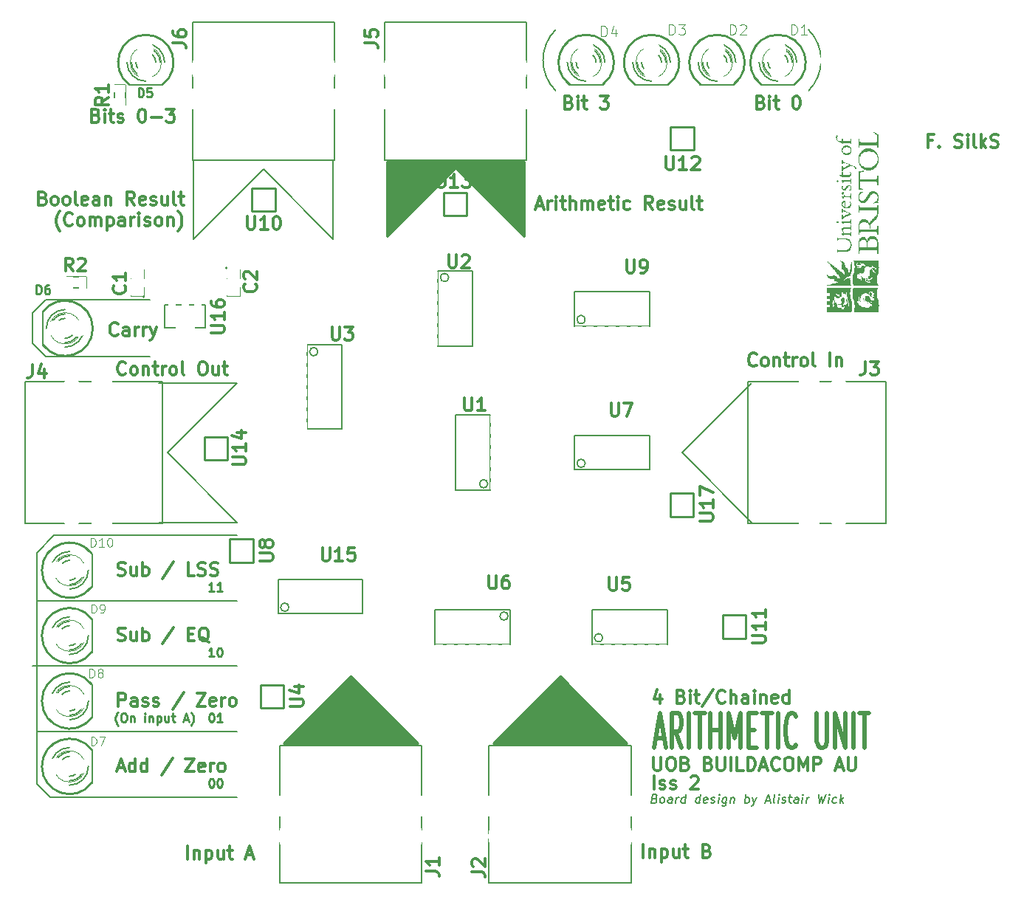
<source format=gto>
G04 (created by PCBNEW (2013-07-07 BZR 4022)-stable) date 9/18/2013 12:24:05*
%MOIN*%
G04 Gerber Fmt 3.4, Leading zero omitted, Abs format*
%FSLAX34Y34*%
G01*
G70*
G90*
G04 APERTURE LIST*
%ADD10C,0.00590551*%
%ADD11C,0.011811*%
%ADD12C,0.00787402*%
%ADD13C,0.00984252*%
%ADD14C,0.00688976*%
%ADD15C,0.019685*%
%ADD16C,0.0098*%
%ADD17C,0.005*%
%ADD18C,0.008*%
%ADD19C,0.003*%
%ADD20C,0.01*%
%ADD21C,0.006*%
%ADD22C,0.0039*%
%ADD23C,0.0001*%
%ADD24C,0.012*%
%ADD25C,0.0035*%
%ADD26R,0.033474X0.019674*%
%ADD27R,0.019674X0.033474*%
%ADD28R,0.0598425X0.0348425*%
%ADD29R,0.0348425X0.0598425*%
%ADD30C,0.246063*%
%ADD31C,0.0758425*%
%ADD32R,0.0648425X0.0448425*%
%ADD33R,0.0548425X0.0348425*%
%ADD34R,0.0348425X0.0548425*%
%ADD35R,0.0354425X0.0216425*%
%ADD36C,0.153543*%
%ADD37C,0.0689425*%
%ADD38C,0.0964567*%
%ADD39R,0.0374425X0.0728425*%
%ADD40R,0.0374425X0.0925425*%
%ADD41R,0.0885425X0.118143*%
G04 APERTURE END LIST*
G54D10*
G54D11*
X38897Y-43546D02*
X38897Y-42955D01*
X39150Y-43517D02*
X39206Y-43546D01*
X39319Y-43546D01*
X39375Y-43517D01*
X39403Y-43461D01*
X39403Y-43433D01*
X39375Y-43377D01*
X39319Y-43349D01*
X39235Y-43349D01*
X39178Y-43321D01*
X39150Y-43264D01*
X39150Y-43236D01*
X39178Y-43180D01*
X39235Y-43152D01*
X39319Y-43152D01*
X39375Y-43180D01*
X39628Y-43517D02*
X39685Y-43546D01*
X39797Y-43546D01*
X39853Y-43517D01*
X39881Y-43461D01*
X39881Y-43433D01*
X39853Y-43377D01*
X39797Y-43349D01*
X39713Y-43349D01*
X39656Y-43321D01*
X39628Y-43264D01*
X39628Y-43236D01*
X39656Y-43180D01*
X39713Y-43152D01*
X39797Y-43152D01*
X39853Y-43180D01*
X40556Y-43011D02*
X40584Y-42983D01*
X40641Y-42955D01*
X40781Y-42955D01*
X40838Y-42983D01*
X40866Y-43011D01*
X40894Y-43068D01*
X40894Y-43124D01*
X40866Y-43208D01*
X40528Y-43546D01*
X40894Y-43546D01*
X51456Y-14260D02*
X51259Y-14260D01*
X51259Y-14569D02*
X51259Y-13979D01*
X51541Y-13979D01*
X51766Y-14513D02*
X51794Y-14541D01*
X51766Y-14569D01*
X51737Y-14541D01*
X51766Y-14513D01*
X51766Y-14569D01*
X52469Y-14541D02*
X52553Y-14569D01*
X52694Y-14569D01*
X52750Y-14541D01*
X52778Y-14513D01*
X52806Y-14457D01*
X52806Y-14401D01*
X52778Y-14344D01*
X52750Y-14316D01*
X52694Y-14288D01*
X52581Y-14260D01*
X52525Y-14232D01*
X52497Y-14204D01*
X52469Y-14147D01*
X52469Y-14091D01*
X52497Y-14035D01*
X52525Y-14007D01*
X52581Y-13979D01*
X52722Y-13979D01*
X52806Y-14007D01*
X53059Y-14569D02*
X53059Y-14176D01*
X53059Y-13979D02*
X53031Y-14007D01*
X53059Y-14035D01*
X53087Y-14007D01*
X53059Y-13979D01*
X53059Y-14035D01*
X53425Y-14569D02*
X53368Y-14541D01*
X53340Y-14485D01*
X53340Y-13979D01*
X53650Y-14569D02*
X53650Y-13979D01*
X53706Y-14344D02*
X53875Y-14569D01*
X53875Y-14176D02*
X53650Y-14401D01*
X54100Y-14541D02*
X54184Y-14569D01*
X54325Y-14569D01*
X54381Y-14541D01*
X54409Y-14513D01*
X54437Y-14457D01*
X54437Y-14401D01*
X54409Y-14344D01*
X54381Y-14316D01*
X54325Y-14288D01*
X54212Y-14260D01*
X54156Y-14232D01*
X54128Y-14204D01*
X54100Y-14147D01*
X54100Y-14091D01*
X54128Y-14035D01*
X54156Y-14007D01*
X54212Y-13979D01*
X54353Y-13979D01*
X54437Y-14007D01*
G54D12*
X11023Y-32874D02*
X11023Y-43307D01*
X11811Y-32086D02*
X11023Y-32874D01*
G54D13*
X19019Y-34608D02*
X18794Y-34608D01*
X18907Y-34608D02*
X18907Y-34214D01*
X18869Y-34270D01*
X18832Y-34308D01*
X18794Y-34326D01*
X19394Y-34608D02*
X19169Y-34608D01*
X19281Y-34608D02*
X19281Y-34214D01*
X19244Y-34270D01*
X19206Y-34308D01*
X19169Y-34326D01*
X19019Y-37560D02*
X18794Y-37560D01*
X18907Y-37560D02*
X18907Y-37167D01*
X18869Y-37223D01*
X18832Y-37260D01*
X18794Y-37279D01*
X19263Y-37167D02*
X19300Y-37167D01*
X19338Y-37185D01*
X19356Y-37204D01*
X19375Y-37242D01*
X19394Y-37317D01*
X19394Y-37410D01*
X19375Y-37485D01*
X19356Y-37523D01*
X19338Y-37542D01*
X19300Y-37560D01*
X19263Y-37560D01*
X19225Y-37542D01*
X19206Y-37523D01*
X19188Y-37485D01*
X19169Y-37410D01*
X19169Y-37317D01*
X19188Y-37242D01*
X19206Y-37204D01*
X19225Y-37185D01*
X19263Y-37167D01*
X18888Y-40119D02*
X18925Y-40119D01*
X18963Y-40138D01*
X18982Y-40157D01*
X19000Y-40194D01*
X19019Y-40269D01*
X19019Y-40363D01*
X19000Y-40438D01*
X18982Y-40476D01*
X18963Y-40494D01*
X18925Y-40513D01*
X18888Y-40513D01*
X18850Y-40494D01*
X18832Y-40476D01*
X18813Y-40438D01*
X18794Y-40363D01*
X18794Y-40269D01*
X18813Y-40194D01*
X18832Y-40157D01*
X18850Y-40138D01*
X18888Y-40119D01*
X19394Y-40513D02*
X19169Y-40513D01*
X19281Y-40513D02*
X19281Y-40119D01*
X19244Y-40176D01*
X19206Y-40213D01*
X19169Y-40232D01*
X18888Y-43072D02*
X18925Y-43072D01*
X18963Y-43091D01*
X18982Y-43110D01*
X19000Y-43147D01*
X19019Y-43222D01*
X19019Y-43316D01*
X19000Y-43391D01*
X18982Y-43428D01*
X18963Y-43447D01*
X18925Y-43466D01*
X18888Y-43466D01*
X18850Y-43447D01*
X18832Y-43428D01*
X18813Y-43391D01*
X18794Y-43316D01*
X18794Y-43222D01*
X18813Y-43147D01*
X18832Y-43110D01*
X18850Y-43091D01*
X18888Y-43072D01*
X19263Y-43072D02*
X19300Y-43072D01*
X19338Y-43091D01*
X19356Y-43110D01*
X19375Y-43147D01*
X19394Y-43222D01*
X19394Y-43316D01*
X19375Y-43391D01*
X19356Y-43428D01*
X19338Y-43447D01*
X19300Y-43466D01*
X19263Y-43466D01*
X19225Y-43447D01*
X19206Y-43428D01*
X19188Y-43391D01*
X19169Y-43316D01*
X19169Y-43222D01*
X19188Y-43147D01*
X19206Y-43110D01*
X19225Y-43091D01*
X19263Y-43072D01*
G54D11*
X13695Y-13118D02*
X13779Y-13146D01*
X13807Y-13174D01*
X13835Y-13231D01*
X13835Y-13315D01*
X13807Y-13371D01*
X13779Y-13399D01*
X13723Y-13428D01*
X13498Y-13428D01*
X13498Y-12837D01*
X13695Y-12837D01*
X13751Y-12865D01*
X13779Y-12893D01*
X13807Y-12949D01*
X13807Y-13006D01*
X13779Y-13062D01*
X13751Y-13090D01*
X13695Y-13118D01*
X13498Y-13118D01*
X14088Y-13428D02*
X14088Y-13034D01*
X14088Y-12837D02*
X14060Y-12865D01*
X14088Y-12893D01*
X14116Y-12865D01*
X14088Y-12837D01*
X14088Y-12893D01*
X14285Y-13034D02*
X14510Y-13034D01*
X14370Y-12837D02*
X14370Y-13343D01*
X14398Y-13399D01*
X14454Y-13428D01*
X14510Y-13428D01*
X14679Y-13399D02*
X14735Y-13428D01*
X14848Y-13428D01*
X14904Y-13399D01*
X14932Y-13343D01*
X14932Y-13315D01*
X14904Y-13259D01*
X14848Y-13231D01*
X14763Y-13231D01*
X14707Y-13203D01*
X14679Y-13146D01*
X14679Y-13118D01*
X14707Y-13062D01*
X14763Y-13034D01*
X14848Y-13034D01*
X14904Y-13062D01*
X15748Y-12837D02*
X15804Y-12837D01*
X15860Y-12865D01*
X15888Y-12893D01*
X15916Y-12949D01*
X15944Y-13062D01*
X15944Y-13203D01*
X15916Y-13315D01*
X15888Y-13371D01*
X15860Y-13399D01*
X15804Y-13428D01*
X15748Y-13428D01*
X15691Y-13399D01*
X15663Y-13371D01*
X15635Y-13315D01*
X15607Y-13203D01*
X15607Y-13062D01*
X15635Y-12949D01*
X15663Y-12893D01*
X15691Y-12865D01*
X15748Y-12837D01*
X16197Y-13203D02*
X16647Y-13203D01*
X16872Y-12837D02*
X17238Y-12837D01*
X17041Y-13062D01*
X17125Y-13062D01*
X17182Y-13090D01*
X17210Y-13118D01*
X17238Y-13174D01*
X17238Y-13315D01*
X17210Y-13371D01*
X17182Y-13399D01*
X17125Y-13428D01*
X16957Y-13428D01*
X16901Y-13399D01*
X16872Y-13371D01*
G54D12*
X11417Y-24015D02*
X16141Y-24015D01*
X10826Y-23425D02*
X11417Y-24015D01*
X10826Y-22047D02*
X10826Y-23425D01*
G54D11*
X15030Y-24789D02*
X15002Y-24817D01*
X14918Y-24845D01*
X14862Y-24845D01*
X14777Y-24817D01*
X14721Y-24760D01*
X14693Y-24704D01*
X14665Y-24592D01*
X14665Y-24507D01*
X14693Y-24395D01*
X14721Y-24339D01*
X14777Y-24282D01*
X14862Y-24254D01*
X14918Y-24254D01*
X15002Y-24282D01*
X15030Y-24311D01*
X15368Y-24845D02*
X15312Y-24817D01*
X15284Y-24789D01*
X15255Y-24732D01*
X15255Y-24564D01*
X15284Y-24507D01*
X15312Y-24479D01*
X15368Y-24451D01*
X15452Y-24451D01*
X15508Y-24479D01*
X15537Y-24507D01*
X15565Y-24564D01*
X15565Y-24732D01*
X15537Y-24789D01*
X15508Y-24817D01*
X15452Y-24845D01*
X15368Y-24845D01*
X15818Y-24451D02*
X15818Y-24845D01*
X15818Y-24507D02*
X15846Y-24479D01*
X15902Y-24451D01*
X15987Y-24451D01*
X16043Y-24479D01*
X16071Y-24535D01*
X16071Y-24845D01*
X16268Y-24451D02*
X16493Y-24451D01*
X16352Y-24254D02*
X16352Y-24760D01*
X16380Y-24817D01*
X16437Y-24845D01*
X16493Y-24845D01*
X16690Y-24845D02*
X16690Y-24451D01*
X16690Y-24564D02*
X16718Y-24507D01*
X16746Y-24479D01*
X16802Y-24451D01*
X16858Y-24451D01*
X17140Y-24845D02*
X17083Y-24817D01*
X17055Y-24789D01*
X17027Y-24732D01*
X17027Y-24564D01*
X17055Y-24507D01*
X17083Y-24479D01*
X17140Y-24451D01*
X17224Y-24451D01*
X17280Y-24479D01*
X17308Y-24507D01*
X17336Y-24564D01*
X17336Y-24732D01*
X17308Y-24789D01*
X17280Y-24817D01*
X17224Y-24845D01*
X17140Y-24845D01*
X17674Y-24845D02*
X17618Y-24817D01*
X17589Y-24760D01*
X17589Y-24254D01*
X18461Y-24254D02*
X18574Y-24254D01*
X18630Y-24282D01*
X18686Y-24339D01*
X18714Y-24451D01*
X18714Y-24648D01*
X18686Y-24760D01*
X18630Y-24817D01*
X18574Y-24845D01*
X18461Y-24845D01*
X18405Y-24817D01*
X18349Y-24760D01*
X18321Y-24648D01*
X18321Y-24451D01*
X18349Y-24339D01*
X18405Y-24282D01*
X18461Y-24254D01*
X19221Y-24451D02*
X19221Y-24845D01*
X18967Y-24451D02*
X18967Y-24760D01*
X18996Y-24817D01*
X19052Y-24845D01*
X19136Y-24845D01*
X19192Y-24817D01*
X19221Y-24789D01*
X19417Y-24451D02*
X19642Y-24451D01*
X19502Y-24254D02*
X19502Y-24760D01*
X19530Y-24817D01*
X19586Y-24845D01*
X19642Y-24845D01*
G54D12*
X11417Y-21456D02*
X16141Y-21456D01*
X10826Y-22047D02*
X11417Y-21456D01*
G54D11*
X14679Y-23017D02*
X14651Y-23045D01*
X14566Y-23073D01*
X14510Y-23073D01*
X14426Y-23045D01*
X14370Y-22989D01*
X14341Y-22933D01*
X14313Y-22820D01*
X14313Y-22736D01*
X14341Y-22623D01*
X14370Y-22567D01*
X14426Y-22511D01*
X14510Y-22483D01*
X14566Y-22483D01*
X14651Y-22511D01*
X14679Y-22539D01*
X15185Y-23073D02*
X15185Y-22764D01*
X15157Y-22708D01*
X15101Y-22679D01*
X14988Y-22679D01*
X14932Y-22708D01*
X15185Y-23045D02*
X15129Y-23073D01*
X14988Y-23073D01*
X14932Y-23045D01*
X14904Y-22989D01*
X14904Y-22933D01*
X14932Y-22876D01*
X14988Y-22848D01*
X15129Y-22848D01*
X15185Y-22820D01*
X15466Y-23073D02*
X15466Y-22679D01*
X15466Y-22792D02*
X15494Y-22736D01*
X15523Y-22708D01*
X15579Y-22679D01*
X15635Y-22679D01*
X15832Y-23073D02*
X15832Y-22679D01*
X15832Y-22792D02*
X15860Y-22736D01*
X15888Y-22708D01*
X15944Y-22679D01*
X16001Y-22679D01*
X16141Y-22679D02*
X16282Y-23073D01*
X16422Y-22679D02*
X16282Y-23073D01*
X16226Y-23214D01*
X16197Y-23242D01*
X16141Y-23270D01*
G54D14*
X38925Y-43968D02*
X38979Y-43987D01*
X38996Y-44006D01*
X39010Y-44043D01*
X39003Y-44100D01*
X38979Y-44137D01*
X38958Y-44156D01*
X38918Y-44175D01*
X38768Y-44175D01*
X38818Y-43781D01*
X38949Y-43781D01*
X38984Y-43800D01*
X39000Y-43818D01*
X39015Y-43856D01*
X39010Y-43893D01*
X38986Y-43931D01*
X38965Y-43950D01*
X38925Y-43968D01*
X38794Y-43968D01*
X39218Y-44175D02*
X39183Y-44156D01*
X39167Y-44137D01*
X39153Y-44100D01*
X39167Y-43987D01*
X39190Y-43950D01*
X39211Y-43931D01*
X39251Y-43912D01*
X39307Y-43912D01*
X39343Y-43931D01*
X39359Y-43950D01*
X39373Y-43987D01*
X39359Y-44100D01*
X39336Y-44137D01*
X39315Y-44156D01*
X39275Y-44175D01*
X39218Y-44175D01*
X39687Y-44175D02*
X39713Y-43968D01*
X39699Y-43931D01*
X39664Y-43912D01*
X39589Y-43912D01*
X39549Y-43931D01*
X39689Y-44156D02*
X39650Y-44175D01*
X39556Y-44175D01*
X39521Y-44156D01*
X39507Y-44118D01*
X39511Y-44081D01*
X39535Y-44043D01*
X39575Y-44025D01*
X39668Y-44025D01*
X39708Y-44006D01*
X39875Y-44175D02*
X39907Y-43912D01*
X39898Y-43987D02*
X39921Y-43950D01*
X39943Y-43931D01*
X39982Y-43912D01*
X40020Y-43912D01*
X40287Y-44175D02*
X40336Y-43781D01*
X40289Y-44156D02*
X40250Y-44175D01*
X40175Y-44175D01*
X40139Y-44156D01*
X40123Y-44137D01*
X40109Y-44100D01*
X40123Y-43987D01*
X40146Y-43950D01*
X40168Y-43931D01*
X40207Y-43912D01*
X40282Y-43912D01*
X40318Y-43931D01*
X40943Y-44175D02*
X40992Y-43781D01*
X40946Y-44156D02*
X40906Y-44175D01*
X40831Y-44175D01*
X40796Y-44156D01*
X40779Y-44137D01*
X40765Y-44100D01*
X40779Y-43987D01*
X40803Y-43950D01*
X40824Y-43931D01*
X40864Y-43912D01*
X40939Y-43912D01*
X40974Y-43931D01*
X41283Y-44156D02*
X41243Y-44175D01*
X41168Y-44175D01*
X41133Y-44156D01*
X41119Y-44118D01*
X41138Y-43968D01*
X41161Y-43931D01*
X41201Y-43912D01*
X41276Y-43912D01*
X41311Y-43931D01*
X41325Y-43968D01*
X41321Y-44006D01*
X41128Y-44043D01*
X41452Y-44156D02*
X41487Y-44175D01*
X41562Y-44175D01*
X41602Y-44156D01*
X41625Y-44118D01*
X41627Y-44100D01*
X41613Y-44062D01*
X41578Y-44043D01*
X41522Y-44043D01*
X41487Y-44025D01*
X41473Y-43987D01*
X41475Y-43968D01*
X41499Y-43931D01*
X41538Y-43912D01*
X41595Y-43912D01*
X41630Y-43931D01*
X41787Y-44175D02*
X41820Y-43912D01*
X41836Y-43781D02*
X41815Y-43800D01*
X41831Y-43818D01*
X41852Y-43800D01*
X41836Y-43781D01*
X41831Y-43818D01*
X42176Y-43912D02*
X42136Y-44231D01*
X42113Y-44268D01*
X42092Y-44287D01*
X42052Y-44306D01*
X41995Y-44306D01*
X41960Y-44287D01*
X42145Y-44156D02*
X42106Y-44175D01*
X42031Y-44175D01*
X41995Y-44156D01*
X41979Y-44137D01*
X41965Y-44100D01*
X41979Y-43987D01*
X42002Y-43950D01*
X42024Y-43931D01*
X42063Y-43912D01*
X42138Y-43912D01*
X42174Y-43931D01*
X42363Y-43912D02*
X42331Y-44175D01*
X42359Y-43950D02*
X42380Y-43931D01*
X42420Y-43912D01*
X42476Y-43912D01*
X42511Y-43931D01*
X42525Y-43968D01*
X42499Y-44175D01*
X42987Y-44175D02*
X43036Y-43781D01*
X43017Y-43931D02*
X43057Y-43912D01*
X43132Y-43912D01*
X43167Y-43931D01*
X43184Y-43950D01*
X43198Y-43987D01*
X43184Y-44100D01*
X43160Y-44137D01*
X43139Y-44156D01*
X43099Y-44175D01*
X43024Y-44175D01*
X42989Y-44156D01*
X43338Y-43912D02*
X43399Y-44175D01*
X43526Y-43912D02*
X43399Y-44175D01*
X43350Y-44268D01*
X43329Y-44287D01*
X43289Y-44306D01*
X43938Y-44062D02*
X44126Y-44062D01*
X43887Y-44175D02*
X44067Y-43781D01*
X44149Y-44175D01*
X44337Y-44175D02*
X44301Y-44156D01*
X44287Y-44118D01*
X44330Y-43781D01*
X44487Y-44175D02*
X44519Y-43912D01*
X44536Y-43781D02*
X44515Y-43800D01*
X44531Y-43818D01*
X44552Y-43800D01*
X44536Y-43781D01*
X44531Y-43818D01*
X44658Y-44156D02*
X44693Y-44175D01*
X44768Y-44175D01*
X44808Y-44156D01*
X44831Y-44118D01*
X44833Y-44100D01*
X44819Y-44062D01*
X44784Y-44043D01*
X44728Y-44043D01*
X44693Y-44025D01*
X44679Y-43987D01*
X44681Y-43968D01*
X44704Y-43931D01*
X44744Y-43912D01*
X44801Y-43912D01*
X44836Y-43931D01*
X44969Y-43912D02*
X45119Y-43912D01*
X45042Y-43781D02*
X45000Y-44118D01*
X45014Y-44156D01*
X45049Y-44175D01*
X45086Y-44175D01*
X45386Y-44175D02*
X45412Y-43968D01*
X45398Y-43931D01*
X45363Y-43912D01*
X45288Y-43912D01*
X45248Y-43931D01*
X45389Y-44156D02*
X45349Y-44175D01*
X45255Y-44175D01*
X45220Y-44156D01*
X45206Y-44118D01*
X45211Y-44081D01*
X45234Y-44043D01*
X45274Y-44025D01*
X45368Y-44025D01*
X45407Y-44006D01*
X45574Y-44175D02*
X45607Y-43912D01*
X45623Y-43781D02*
X45602Y-43800D01*
X45618Y-43818D01*
X45639Y-43800D01*
X45623Y-43781D01*
X45618Y-43818D01*
X45761Y-44175D02*
X45794Y-43912D01*
X45785Y-43987D02*
X45808Y-43950D01*
X45829Y-43931D01*
X45869Y-43912D01*
X45907Y-43912D01*
X46317Y-43781D02*
X46361Y-44175D01*
X46471Y-43893D01*
X46511Y-44175D01*
X46654Y-43781D01*
X46755Y-44175D02*
X46788Y-43912D01*
X46804Y-43781D02*
X46783Y-43800D01*
X46800Y-43818D01*
X46821Y-43800D01*
X46804Y-43781D01*
X46800Y-43818D01*
X47114Y-44156D02*
X47074Y-44175D01*
X46999Y-44175D01*
X46964Y-44156D01*
X46947Y-44137D01*
X46933Y-44100D01*
X46947Y-43987D01*
X46971Y-43950D01*
X46992Y-43931D01*
X47032Y-43912D01*
X47107Y-43912D01*
X47142Y-43931D01*
X47280Y-44175D02*
X47329Y-43781D01*
X47336Y-44025D02*
X47430Y-44175D01*
X47463Y-43912D02*
X47294Y-44062D01*
G54D13*
X14688Y-40663D02*
X14670Y-40644D01*
X14632Y-40588D01*
X14613Y-40551D01*
X14595Y-40494D01*
X14576Y-40401D01*
X14576Y-40326D01*
X14595Y-40232D01*
X14613Y-40176D01*
X14632Y-40138D01*
X14670Y-40082D01*
X14688Y-40063D01*
X14913Y-40119D02*
X14988Y-40119D01*
X15026Y-40138D01*
X15063Y-40176D01*
X15082Y-40251D01*
X15082Y-40382D01*
X15063Y-40457D01*
X15026Y-40494D01*
X14988Y-40513D01*
X14913Y-40513D01*
X14876Y-40494D01*
X14838Y-40457D01*
X14820Y-40382D01*
X14820Y-40251D01*
X14838Y-40176D01*
X14876Y-40138D01*
X14913Y-40119D01*
X15251Y-40251D02*
X15251Y-40513D01*
X15251Y-40288D02*
X15269Y-40269D01*
X15307Y-40251D01*
X15363Y-40251D01*
X15401Y-40269D01*
X15419Y-40307D01*
X15419Y-40513D01*
X15907Y-40513D02*
X15907Y-40251D01*
X15907Y-40119D02*
X15888Y-40138D01*
X15907Y-40157D01*
X15926Y-40138D01*
X15907Y-40119D01*
X15907Y-40157D01*
X16094Y-40251D02*
X16094Y-40513D01*
X16094Y-40288D02*
X16113Y-40269D01*
X16151Y-40251D01*
X16207Y-40251D01*
X16244Y-40269D01*
X16263Y-40307D01*
X16263Y-40513D01*
X16451Y-40251D02*
X16451Y-40644D01*
X16451Y-40269D02*
X16488Y-40251D01*
X16563Y-40251D01*
X16601Y-40269D01*
X16619Y-40288D01*
X16638Y-40326D01*
X16638Y-40438D01*
X16619Y-40476D01*
X16601Y-40494D01*
X16563Y-40513D01*
X16488Y-40513D01*
X16451Y-40494D01*
X16976Y-40251D02*
X16976Y-40513D01*
X16807Y-40251D02*
X16807Y-40457D01*
X16826Y-40494D01*
X16863Y-40513D01*
X16919Y-40513D01*
X16957Y-40494D01*
X16976Y-40476D01*
X17107Y-40251D02*
X17257Y-40251D01*
X17163Y-40119D02*
X17163Y-40457D01*
X17182Y-40494D01*
X17219Y-40513D01*
X17257Y-40513D01*
X17669Y-40401D02*
X17857Y-40401D01*
X17632Y-40513D02*
X17763Y-40119D01*
X17894Y-40513D01*
X17988Y-40663D02*
X18007Y-40644D01*
X18044Y-40588D01*
X18063Y-40551D01*
X18082Y-40494D01*
X18100Y-40401D01*
X18100Y-40326D01*
X18082Y-40232D01*
X18063Y-40176D01*
X18044Y-40138D01*
X18007Y-40082D01*
X17988Y-40063D01*
G54D11*
X43714Y-12528D02*
X43799Y-12556D01*
X43827Y-12584D01*
X43855Y-12640D01*
X43855Y-12724D01*
X43827Y-12781D01*
X43799Y-12809D01*
X43742Y-12837D01*
X43517Y-12837D01*
X43517Y-12246D01*
X43714Y-12246D01*
X43771Y-12275D01*
X43799Y-12303D01*
X43827Y-12359D01*
X43827Y-12415D01*
X43799Y-12471D01*
X43771Y-12500D01*
X43714Y-12528D01*
X43517Y-12528D01*
X44108Y-12837D02*
X44108Y-12443D01*
X44108Y-12246D02*
X44080Y-12275D01*
X44108Y-12303D01*
X44136Y-12275D01*
X44108Y-12246D01*
X44108Y-12303D01*
X44305Y-12443D02*
X44530Y-12443D01*
X44389Y-12246D02*
X44389Y-12753D01*
X44417Y-12809D01*
X44474Y-12837D01*
X44530Y-12837D01*
X45289Y-12246D02*
X45345Y-12246D01*
X45402Y-12275D01*
X45430Y-12303D01*
X45458Y-12359D01*
X45486Y-12471D01*
X45486Y-12612D01*
X45458Y-12724D01*
X45430Y-12781D01*
X45402Y-12809D01*
X45345Y-12837D01*
X45289Y-12837D01*
X45233Y-12809D01*
X45205Y-12781D01*
X45177Y-12724D01*
X45149Y-12612D01*
X45149Y-12471D01*
X45177Y-12359D01*
X45205Y-12303D01*
X45233Y-12275D01*
X45289Y-12246D01*
X35053Y-12528D02*
X35137Y-12556D01*
X35165Y-12584D01*
X35194Y-12640D01*
X35194Y-12724D01*
X35165Y-12781D01*
X35137Y-12809D01*
X35081Y-12837D01*
X34856Y-12837D01*
X34856Y-12246D01*
X35053Y-12246D01*
X35109Y-12275D01*
X35137Y-12303D01*
X35165Y-12359D01*
X35165Y-12415D01*
X35137Y-12471D01*
X35109Y-12500D01*
X35053Y-12528D01*
X34856Y-12528D01*
X35447Y-12837D02*
X35447Y-12443D01*
X35447Y-12246D02*
X35419Y-12275D01*
X35447Y-12303D01*
X35475Y-12275D01*
X35447Y-12246D01*
X35447Y-12303D01*
X35643Y-12443D02*
X35868Y-12443D01*
X35728Y-12246D02*
X35728Y-12753D01*
X35756Y-12809D01*
X35812Y-12837D01*
X35868Y-12837D01*
X36459Y-12246D02*
X36825Y-12246D01*
X36628Y-12471D01*
X36712Y-12471D01*
X36768Y-12500D01*
X36796Y-12528D01*
X36825Y-12584D01*
X36825Y-12724D01*
X36796Y-12781D01*
X36768Y-12809D01*
X36712Y-12837D01*
X36543Y-12837D01*
X36487Y-12809D01*
X36459Y-12781D01*
G54D12*
X34448Y-9251D02*
G75*
G03X34448Y-12007I1377J-1377D01*
G74*
G01*
X45866Y-12007D02*
G75*
G03X45866Y-9251I-1377J1377D01*
G74*
G01*
X11811Y-32086D02*
X20078Y-32086D01*
X11023Y-35039D02*
X20078Y-35039D01*
X10826Y-37992D02*
X20078Y-37992D01*
X11023Y-40944D02*
X20078Y-40944D01*
X11614Y-43897D02*
X20078Y-43897D01*
X11023Y-43307D02*
X11614Y-43897D01*
G54D11*
X14679Y-42589D02*
X14960Y-42589D01*
X14623Y-42758D02*
X14820Y-42168D01*
X15016Y-42758D01*
X15466Y-42758D02*
X15466Y-42168D01*
X15466Y-42730D02*
X15410Y-42758D01*
X15298Y-42758D01*
X15241Y-42730D01*
X15213Y-42702D01*
X15185Y-42646D01*
X15185Y-42477D01*
X15213Y-42421D01*
X15241Y-42393D01*
X15298Y-42365D01*
X15410Y-42365D01*
X15466Y-42393D01*
X16001Y-42758D02*
X16001Y-42168D01*
X16001Y-42730D02*
X15944Y-42758D01*
X15832Y-42758D01*
X15776Y-42730D01*
X15748Y-42702D01*
X15719Y-42646D01*
X15719Y-42477D01*
X15748Y-42421D01*
X15776Y-42393D01*
X15832Y-42365D01*
X15944Y-42365D01*
X16001Y-42393D01*
X17154Y-42140D02*
X16647Y-42899D01*
X17744Y-42168D02*
X18138Y-42168D01*
X17744Y-42758D01*
X18138Y-42758D01*
X18588Y-42730D02*
X18532Y-42758D01*
X18419Y-42758D01*
X18363Y-42730D01*
X18335Y-42674D01*
X18335Y-42449D01*
X18363Y-42393D01*
X18419Y-42365D01*
X18532Y-42365D01*
X18588Y-42393D01*
X18616Y-42449D01*
X18616Y-42505D01*
X18335Y-42561D01*
X18869Y-42758D02*
X18869Y-42365D01*
X18869Y-42477D02*
X18897Y-42421D01*
X18925Y-42393D01*
X18982Y-42365D01*
X19038Y-42365D01*
X19319Y-42758D02*
X19263Y-42730D01*
X19235Y-42702D01*
X19206Y-42646D01*
X19206Y-42477D01*
X19235Y-42421D01*
X19263Y-42393D01*
X19319Y-42365D01*
X19403Y-42365D01*
X19460Y-42393D01*
X19488Y-42421D01*
X19516Y-42477D01*
X19516Y-42646D01*
X19488Y-42702D01*
X19460Y-42730D01*
X19403Y-42758D01*
X19319Y-42758D01*
X14707Y-39805D02*
X14707Y-39215D01*
X14932Y-39215D01*
X14988Y-39243D01*
X15016Y-39271D01*
X15044Y-39327D01*
X15044Y-39412D01*
X15016Y-39468D01*
X14988Y-39496D01*
X14932Y-39524D01*
X14707Y-39524D01*
X15551Y-39805D02*
X15551Y-39496D01*
X15523Y-39440D01*
X15466Y-39412D01*
X15354Y-39412D01*
X15298Y-39440D01*
X15551Y-39777D02*
X15494Y-39805D01*
X15354Y-39805D01*
X15298Y-39777D01*
X15269Y-39721D01*
X15269Y-39665D01*
X15298Y-39609D01*
X15354Y-39580D01*
X15494Y-39580D01*
X15551Y-39552D01*
X15804Y-39777D02*
X15860Y-39805D01*
X15973Y-39805D01*
X16029Y-39777D01*
X16057Y-39721D01*
X16057Y-39693D01*
X16029Y-39637D01*
X15973Y-39609D01*
X15888Y-39609D01*
X15832Y-39580D01*
X15804Y-39524D01*
X15804Y-39496D01*
X15832Y-39440D01*
X15888Y-39412D01*
X15973Y-39412D01*
X16029Y-39440D01*
X16282Y-39777D02*
X16338Y-39805D01*
X16451Y-39805D01*
X16507Y-39777D01*
X16535Y-39721D01*
X16535Y-39693D01*
X16507Y-39637D01*
X16451Y-39609D01*
X16366Y-39609D01*
X16310Y-39580D01*
X16282Y-39524D01*
X16282Y-39496D01*
X16310Y-39440D01*
X16366Y-39412D01*
X16451Y-39412D01*
X16507Y-39440D01*
X17660Y-39187D02*
X17154Y-39946D01*
X18250Y-39215D02*
X18644Y-39215D01*
X18250Y-39805D01*
X18644Y-39805D01*
X19094Y-39777D02*
X19038Y-39805D01*
X18925Y-39805D01*
X18869Y-39777D01*
X18841Y-39721D01*
X18841Y-39496D01*
X18869Y-39440D01*
X18925Y-39412D01*
X19038Y-39412D01*
X19094Y-39440D01*
X19122Y-39496D01*
X19122Y-39552D01*
X18841Y-39609D01*
X19375Y-39805D02*
X19375Y-39412D01*
X19375Y-39524D02*
X19403Y-39468D01*
X19431Y-39440D01*
X19488Y-39412D01*
X19544Y-39412D01*
X19825Y-39805D02*
X19769Y-39777D01*
X19741Y-39749D01*
X19713Y-39693D01*
X19713Y-39524D01*
X19741Y-39468D01*
X19769Y-39440D01*
X19825Y-39412D01*
X19910Y-39412D01*
X19966Y-39440D01*
X19994Y-39468D01*
X20022Y-39524D01*
X20022Y-39693D01*
X19994Y-39749D01*
X19966Y-39777D01*
X19910Y-39805D01*
X19825Y-39805D01*
X14679Y-36825D02*
X14763Y-36853D01*
X14904Y-36853D01*
X14960Y-36825D01*
X14988Y-36796D01*
X15016Y-36740D01*
X15016Y-36684D01*
X14988Y-36628D01*
X14960Y-36600D01*
X14904Y-36571D01*
X14791Y-36543D01*
X14735Y-36515D01*
X14707Y-36487D01*
X14679Y-36431D01*
X14679Y-36375D01*
X14707Y-36318D01*
X14735Y-36290D01*
X14791Y-36262D01*
X14932Y-36262D01*
X15016Y-36290D01*
X15523Y-36459D02*
X15523Y-36853D01*
X15269Y-36459D02*
X15269Y-36768D01*
X15298Y-36825D01*
X15354Y-36853D01*
X15438Y-36853D01*
X15494Y-36825D01*
X15523Y-36796D01*
X15804Y-36853D02*
X15804Y-36262D01*
X15804Y-36487D02*
X15860Y-36459D01*
X15973Y-36459D01*
X16029Y-36487D01*
X16057Y-36515D01*
X16085Y-36571D01*
X16085Y-36740D01*
X16057Y-36796D01*
X16029Y-36825D01*
X15973Y-36853D01*
X15860Y-36853D01*
X15804Y-36825D01*
X17210Y-36234D02*
X16704Y-36993D01*
X17857Y-36543D02*
X18053Y-36543D01*
X18138Y-36853D02*
X17857Y-36853D01*
X17857Y-36262D01*
X18138Y-36262D01*
X18785Y-36909D02*
X18728Y-36881D01*
X18672Y-36825D01*
X18588Y-36740D01*
X18532Y-36712D01*
X18475Y-36712D01*
X18503Y-36853D02*
X18447Y-36825D01*
X18391Y-36768D01*
X18363Y-36656D01*
X18363Y-36459D01*
X18391Y-36347D01*
X18447Y-36290D01*
X18503Y-36262D01*
X18616Y-36262D01*
X18672Y-36290D01*
X18728Y-36347D01*
X18757Y-36459D01*
X18757Y-36656D01*
X18728Y-36768D01*
X18672Y-36825D01*
X18616Y-36853D01*
X18503Y-36853D01*
X14679Y-33872D02*
X14763Y-33900D01*
X14904Y-33900D01*
X14960Y-33872D01*
X14988Y-33844D01*
X15016Y-33787D01*
X15016Y-33731D01*
X14988Y-33675D01*
X14960Y-33647D01*
X14904Y-33619D01*
X14791Y-33591D01*
X14735Y-33562D01*
X14707Y-33534D01*
X14679Y-33478D01*
X14679Y-33422D01*
X14707Y-33366D01*
X14735Y-33338D01*
X14791Y-33309D01*
X14932Y-33309D01*
X15016Y-33338D01*
X15523Y-33506D02*
X15523Y-33900D01*
X15269Y-33506D02*
X15269Y-33816D01*
X15298Y-33872D01*
X15354Y-33900D01*
X15438Y-33900D01*
X15494Y-33872D01*
X15523Y-33844D01*
X15804Y-33900D02*
X15804Y-33309D01*
X15804Y-33534D02*
X15860Y-33506D01*
X15973Y-33506D01*
X16029Y-33534D01*
X16057Y-33562D01*
X16085Y-33619D01*
X16085Y-33787D01*
X16057Y-33844D01*
X16029Y-33872D01*
X15973Y-33900D01*
X15860Y-33900D01*
X15804Y-33872D01*
X17210Y-33281D02*
X16704Y-34041D01*
X18138Y-33900D02*
X17857Y-33900D01*
X17857Y-33309D01*
X18307Y-33872D02*
X18391Y-33900D01*
X18532Y-33900D01*
X18588Y-33872D01*
X18616Y-33844D01*
X18644Y-33787D01*
X18644Y-33731D01*
X18616Y-33675D01*
X18588Y-33647D01*
X18532Y-33619D01*
X18419Y-33591D01*
X18363Y-33562D01*
X18335Y-33534D01*
X18307Y-33478D01*
X18307Y-33422D01*
X18335Y-33366D01*
X18363Y-33338D01*
X18419Y-33309D01*
X18560Y-33309D01*
X18644Y-33338D01*
X18869Y-33872D02*
X18953Y-33900D01*
X19094Y-33900D01*
X19150Y-33872D01*
X19178Y-33844D01*
X19206Y-33787D01*
X19206Y-33731D01*
X19178Y-33675D01*
X19150Y-33647D01*
X19094Y-33619D01*
X18982Y-33591D01*
X18925Y-33562D01*
X18897Y-33534D01*
X18869Y-33478D01*
X18869Y-33422D01*
X18897Y-33366D01*
X18925Y-33338D01*
X18982Y-33309D01*
X19122Y-33309D01*
X19206Y-33338D01*
X43517Y-24395D02*
X43489Y-24423D01*
X43405Y-24451D01*
X43349Y-24451D01*
X43264Y-24423D01*
X43208Y-24367D01*
X43180Y-24311D01*
X43152Y-24198D01*
X43152Y-24114D01*
X43180Y-24001D01*
X43208Y-23945D01*
X43264Y-23889D01*
X43349Y-23861D01*
X43405Y-23861D01*
X43489Y-23889D01*
X43517Y-23917D01*
X43855Y-24451D02*
X43799Y-24423D01*
X43771Y-24395D01*
X43742Y-24339D01*
X43742Y-24170D01*
X43771Y-24114D01*
X43799Y-24086D01*
X43855Y-24057D01*
X43939Y-24057D01*
X43996Y-24086D01*
X44024Y-24114D01*
X44052Y-24170D01*
X44052Y-24339D01*
X44024Y-24395D01*
X43996Y-24423D01*
X43939Y-24451D01*
X43855Y-24451D01*
X44305Y-24057D02*
X44305Y-24451D01*
X44305Y-24114D02*
X44333Y-24086D01*
X44389Y-24057D01*
X44474Y-24057D01*
X44530Y-24086D01*
X44558Y-24142D01*
X44558Y-24451D01*
X44755Y-24057D02*
X44980Y-24057D01*
X44839Y-23861D02*
X44839Y-24367D01*
X44867Y-24423D01*
X44924Y-24451D01*
X44980Y-24451D01*
X45177Y-24451D02*
X45177Y-24057D01*
X45177Y-24170D02*
X45205Y-24114D01*
X45233Y-24086D01*
X45289Y-24057D01*
X45345Y-24057D01*
X45627Y-24451D02*
X45570Y-24423D01*
X45542Y-24395D01*
X45514Y-24339D01*
X45514Y-24170D01*
X45542Y-24114D01*
X45570Y-24086D01*
X45627Y-24057D01*
X45711Y-24057D01*
X45767Y-24086D01*
X45795Y-24114D01*
X45823Y-24170D01*
X45823Y-24339D01*
X45795Y-24395D01*
X45767Y-24423D01*
X45711Y-24451D01*
X45627Y-24451D01*
X46161Y-24451D02*
X46105Y-24423D01*
X46077Y-24367D01*
X46077Y-23861D01*
X46836Y-24451D02*
X46836Y-23861D01*
X47117Y-24057D02*
X47117Y-24451D01*
X47117Y-24114D02*
X47145Y-24086D01*
X47201Y-24057D01*
X47286Y-24057D01*
X47342Y-24086D01*
X47370Y-24142D01*
X47370Y-24451D01*
X38409Y-46639D02*
X38409Y-46048D01*
X38690Y-46245D02*
X38690Y-46639D01*
X38690Y-46301D02*
X38718Y-46273D01*
X38775Y-46245D01*
X38859Y-46245D01*
X38915Y-46273D01*
X38943Y-46329D01*
X38943Y-46639D01*
X39225Y-46245D02*
X39225Y-46835D01*
X39225Y-46273D02*
X39281Y-46245D01*
X39393Y-46245D01*
X39450Y-46273D01*
X39478Y-46301D01*
X39506Y-46357D01*
X39506Y-46526D01*
X39478Y-46582D01*
X39450Y-46610D01*
X39393Y-46639D01*
X39281Y-46639D01*
X39225Y-46610D01*
X40012Y-46245D02*
X40012Y-46639D01*
X39759Y-46245D02*
X39759Y-46554D01*
X39787Y-46610D01*
X39843Y-46639D01*
X39928Y-46639D01*
X39984Y-46610D01*
X40012Y-46582D01*
X40209Y-46245D02*
X40434Y-46245D01*
X40293Y-46048D02*
X40293Y-46554D01*
X40321Y-46610D01*
X40378Y-46639D01*
X40434Y-46639D01*
X41277Y-46329D02*
X41362Y-46357D01*
X41390Y-46385D01*
X41418Y-46442D01*
X41418Y-46526D01*
X41390Y-46582D01*
X41362Y-46610D01*
X41306Y-46639D01*
X41081Y-46639D01*
X41081Y-46048D01*
X41277Y-46048D01*
X41334Y-46076D01*
X41362Y-46104D01*
X41390Y-46160D01*
X41390Y-46217D01*
X41362Y-46273D01*
X41334Y-46301D01*
X41277Y-46329D01*
X41081Y-46329D01*
X17843Y-46695D02*
X17843Y-46105D01*
X18124Y-46302D02*
X18124Y-46695D01*
X18124Y-46358D02*
X18152Y-46330D01*
X18208Y-46302D01*
X18293Y-46302D01*
X18349Y-46330D01*
X18377Y-46386D01*
X18377Y-46695D01*
X18658Y-46302D02*
X18658Y-46892D01*
X18658Y-46330D02*
X18714Y-46302D01*
X18827Y-46302D01*
X18883Y-46330D01*
X18911Y-46358D01*
X18939Y-46414D01*
X18939Y-46583D01*
X18911Y-46639D01*
X18883Y-46667D01*
X18827Y-46695D01*
X18714Y-46695D01*
X18658Y-46667D01*
X19446Y-46302D02*
X19446Y-46695D01*
X19192Y-46302D02*
X19192Y-46611D01*
X19221Y-46667D01*
X19277Y-46695D01*
X19361Y-46695D01*
X19417Y-46667D01*
X19446Y-46639D01*
X19642Y-46302D02*
X19867Y-46302D01*
X19727Y-46105D02*
X19727Y-46611D01*
X19755Y-46667D01*
X19811Y-46695D01*
X19867Y-46695D01*
X20486Y-46526D02*
X20767Y-46526D01*
X20430Y-46695D02*
X20627Y-46105D01*
X20823Y-46695D01*
G54D12*
X20078Y-25196D02*
X16535Y-25196D01*
X16929Y-28346D02*
X20078Y-25196D01*
X20078Y-31496D02*
X16929Y-28346D01*
X16535Y-31496D02*
X20078Y-31496D01*
X40157Y-28346D02*
X43307Y-25196D01*
X43307Y-31496D02*
X40157Y-28346D01*
G54D11*
X11304Y-16858D02*
X11389Y-16886D01*
X11417Y-16915D01*
X11445Y-16971D01*
X11445Y-17055D01*
X11417Y-17111D01*
X11389Y-17140D01*
X11332Y-17168D01*
X11107Y-17168D01*
X11107Y-16577D01*
X11304Y-16577D01*
X11361Y-16605D01*
X11389Y-16633D01*
X11417Y-16690D01*
X11417Y-16746D01*
X11389Y-16802D01*
X11361Y-16830D01*
X11304Y-16858D01*
X11107Y-16858D01*
X11782Y-17168D02*
X11726Y-17140D01*
X11698Y-17111D01*
X11670Y-17055D01*
X11670Y-16886D01*
X11698Y-16830D01*
X11726Y-16802D01*
X11782Y-16774D01*
X11867Y-16774D01*
X11923Y-16802D01*
X11951Y-16830D01*
X11979Y-16886D01*
X11979Y-17055D01*
X11951Y-17111D01*
X11923Y-17140D01*
X11867Y-17168D01*
X11782Y-17168D01*
X12317Y-17168D02*
X12260Y-17140D01*
X12232Y-17111D01*
X12204Y-17055D01*
X12204Y-16886D01*
X12232Y-16830D01*
X12260Y-16802D01*
X12317Y-16774D01*
X12401Y-16774D01*
X12457Y-16802D01*
X12485Y-16830D01*
X12514Y-16886D01*
X12514Y-17055D01*
X12485Y-17111D01*
X12457Y-17140D01*
X12401Y-17168D01*
X12317Y-17168D01*
X12851Y-17168D02*
X12795Y-17140D01*
X12767Y-17083D01*
X12767Y-16577D01*
X13301Y-17140D02*
X13245Y-17168D01*
X13132Y-17168D01*
X13076Y-17140D01*
X13048Y-17083D01*
X13048Y-16858D01*
X13076Y-16802D01*
X13132Y-16774D01*
X13245Y-16774D01*
X13301Y-16802D01*
X13329Y-16858D01*
X13329Y-16915D01*
X13048Y-16971D01*
X13835Y-17168D02*
X13835Y-16858D01*
X13807Y-16802D01*
X13751Y-16774D01*
X13638Y-16774D01*
X13582Y-16802D01*
X13835Y-17140D02*
X13779Y-17168D01*
X13638Y-17168D01*
X13582Y-17140D01*
X13554Y-17083D01*
X13554Y-17027D01*
X13582Y-16971D01*
X13638Y-16943D01*
X13779Y-16943D01*
X13835Y-16915D01*
X14116Y-16774D02*
X14116Y-17168D01*
X14116Y-16830D02*
X14145Y-16802D01*
X14201Y-16774D01*
X14285Y-16774D01*
X14341Y-16802D01*
X14370Y-16858D01*
X14370Y-17168D01*
X15438Y-17168D02*
X15241Y-16886D01*
X15101Y-17168D02*
X15101Y-16577D01*
X15326Y-16577D01*
X15382Y-16605D01*
X15410Y-16633D01*
X15438Y-16690D01*
X15438Y-16774D01*
X15410Y-16830D01*
X15382Y-16858D01*
X15326Y-16886D01*
X15101Y-16886D01*
X15916Y-17140D02*
X15860Y-17168D01*
X15748Y-17168D01*
X15691Y-17140D01*
X15663Y-17083D01*
X15663Y-16858D01*
X15691Y-16802D01*
X15748Y-16774D01*
X15860Y-16774D01*
X15916Y-16802D01*
X15944Y-16858D01*
X15944Y-16915D01*
X15663Y-16971D01*
X16169Y-17140D02*
X16226Y-17168D01*
X16338Y-17168D01*
X16394Y-17140D01*
X16422Y-17083D01*
X16422Y-17055D01*
X16394Y-16999D01*
X16338Y-16971D01*
X16254Y-16971D01*
X16197Y-16943D01*
X16169Y-16886D01*
X16169Y-16858D01*
X16197Y-16802D01*
X16254Y-16774D01*
X16338Y-16774D01*
X16394Y-16802D01*
X16929Y-16774D02*
X16929Y-17168D01*
X16676Y-16774D02*
X16676Y-17083D01*
X16704Y-17140D01*
X16760Y-17168D01*
X16844Y-17168D01*
X16901Y-17140D01*
X16929Y-17111D01*
X17294Y-17168D02*
X17238Y-17140D01*
X17210Y-17083D01*
X17210Y-16577D01*
X17435Y-16774D02*
X17660Y-16774D01*
X17519Y-16577D02*
X17519Y-17083D01*
X17547Y-17140D01*
X17604Y-17168D01*
X17660Y-17168D01*
X12064Y-18338D02*
X12035Y-18309D01*
X11979Y-18225D01*
X11951Y-18169D01*
X11923Y-18084D01*
X11895Y-17944D01*
X11895Y-17831D01*
X11923Y-17691D01*
X11951Y-17606D01*
X11979Y-17550D01*
X12035Y-17466D01*
X12064Y-17438D01*
X12626Y-18056D02*
X12598Y-18084D01*
X12514Y-18113D01*
X12457Y-18113D01*
X12373Y-18084D01*
X12317Y-18028D01*
X12289Y-17972D01*
X12260Y-17859D01*
X12260Y-17775D01*
X12289Y-17663D01*
X12317Y-17606D01*
X12373Y-17550D01*
X12457Y-17522D01*
X12514Y-17522D01*
X12598Y-17550D01*
X12626Y-17578D01*
X12964Y-18113D02*
X12907Y-18084D01*
X12879Y-18056D01*
X12851Y-18000D01*
X12851Y-17831D01*
X12879Y-17775D01*
X12907Y-17747D01*
X12964Y-17719D01*
X13048Y-17719D01*
X13104Y-17747D01*
X13132Y-17775D01*
X13160Y-17831D01*
X13160Y-18000D01*
X13132Y-18056D01*
X13104Y-18084D01*
X13048Y-18113D01*
X12964Y-18113D01*
X13413Y-18113D02*
X13413Y-17719D01*
X13413Y-17775D02*
X13442Y-17747D01*
X13498Y-17719D01*
X13582Y-17719D01*
X13638Y-17747D01*
X13667Y-17803D01*
X13667Y-18113D01*
X13667Y-17803D02*
X13695Y-17747D01*
X13751Y-17719D01*
X13835Y-17719D01*
X13892Y-17747D01*
X13920Y-17803D01*
X13920Y-18113D01*
X14201Y-17719D02*
X14201Y-18309D01*
X14201Y-17747D02*
X14257Y-17719D01*
X14370Y-17719D01*
X14426Y-17747D01*
X14454Y-17775D01*
X14482Y-17831D01*
X14482Y-18000D01*
X14454Y-18056D01*
X14426Y-18084D01*
X14370Y-18113D01*
X14257Y-18113D01*
X14201Y-18084D01*
X14988Y-18113D02*
X14988Y-17803D01*
X14960Y-17747D01*
X14904Y-17719D01*
X14791Y-17719D01*
X14735Y-17747D01*
X14988Y-18084D02*
X14932Y-18113D01*
X14791Y-18113D01*
X14735Y-18084D01*
X14707Y-18028D01*
X14707Y-17972D01*
X14735Y-17916D01*
X14791Y-17888D01*
X14932Y-17888D01*
X14988Y-17859D01*
X15269Y-18113D02*
X15269Y-17719D01*
X15269Y-17831D02*
X15298Y-17775D01*
X15326Y-17747D01*
X15382Y-17719D01*
X15438Y-17719D01*
X15635Y-18113D02*
X15635Y-17719D01*
X15635Y-17522D02*
X15607Y-17550D01*
X15635Y-17578D01*
X15663Y-17550D01*
X15635Y-17522D01*
X15635Y-17578D01*
X15888Y-18084D02*
X15944Y-18113D01*
X16057Y-18113D01*
X16113Y-18084D01*
X16141Y-18028D01*
X16141Y-18000D01*
X16113Y-17944D01*
X16057Y-17916D01*
X15973Y-17916D01*
X15916Y-17888D01*
X15888Y-17831D01*
X15888Y-17803D01*
X15916Y-17747D01*
X15973Y-17719D01*
X16057Y-17719D01*
X16113Y-17747D01*
X16479Y-18113D02*
X16422Y-18084D01*
X16394Y-18056D01*
X16366Y-18000D01*
X16366Y-17831D01*
X16394Y-17775D01*
X16422Y-17747D01*
X16479Y-17719D01*
X16563Y-17719D01*
X16619Y-17747D01*
X16647Y-17775D01*
X16676Y-17831D01*
X16676Y-18000D01*
X16647Y-18056D01*
X16619Y-18084D01*
X16563Y-18113D01*
X16479Y-18113D01*
X16929Y-17719D02*
X16929Y-18113D01*
X16929Y-17775D02*
X16957Y-17747D01*
X17013Y-17719D01*
X17097Y-17719D01*
X17154Y-17747D01*
X17182Y-17803D01*
X17182Y-18113D01*
X17407Y-18338D02*
X17435Y-18309D01*
X17491Y-18225D01*
X17519Y-18169D01*
X17547Y-18084D01*
X17575Y-17944D01*
X17575Y-17831D01*
X17547Y-17691D01*
X17519Y-17606D01*
X17491Y-17550D01*
X17435Y-17466D01*
X17407Y-17438D01*
X33577Y-17196D02*
X33858Y-17196D01*
X33520Y-17365D02*
X33717Y-16774D01*
X33914Y-17365D01*
X34111Y-17365D02*
X34111Y-16971D01*
X34111Y-17083D02*
X34139Y-17027D01*
X34167Y-16999D01*
X34223Y-16971D01*
X34280Y-16971D01*
X34476Y-17365D02*
X34476Y-16971D01*
X34476Y-16774D02*
X34448Y-16802D01*
X34476Y-16830D01*
X34505Y-16802D01*
X34476Y-16774D01*
X34476Y-16830D01*
X34673Y-16971D02*
X34898Y-16971D01*
X34758Y-16774D02*
X34758Y-17280D01*
X34786Y-17336D01*
X34842Y-17365D01*
X34898Y-17365D01*
X35095Y-17365D02*
X35095Y-16774D01*
X35348Y-17365D02*
X35348Y-17055D01*
X35320Y-16999D01*
X35264Y-16971D01*
X35179Y-16971D01*
X35123Y-16999D01*
X35095Y-17027D01*
X35629Y-17365D02*
X35629Y-16971D01*
X35629Y-17027D02*
X35658Y-16999D01*
X35714Y-16971D01*
X35798Y-16971D01*
X35854Y-16999D01*
X35883Y-17055D01*
X35883Y-17365D01*
X35883Y-17055D02*
X35911Y-16999D01*
X35967Y-16971D01*
X36051Y-16971D01*
X36107Y-16999D01*
X36136Y-17055D01*
X36136Y-17365D01*
X36642Y-17336D02*
X36586Y-17365D01*
X36473Y-17365D01*
X36417Y-17336D01*
X36389Y-17280D01*
X36389Y-17055D01*
X36417Y-16999D01*
X36473Y-16971D01*
X36586Y-16971D01*
X36642Y-16999D01*
X36670Y-17055D01*
X36670Y-17111D01*
X36389Y-17168D01*
X36839Y-16971D02*
X37064Y-16971D01*
X36923Y-16774D02*
X36923Y-17280D01*
X36951Y-17336D01*
X37007Y-17365D01*
X37064Y-17365D01*
X37260Y-17365D02*
X37260Y-16971D01*
X37260Y-16774D02*
X37232Y-16802D01*
X37260Y-16830D01*
X37289Y-16802D01*
X37260Y-16774D01*
X37260Y-16830D01*
X37795Y-17336D02*
X37739Y-17365D01*
X37626Y-17365D01*
X37570Y-17336D01*
X37542Y-17308D01*
X37514Y-17252D01*
X37514Y-17083D01*
X37542Y-17027D01*
X37570Y-16999D01*
X37626Y-16971D01*
X37739Y-16971D01*
X37795Y-16999D01*
X38835Y-17365D02*
X38638Y-17083D01*
X38498Y-17365D02*
X38498Y-16774D01*
X38723Y-16774D01*
X38779Y-16802D01*
X38807Y-16830D01*
X38835Y-16886D01*
X38835Y-16971D01*
X38807Y-17027D01*
X38779Y-17055D01*
X38723Y-17083D01*
X38498Y-17083D01*
X39313Y-17336D02*
X39257Y-17365D01*
X39145Y-17365D01*
X39088Y-17336D01*
X39060Y-17280D01*
X39060Y-17055D01*
X39088Y-16999D01*
X39145Y-16971D01*
X39257Y-16971D01*
X39313Y-16999D01*
X39341Y-17055D01*
X39341Y-17111D01*
X39060Y-17168D01*
X39566Y-17336D02*
X39623Y-17365D01*
X39735Y-17365D01*
X39791Y-17336D01*
X39820Y-17280D01*
X39820Y-17252D01*
X39791Y-17196D01*
X39735Y-17168D01*
X39651Y-17168D01*
X39595Y-17140D01*
X39566Y-17083D01*
X39566Y-17055D01*
X39595Y-16999D01*
X39651Y-16971D01*
X39735Y-16971D01*
X39791Y-16999D01*
X40326Y-16971D02*
X40326Y-17365D01*
X40073Y-16971D02*
X40073Y-17280D01*
X40101Y-17336D01*
X40157Y-17365D01*
X40241Y-17365D01*
X40298Y-17336D01*
X40326Y-17308D01*
X40691Y-17365D02*
X40635Y-17336D01*
X40607Y-17280D01*
X40607Y-16774D01*
X40832Y-16971D02*
X41057Y-16971D01*
X40916Y-16774D02*
X40916Y-17280D01*
X40944Y-17336D01*
X41001Y-17365D01*
X41057Y-17365D01*
G54D12*
X24409Y-18700D02*
X24409Y-15157D01*
X21259Y-15551D02*
X24409Y-18700D01*
X18110Y-18700D02*
X21259Y-15551D01*
X18110Y-15157D02*
X18110Y-18700D01*
G54D11*
X39170Y-39270D02*
X39170Y-39664D01*
X39030Y-39045D02*
X38889Y-39467D01*
X39255Y-39467D01*
X40127Y-39354D02*
X40211Y-39382D01*
X40239Y-39410D01*
X40267Y-39467D01*
X40267Y-39551D01*
X40239Y-39607D01*
X40211Y-39635D01*
X40155Y-39664D01*
X39930Y-39664D01*
X39930Y-39073D01*
X40127Y-39073D01*
X40183Y-39101D01*
X40211Y-39129D01*
X40239Y-39185D01*
X40239Y-39242D01*
X40211Y-39298D01*
X40183Y-39326D01*
X40127Y-39354D01*
X39930Y-39354D01*
X40520Y-39664D02*
X40520Y-39270D01*
X40520Y-39073D02*
X40492Y-39101D01*
X40520Y-39129D01*
X40548Y-39101D01*
X40520Y-39073D01*
X40520Y-39129D01*
X40717Y-39270D02*
X40942Y-39270D01*
X40802Y-39073D02*
X40802Y-39579D01*
X40830Y-39635D01*
X40886Y-39664D01*
X40942Y-39664D01*
X41561Y-39045D02*
X41055Y-39804D01*
X42095Y-39607D02*
X42067Y-39635D01*
X41983Y-39664D01*
X41926Y-39664D01*
X41842Y-39635D01*
X41786Y-39579D01*
X41758Y-39523D01*
X41730Y-39410D01*
X41730Y-39326D01*
X41758Y-39214D01*
X41786Y-39157D01*
X41842Y-39101D01*
X41926Y-39073D01*
X41983Y-39073D01*
X42067Y-39101D01*
X42095Y-39129D01*
X42348Y-39664D02*
X42348Y-39073D01*
X42601Y-39664D02*
X42601Y-39354D01*
X42573Y-39298D01*
X42517Y-39270D01*
X42433Y-39270D01*
X42376Y-39298D01*
X42348Y-39326D01*
X43136Y-39664D02*
X43136Y-39354D01*
X43107Y-39298D01*
X43051Y-39270D01*
X42939Y-39270D01*
X42883Y-39298D01*
X43136Y-39635D02*
X43079Y-39664D01*
X42939Y-39664D01*
X42883Y-39635D01*
X42854Y-39579D01*
X42854Y-39523D01*
X42883Y-39467D01*
X42939Y-39439D01*
X43079Y-39439D01*
X43136Y-39410D01*
X43417Y-39664D02*
X43417Y-39270D01*
X43417Y-39073D02*
X43389Y-39101D01*
X43417Y-39129D01*
X43445Y-39101D01*
X43417Y-39073D01*
X43417Y-39129D01*
X43698Y-39270D02*
X43698Y-39664D01*
X43698Y-39326D02*
X43726Y-39298D01*
X43782Y-39270D01*
X43867Y-39270D01*
X43923Y-39298D01*
X43951Y-39354D01*
X43951Y-39664D01*
X44457Y-39635D02*
X44401Y-39664D01*
X44289Y-39664D01*
X44232Y-39635D01*
X44204Y-39579D01*
X44204Y-39354D01*
X44232Y-39298D01*
X44289Y-39270D01*
X44401Y-39270D01*
X44457Y-39298D01*
X44485Y-39354D01*
X44485Y-39410D01*
X44204Y-39467D01*
X44992Y-39664D02*
X44992Y-39073D01*
X44992Y-39635D02*
X44935Y-39664D01*
X44823Y-39664D01*
X44767Y-39635D01*
X44739Y-39607D01*
X44710Y-39551D01*
X44710Y-39382D01*
X44739Y-39326D01*
X44767Y-39298D01*
X44823Y-39270D01*
X44935Y-39270D01*
X44992Y-39298D01*
X38874Y-42108D02*
X38874Y-42586D01*
X38902Y-42642D01*
X38930Y-42670D01*
X38986Y-42699D01*
X39099Y-42699D01*
X39155Y-42670D01*
X39183Y-42642D01*
X39211Y-42586D01*
X39211Y-42108D01*
X39605Y-42108D02*
X39717Y-42108D01*
X39774Y-42136D01*
X39830Y-42192D01*
X39858Y-42305D01*
X39858Y-42502D01*
X39830Y-42614D01*
X39774Y-42670D01*
X39717Y-42699D01*
X39605Y-42699D01*
X39549Y-42670D01*
X39492Y-42614D01*
X39464Y-42502D01*
X39464Y-42305D01*
X39492Y-42192D01*
X39549Y-42136D01*
X39605Y-42108D01*
X40308Y-42389D02*
X40392Y-42417D01*
X40421Y-42445D01*
X40449Y-42502D01*
X40449Y-42586D01*
X40421Y-42642D01*
X40392Y-42670D01*
X40336Y-42699D01*
X40111Y-42699D01*
X40111Y-42108D01*
X40308Y-42108D01*
X40364Y-42136D01*
X40392Y-42164D01*
X40421Y-42220D01*
X40421Y-42277D01*
X40392Y-42333D01*
X40364Y-42361D01*
X40308Y-42389D01*
X40111Y-42389D01*
X41349Y-42389D02*
X41433Y-42417D01*
X41461Y-42445D01*
X41489Y-42502D01*
X41489Y-42586D01*
X41461Y-42642D01*
X41433Y-42670D01*
X41377Y-42699D01*
X41152Y-42699D01*
X41152Y-42108D01*
X41349Y-42108D01*
X41405Y-42136D01*
X41433Y-42164D01*
X41461Y-42220D01*
X41461Y-42277D01*
X41433Y-42333D01*
X41405Y-42361D01*
X41349Y-42389D01*
X41152Y-42389D01*
X41742Y-42108D02*
X41742Y-42586D01*
X41770Y-42642D01*
X41798Y-42670D01*
X41855Y-42699D01*
X41967Y-42699D01*
X42023Y-42670D01*
X42052Y-42642D01*
X42080Y-42586D01*
X42080Y-42108D01*
X42361Y-42699D02*
X42361Y-42108D01*
X42923Y-42699D02*
X42642Y-42699D01*
X42642Y-42108D01*
X43120Y-42699D02*
X43120Y-42108D01*
X43261Y-42108D01*
X43345Y-42136D01*
X43401Y-42192D01*
X43430Y-42249D01*
X43458Y-42361D01*
X43458Y-42445D01*
X43430Y-42558D01*
X43401Y-42614D01*
X43345Y-42670D01*
X43261Y-42699D01*
X43120Y-42699D01*
X43683Y-42530D02*
X43964Y-42530D01*
X43626Y-42699D02*
X43823Y-42108D01*
X44020Y-42699D01*
X44554Y-42642D02*
X44526Y-42670D01*
X44442Y-42699D01*
X44386Y-42699D01*
X44301Y-42670D01*
X44245Y-42614D01*
X44217Y-42558D01*
X44189Y-42445D01*
X44189Y-42361D01*
X44217Y-42249D01*
X44245Y-42192D01*
X44301Y-42136D01*
X44386Y-42108D01*
X44442Y-42108D01*
X44526Y-42136D01*
X44554Y-42164D01*
X44920Y-42108D02*
X45032Y-42108D01*
X45089Y-42136D01*
X45145Y-42192D01*
X45173Y-42305D01*
X45173Y-42502D01*
X45145Y-42614D01*
X45089Y-42670D01*
X45032Y-42699D01*
X44920Y-42699D01*
X44864Y-42670D01*
X44807Y-42614D01*
X44779Y-42502D01*
X44779Y-42305D01*
X44807Y-42192D01*
X44864Y-42136D01*
X44920Y-42108D01*
X45426Y-42699D02*
X45426Y-42108D01*
X45623Y-42530D01*
X45820Y-42108D01*
X45820Y-42699D01*
X46101Y-42699D02*
X46101Y-42108D01*
X46326Y-42108D01*
X46382Y-42136D01*
X46410Y-42164D01*
X46438Y-42220D01*
X46438Y-42305D01*
X46410Y-42361D01*
X46382Y-42389D01*
X46326Y-42417D01*
X46101Y-42417D01*
X47113Y-42530D02*
X47395Y-42530D01*
X47057Y-42699D02*
X47254Y-42108D01*
X47451Y-42699D01*
X47648Y-42108D02*
X47648Y-42586D01*
X47676Y-42642D01*
X47704Y-42670D01*
X47760Y-42699D01*
X47873Y-42699D01*
X47929Y-42670D01*
X47957Y-42642D01*
X47985Y-42586D01*
X47985Y-42108D01*
G54D15*
X38969Y-41242D02*
X39344Y-41242D01*
X38894Y-41692D02*
X39156Y-40117D01*
X39419Y-41692D01*
X40131Y-41692D02*
X39869Y-40942D01*
X39681Y-41692D02*
X39681Y-40117D01*
X39981Y-40117D01*
X40056Y-40192D01*
X40094Y-40267D01*
X40131Y-40417D01*
X40131Y-40642D01*
X40094Y-40792D01*
X40056Y-40867D01*
X39981Y-40942D01*
X39681Y-40942D01*
X40469Y-41692D02*
X40469Y-40117D01*
X40731Y-40117D02*
X41181Y-40117D01*
X40956Y-41692D02*
X40956Y-40117D01*
X41444Y-41692D02*
X41444Y-40117D01*
X41444Y-40867D02*
X41893Y-40867D01*
X41893Y-41692D02*
X41893Y-40117D01*
X42268Y-41692D02*
X42268Y-40117D01*
X42531Y-41242D01*
X42793Y-40117D01*
X42793Y-41692D01*
X43168Y-40867D02*
X43431Y-40867D01*
X43543Y-41692D02*
X43168Y-41692D01*
X43168Y-40117D01*
X43543Y-40117D01*
X43768Y-40117D02*
X44218Y-40117D01*
X43993Y-41692D02*
X43993Y-40117D01*
X44481Y-41692D02*
X44481Y-40117D01*
X45306Y-41542D02*
X45268Y-41617D01*
X45156Y-41692D01*
X45081Y-41692D01*
X44968Y-41617D01*
X44893Y-41467D01*
X44856Y-41317D01*
X44818Y-41017D01*
X44818Y-40792D01*
X44856Y-40492D01*
X44893Y-40342D01*
X44968Y-40192D01*
X45081Y-40117D01*
X45156Y-40117D01*
X45268Y-40192D01*
X45306Y-40267D01*
X46243Y-40117D02*
X46243Y-41392D01*
X46280Y-41542D01*
X46318Y-41617D01*
X46393Y-41692D01*
X46543Y-41692D01*
X46618Y-41617D01*
X46655Y-41542D01*
X46693Y-41392D01*
X46693Y-40117D01*
X47068Y-41692D02*
X47068Y-40117D01*
X47518Y-41692D01*
X47518Y-40117D01*
X47893Y-41692D02*
X47893Y-40117D01*
X48155Y-40117D02*
X48605Y-40117D01*
X48380Y-41692D02*
X48380Y-40117D01*
G54D16*
X22157Y-38835D02*
X21122Y-38835D01*
X21122Y-38835D02*
X21122Y-39890D01*
X21122Y-39890D02*
X22149Y-39890D01*
X22165Y-39886D02*
X22165Y-38835D01*
X18590Y-28684D02*
X19625Y-28684D01*
X19625Y-28684D02*
X19625Y-27629D01*
X19625Y-27629D02*
X18598Y-27629D01*
X18582Y-27633D02*
X18582Y-28684D01*
X29386Y-16621D02*
X29386Y-17656D01*
X29386Y-17656D02*
X30441Y-17656D01*
X30441Y-17656D02*
X30441Y-16629D01*
X30437Y-16613D02*
X29386Y-16613D01*
X43023Y-35685D02*
X41988Y-35685D01*
X41988Y-35685D02*
X41988Y-36740D01*
X41988Y-36740D02*
X43015Y-36740D01*
X43031Y-36736D02*
X43031Y-35685D01*
X21794Y-17433D02*
X21794Y-16398D01*
X21794Y-16398D02*
X20739Y-16398D01*
X20739Y-16398D02*
X20739Y-17425D01*
X20743Y-17441D02*
X21794Y-17441D01*
G54D17*
X24795Y-24643D02*
X25225Y-24643D01*
X24795Y-25143D02*
X25225Y-25143D01*
X24795Y-25643D02*
X25225Y-25643D01*
X24795Y-24143D02*
X25225Y-24143D01*
X25225Y-23643D02*
X24795Y-23643D01*
X25225Y-26143D02*
X24795Y-26143D01*
X25225Y-26643D02*
X24795Y-26643D01*
X25225Y-27143D02*
X24795Y-27143D01*
X23235Y-27143D02*
X22805Y-27143D01*
X23235Y-26643D02*
X22805Y-26643D01*
X23235Y-26143D02*
X22805Y-26143D01*
X23235Y-23643D02*
X22805Y-23643D01*
X22805Y-24143D02*
X23235Y-24143D01*
X22805Y-25643D02*
X23235Y-25643D01*
X22805Y-25143D02*
X23235Y-25143D01*
X22805Y-24643D02*
X23235Y-24643D01*
X23711Y-23793D02*
G75*
G03X23711Y-23793I-186J0D01*
G74*
G01*
X24795Y-23493D02*
X23235Y-23493D01*
X23235Y-23493D02*
X23235Y-27293D01*
X23235Y-27293D02*
X24795Y-27293D01*
X24795Y-27293D02*
X24795Y-23493D01*
X36095Y-35440D02*
X36095Y-37000D01*
X36095Y-37000D02*
X39495Y-37000D01*
X39495Y-37000D02*
X39495Y-35440D01*
X39495Y-35440D02*
X36095Y-35440D01*
X36795Y-35440D02*
X36795Y-35010D01*
X37295Y-35440D02*
X37295Y-35010D01*
X37795Y-35440D02*
X37795Y-35010D01*
X36295Y-35440D02*
X36295Y-35010D01*
X38295Y-35010D02*
X38295Y-35440D01*
X38795Y-35010D02*
X38795Y-35440D01*
X39295Y-35010D02*
X39295Y-35440D01*
X39295Y-37000D02*
X39295Y-37430D01*
X38795Y-37000D02*
X38795Y-37430D01*
X36295Y-37000D02*
X36295Y-37430D01*
X36795Y-37430D02*
X36795Y-37000D01*
X38295Y-37430D02*
X38295Y-37000D01*
X37795Y-37430D02*
X37795Y-37000D01*
X37295Y-37430D02*
X37295Y-37000D01*
X36571Y-36710D02*
G75*
G03X36571Y-36710I-186J0D01*
G74*
G01*
X32408Y-37000D02*
X32408Y-35440D01*
X32408Y-35440D02*
X29008Y-35440D01*
X29008Y-35440D02*
X29008Y-37000D01*
X29008Y-37000D02*
X32408Y-37000D01*
X31708Y-37000D02*
X31708Y-37430D01*
X31208Y-37000D02*
X31208Y-37430D01*
X30708Y-37000D02*
X30708Y-37430D01*
X32208Y-37000D02*
X32208Y-37430D01*
X30208Y-37430D02*
X30208Y-37000D01*
X29708Y-37430D02*
X29708Y-37000D01*
X29208Y-37430D02*
X29208Y-37000D01*
X29208Y-35440D02*
X29208Y-35010D01*
X29708Y-35440D02*
X29708Y-35010D01*
X32208Y-35440D02*
X32208Y-35010D01*
X31708Y-35010D02*
X31708Y-35440D01*
X30208Y-35010D02*
X30208Y-35440D01*
X30708Y-35010D02*
X30708Y-35440D01*
X31208Y-35010D02*
X31208Y-35440D01*
X32304Y-35730D02*
G75*
G03X32304Y-35730I-186J0D01*
G74*
G01*
X35307Y-27566D02*
X35307Y-29126D01*
X35307Y-29126D02*
X38707Y-29126D01*
X38707Y-29126D02*
X38707Y-27566D01*
X38707Y-27566D02*
X35307Y-27566D01*
X36007Y-27566D02*
X36007Y-27136D01*
X36507Y-27566D02*
X36507Y-27136D01*
X37007Y-27566D02*
X37007Y-27136D01*
X35507Y-27566D02*
X35507Y-27136D01*
X37507Y-27136D02*
X37507Y-27566D01*
X38007Y-27136D02*
X38007Y-27566D01*
X38507Y-27136D02*
X38507Y-27566D01*
X38507Y-29126D02*
X38507Y-29556D01*
X38007Y-29126D02*
X38007Y-29556D01*
X35507Y-29126D02*
X35507Y-29556D01*
X36007Y-29556D02*
X36007Y-29126D01*
X37507Y-29556D02*
X37507Y-29126D01*
X37007Y-29556D02*
X37007Y-29126D01*
X36507Y-29556D02*
X36507Y-29126D01*
X35783Y-28836D02*
G75*
G03X35783Y-28836I-186J0D01*
G74*
G01*
X30701Y-20150D02*
X29141Y-20150D01*
X29141Y-20150D02*
X29141Y-23550D01*
X29141Y-23550D02*
X30701Y-23550D01*
X30701Y-23550D02*
X30701Y-20150D01*
X30701Y-20850D02*
X31131Y-20850D01*
X30701Y-21350D02*
X31131Y-21350D01*
X30701Y-21850D02*
X31131Y-21850D01*
X30701Y-20350D02*
X31131Y-20350D01*
X31131Y-22350D02*
X30701Y-22350D01*
X31131Y-22850D02*
X30701Y-22850D01*
X31131Y-23350D02*
X30701Y-23350D01*
X29141Y-23350D02*
X28711Y-23350D01*
X29141Y-22850D02*
X28711Y-22850D01*
X29141Y-20350D02*
X28711Y-20350D01*
X28711Y-20850D02*
X29141Y-20850D01*
X28711Y-22350D02*
X29141Y-22350D01*
X28711Y-21850D02*
X29141Y-21850D01*
X28711Y-21350D02*
X29141Y-21350D01*
X29617Y-20440D02*
G75*
G03X29617Y-20440I-186J0D01*
G74*
G01*
X29928Y-30046D02*
X31488Y-30046D01*
X31488Y-30046D02*
X31488Y-26646D01*
X31488Y-26646D02*
X29928Y-26646D01*
X29928Y-26646D02*
X29928Y-30046D01*
X29928Y-29346D02*
X29498Y-29346D01*
X29928Y-28846D02*
X29498Y-28846D01*
X29928Y-28346D02*
X29498Y-28346D01*
X29928Y-29846D02*
X29498Y-29846D01*
X29498Y-27846D02*
X29928Y-27846D01*
X29498Y-27346D02*
X29928Y-27346D01*
X29498Y-26846D02*
X29928Y-26846D01*
X31488Y-26846D02*
X31918Y-26846D01*
X31488Y-27346D02*
X31918Y-27346D01*
X31488Y-29846D02*
X31918Y-29846D01*
X31918Y-29346D02*
X31488Y-29346D01*
X31918Y-27846D02*
X31488Y-27846D01*
X31918Y-28346D02*
X31488Y-28346D01*
X31918Y-28846D02*
X31488Y-28846D01*
X31384Y-29756D02*
G75*
G03X31384Y-29756I-186J0D01*
G74*
G01*
X35307Y-21070D02*
X35307Y-22630D01*
X35307Y-22630D02*
X38707Y-22630D01*
X38707Y-22630D02*
X38707Y-21070D01*
X38707Y-21070D02*
X35307Y-21070D01*
X36007Y-21070D02*
X36007Y-20640D01*
X36507Y-21070D02*
X36507Y-20640D01*
X37007Y-21070D02*
X37007Y-20640D01*
X35507Y-21070D02*
X35507Y-20640D01*
X37507Y-20640D02*
X37507Y-21070D01*
X38007Y-20640D02*
X38007Y-21070D01*
X38507Y-20640D02*
X38507Y-21070D01*
X38507Y-22630D02*
X38507Y-23060D01*
X38007Y-22630D02*
X38007Y-23060D01*
X35507Y-22630D02*
X35507Y-23060D01*
X36007Y-23060D02*
X36007Y-22630D01*
X37507Y-23060D02*
X37507Y-22630D01*
X37007Y-23060D02*
X37007Y-22630D01*
X36507Y-23060D02*
X36507Y-22630D01*
X35783Y-22340D02*
G75*
G03X35783Y-22340I-186J0D01*
G74*
G01*
G54D16*
X40692Y-14677D02*
X40692Y-13642D01*
X40692Y-13642D02*
X39637Y-13642D01*
X39637Y-13642D02*
X39637Y-14669D01*
X39641Y-14685D02*
X40692Y-14685D01*
X20779Y-32260D02*
X19744Y-32260D01*
X19744Y-32260D02*
X19744Y-33315D01*
X19744Y-33315D02*
X20771Y-33315D01*
X20787Y-33311D02*
X20787Y-32260D01*
G54D18*
X43738Y-11749D02*
X45238Y-11749D01*
G54D19*
X45195Y-10729D02*
G75*
G03X45195Y-10729I-707J0D01*
G74*
G01*
G54D20*
X45238Y-11729D02*
G75*
G03X43737Y-11729I-750J999D01*
G74*
G01*
G54D21*
X44938Y-10729D02*
G75*
G03X44488Y-10279I-450J0D01*
G74*
G01*
X44038Y-10729D02*
G75*
G03X44488Y-11179I450J0D01*
G74*
G01*
X45138Y-10729D02*
G75*
G03X44488Y-10079I-650J0D01*
G74*
G01*
X43838Y-10729D02*
G75*
G03X44488Y-11379I650J0D01*
G74*
G01*
X45338Y-10729D02*
G75*
G03X44488Y-9879I-850J0D01*
G74*
G01*
X43638Y-10729D02*
G75*
G03X44488Y-11579I850J0D01*
G74*
G01*
G54D18*
X40982Y-11749D02*
X42482Y-11749D01*
G54D19*
X42439Y-10729D02*
G75*
G03X42439Y-10729I-707J0D01*
G74*
G01*
G54D20*
X42482Y-11729D02*
G75*
G03X40981Y-11729I-750J999D01*
G74*
G01*
G54D21*
X42182Y-10729D02*
G75*
G03X41732Y-10279I-450J0D01*
G74*
G01*
X41282Y-10729D02*
G75*
G03X41732Y-11179I450J0D01*
G74*
G01*
X42382Y-10729D02*
G75*
G03X41732Y-10079I-650J0D01*
G74*
G01*
X41082Y-10729D02*
G75*
G03X41732Y-11379I650J0D01*
G74*
G01*
X42582Y-10729D02*
G75*
G03X41732Y-9879I-850J0D01*
G74*
G01*
X40882Y-10729D02*
G75*
G03X41732Y-11579I850J0D01*
G74*
G01*
G54D18*
X38029Y-11749D02*
X39529Y-11749D01*
G54D19*
X39486Y-10729D02*
G75*
G03X39486Y-10729I-707J0D01*
G74*
G01*
G54D20*
X39530Y-11729D02*
G75*
G03X38029Y-11729I-750J999D01*
G74*
G01*
G54D21*
X39229Y-10729D02*
G75*
G03X38779Y-10279I-450J0D01*
G74*
G01*
X38329Y-10729D02*
G75*
G03X38779Y-11179I450J0D01*
G74*
G01*
X39429Y-10729D02*
G75*
G03X38779Y-10079I-650J0D01*
G74*
G01*
X38129Y-10729D02*
G75*
G03X38779Y-11379I650J0D01*
G74*
G01*
X39629Y-10729D02*
G75*
G03X38779Y-9879I-850J0D01*
G74*
G01*
X37929Y-10729D02*
G75*
G03X38779Y-11579I850J0D01*
G74*
G01*
G54D18*
X35076Y-11749D02*
X36576Y-11749D01*
G54D19*
X36533Y-10729D02*
G75*
G03X36533Y-10729I-707J0D01*
G74*
G01*
G54D20*
X36577Y-11729D02*
G75*
G03X35076Y-11729I-750J999D01*
G74*
G01*
G54D21*
X36276Y-10729D02*
G75*
G03X35826Y-10279I-450J0D01*
G74*
G01*
X35376Y-10729D02*
G75*
G03X35826Y-11179I450J0D01*
G74*
G01*
X36476Y-10729D02*
G75*
G03X35826Y-10079I-650J0D01*
G74*
G01*
X35176Y-10729D02*
G75*
G03X35826Y-11379I650J0D01*
G74*
G01*
X36676Y-10729D02*
G75*
G03X35826Y-9879I-850J0D01*
G74*
G01*
X34976Y-10729D02*
G75*
G03X35826Y-11579I850J0D01*
G74*
G01*
G54D17*
X23068Y-34062D02*
X23068Y-33632D01*
X23568Y-34062D02*
X23568Y-33632D01*
X24068Y-34062D02*
X24068Y-33632D01*
X22568Y-34062D02*
X22568Y-33632D01*
X22068Y-33632D02*
X22068Y-34062D01*
X24568Y-33632D02*
X24568Y-34062D01*
X25068Y-33632D02*
X25068Y-34062D01*
X25568Y-33632D02*
X25568Y-34062D01*
X25568Y-35622D02*
X25568Y-36052D01*
X25068Y-35622D02*
X25068Y-36052D01*
X24568Y-35622D02*
X24568Y-36052D01*
X22068Y-35622D02*
X22068Y-36052D01*
X22568Y-36052D02*
X22568Y-35622D01*
X24068Y-36052D02*
X24068Y-35622D01*
X23568Y-36052D02*
X23568Y-35622D01*
X23068Y-36052D02*
X23068Y-35622D01*
X22404Y-35332D02*
G75*
G03X22404Y-35332I-186J0D01*
G74*
G01*
X21918Y-34062D02*
X21918Y-35622D01*
X21918Y-35622D02*
X25718Y-35622D01*
X25718Y-35622D02*
X25718Y-34062D01*
X25718Y-34062D02*
X21918Y-34062D01*
G54D18*
X13521Y-43269D02*
X13521Y-41769D01*
G54D19*
X13208Y-42519D02*
G75*
G03X13208Y-42519I-707J0D01*
G74*
G01*
G54D20*
X13501Y-41769D02*
G75*
G03X13501Y-43270I-999J-750D01*
G74*
G01*
G54D21*
X12501Y-42069D02*
G75*
G03X12051Y-42519I0J-450D01*
G74*
G01*
X12501Y-42969D02*
G75*
G03X12951Y-42519I0J450D01*
G74*
G01*
X12501Y-41869D02*
G75*
G03X11851Y-42519I0J-650D01*
G74*
G01*
X12501Y-43169D02*
G75*
G03X13151Y-42519I0J650D01*
G74*
G01*
X12501Y-41669D02*
G75*
G03X11651Y-42519I0J-850D01*
G74*
G01*
X12501Y-43369D02*
G75*
G03X13351Y-42519I0J850D01*
G74*
G01*
G54D18*
X13521Y-40316D02*
X13521Y-38816D01*
G54D19*
X13208Y-39566D02*
G75*
G03X13208Y-39566I-707J0D01*
G74*
G01*
G54D20*
X13501Y-38816D02*
G75*
G03X13501Y-40317I-999J-750D01*
G74*
G01*
G54D21*
X12501Y-39116D02*
G75*
G03X12051Y-39566I0J-450D01*
G74*
G01*
X12501Y-40016D02*
G75*
G03X12951Y-39566I0J450D01*
G74*
G01*
X12501Y-38916D02*
G75*
G03X11851Y-39566I0J-650D01*
G74*
G01*
X12501Y-40216D02*
G75*
G03X13151Y-39566I0J650D01*
G74*
G01*
X12501Y-38716D02*
G75*
G03X11651Y-39566I0J-850D01*
G74*
G01*
X12501Y-40416D02*
G75*
G03X13351Y-39566I0J850D01*
G74*
G01*
G54D18*
X13521Y-37364D02*
X13521Y-35864D01*
G54D19*
X13208Y-36614D02*
G75*
G03X13208Y-36614I-707J0D01*
G74*
G01*
G54D20*
X13501Y-35863D02*
G75*
G03X13501Y-37364I-999J-750D01*
G74*
G01*
G54D21*
X12501Y-36164D02*
G75*
G03X12051Y-36614I0J-450D01*
G74*
G01*
X12501Y-37064D02*
G75*
G03X12951Y-36614I0J450D01*
G74*
G01*
X12501Y-35964D02*
G75*
G03X11851Y-36614I0J-650D01*
G74*
G01*
X12501Y-37264D02*
G75*
G03X13151Y-36614I0J650D01*
G74*
G01*
X12501Y-35764D02*
G75*
G03X11651Y-36614I0J-850D01*
G74*
G01*
X12501Y-37464D02*
G75*
G03X13351Y-36614I0J850D01*
G74*
G01*
G54D18*
X13521Y-34411D02*
X13521Y-32911D01*
G54D19*
X13208Y-33661D02*
G75*
G03X13208Y-33661I-707J0D01*
G74*
G01*
G54D20*
X13501Y-32910D02*
G75*
G03X13501Y-34411I-999J-750D01*
G74*
G01*
G54D21*
X12501Y-33211D02*
G75*
G03X12051Y-33661I0J-450D01*
G74*
G01*
X12501Y-34111D02*
G75*
G03X12951Y-33661I0J450D01*
G74*
G01*
X12501Y-33011D02*
G75*
G03X11851Y-33661I0J-650D01*
G74*
G01*
X12501Y-34311D02*
G75*
G03X13151Y-33661I0J650D01*
G74*
G01*
X12501Y-32811D02*
G75*
G03X11651Y-33661I0J-850D01*
G74*
G01*
X12501Y-34511D02*
G75*
G03X13351Y-33661I0J850D01*
G74*
G01*
G54D22*
X15901Y-21319D02*
G75*
G03X15901Y-21319I-50J0D01*
G74*
G01*
X15851Y-20869D02*
X15851Y-21269D01*
X15851Y-21269D02*
X15251Y-21269D01*
X15251Y-21269D02*
X15251Y-20869D01*
X15251Y-20469D02*
X15251Y-20069D01*
X15251Y-20069D02*
X15851Y-20069D01*
X15851Y-20069D02*
X15851Y-20469D01*
X19631Y-20019D02*
G75*
G03X19631Y-20019I-50J0D01*
G74*
G01*
X19581Y-20469D02*
X19581Y-20069D01*
X19581Y-20069D02*
X20181Y-20069D01*
X20181Y-20069D02*
X20181Y-20469D01*
X20181Y-20869D02*
X20181Y-21269D01*
X20181Y-21269D02*
X19581Y-21269D01*
X19581Y-21269D02*
X19581Y-20869D01*
G54D18*
X15194Y-11749D02*
X16694Y-11749D01*
G54D19*
X16651Y-10729D02*
G75*
G03X16651Y-10729I-707J0D01*
G74*
G01*
G54D20*
X16695Y-11729D02*
G75*
G03X15194Y-11729I-750J999D01*
G74*
G01*
G54D21*
X16394Y-10729D02*
G75*
G03X15944Y-10279I-450J0D01*
G74*
G01*
X15494Y-10729D02*
G75*
G03X15944Y-11179I450J0D01*
G74*
G01*
X16594Y-10729D02*
G75*
G03X15944Y-10079I-650J0D01*
G74*
G01*
X15294Y-10729D02*
G75*
G03X15944Y-11379I650J0D01*
G74*
G01*
X16794Y-10729D02*
G75*
G03X15944Y-9879I-850J0D01*
G74*
G01*
X15094Y-10729D02*
G75*
G03X15944Y-11579I850J0D01*
G74*
G01*
G54D17*
X14513Y-12654D02*
X14513Y-11754D01*
X14513Y-11754D02*
X15013Y-11754D01*
X15013Y-11754D02*
X15013Y-12654D01*
X15013Y-12654D02*
X14513Y-12654D01*
X13245Y-20919D02*
X12345Y-20919D01*
X12345Y-20919D02*
X12345Y-20419D01*
X12345Y-20419D02*
X13245Y-20419D01*
X13245Y-20419D02*
X13245Y-20919D01*
G54D18*
X11281Y-21986D02*
X11281Y-23486D01*
G54D19*
X13008Y-22736D02*
G75*
G03X13008Y-22736I-707J0D01*
G74*
G01*
G54D20*
X11301Y-23486D02*
G75*
G03X11301Y-21985I999J750D01*
G74*
G01*
G54D21*
X12301Y-23186D02*
G75*
G03X12751Y-22736I0J450D01*
G74*
G01*
X12301Y-22286D02*
G75*
G03X11851Y-22736I0J-450D01*
G74*
G01*
X12301Y-23386D02*
G75*
G03X12951Y-22736I0J650D01*
G74*
G01*
X12301Y-22086D02*
G75*
G03X11651Y-22736I0J-650D01*
G74*
G01*
X12301Y-23586D02*
G75*
G03X13151Y-22736I0J850D01*
G74*
G01*
X12301Y-21886D02*
G75*
G03X11451Y-22736I0J-850D01*
G74*
G01*
G54D16*
X40661Y-30173D02*
X39626Y-30173D01*
X39626Y-30173D02*
X39626Y-31228D01*
X39626Y-31228D02*
X40653Y-31228D01*
X40669Y-31224D02*
X40669Y-30173D01*
G54D10*
X43137Y-31547D02*
X43137Y-25145D01*
X43137Y-25145D02*
X49350Y-25145D01*
X49350Y-25145D02*
X49350Y-31547D01*
X49350Y-31547D02*
X43137Y-31547D01*
X16704Y-25145D02*
X16704Y-31547D01*
X16704Y-31547D02*
X10492Y-31547D01*
X10492Y-31547D02*
X10492Y-25145D01*
X10492Y-25145D02*
X16704Y-25145D01*
X33122Y-15129D02*
X26720Y-15129D01*
X26720Y-15129D02*
X26720Y-8917D01*
X26720Y-8917D02*
X33122Y-8917D01*
X33122Y-8917D02*
X33122Y-15129D01*
X24460Y-15129D02*
X18059Y-15129D01*
X18059Y-15129D02*
X18059Y-8917D01*
X18059Y-8917D02*
X24460Y-8917D01*
X24460Y-8917D02*
X24460Y-15129D01*
X31444Y-41562D02*
X37846Y-41562D01*
X37846Y-41562D02*
X37846Y-47775D01*
X37846Y-47775D02*
X31444Y-47775D01*
X31444Y-47775D02*
X31444Y-41562D01*
X21996Y-41562D02*
X28397Y-41562D01*
X28397Y-41562D02*
X28397Y-47775D01*
X28397Y-47775D02*
X21996Y-47775D01*
X21996Y-47775D02*
X21996Y-41562D01*
G54D17*
X17226Y-21219D02*
X17026Y-21219D01*
X17026Y-21219D02*
X17026Y-21689D01*
X17226Y-21219D02*
X17226Y-21689D01*
X17816Y-21219D02*
X17816Y-21689D01*
X17616Y-21219D02*
X17616Y-21689D01*
X17816Y-21219D02*
X17616Y-21219D01*
X18406Y-21219D02*
X18206Y-21219D01*
X18206Y-21219D02*
X18206Y-21689D01*
X18406Y-21219D02*
X18406Y-21689D01*
X18071Y-22914D02*
X17361Y-22914D01*
X17361Y-22914D02*
X17361Y-22719D01*
X18071Y-22914D02*
X18071Y-22719D01*
X18621Y-21689D02*
X18621Y-22719D01*
X18621Y-22719D02*
X16811Y-22719D01*
X16811Y-22719D02*
X16811Y-21689D01*
X16811Y-21689D02*
X18621Y-21689D01*
G54D23*
G36*
X46692Y-22007D02*
X46692Y-21987D01*
X46712Y-21987D01*
X46712Y-22007D01*
X46692Y-22007D01*
X46692Y-22007D01*
G37*
G36*
X46692Y-21987D02*
X46692Y-21967D01*
X46712Y-21967D01*
X46712Y-21987D01*
X46692Y-21987D01*
X46692Y-21987D01*
G37*
G36*
X46692Y-21967D02*
X46692Y-21947D01*
X46712Y-21947D01*
X46712Y-21967D01*
X46692Y-21967D01*
X46692Y-21967D01*
G37*
G36*
X46692Y-21947D02*
X46692Y-21927D01*
X46712Y-21927D01*
X46712Y-21947D01*
X46692Y-21947D01*
X46692Y-21947D01*
G37*
G36*
X46692Y-21927D02*
X46692Y-21907D01*
X46712Y-21907D01*
X46712Y-21927D01*
X46692Y-21927D01*
X46692Y-21927D01*
G37*
G36*
X46692Y-21907D02*
X46692Y-21887D01*
X46712Y-21887D01*
X46712Y-21907D01*
X46692Y-21907D01*
X46692Y-21907D01*
G37*
G36*
X46692Y-21887D02*
X46692Y-21867D01*
X46712Y-21867D01*
X46712Y-21887D01*
X46692Y-21887D01*
X46692Y-21887D01*
G37*
G36*
X46692Y-21867D02*
X46692Y-21847D01*
X46712Y-21847D01*
X46712Y-21867D01*
X46692Y-21867D01*
X46692Y-21867D01*
G37*
G36*
X46692Y-21847D02*
X46692Y-21827D01*
X46712Y-21827D01*
X46712Y-21847D01*
X46692Y-21847D01*
X46692Y-21847D01*
G37*
G36*
X46692Y-21827D02*
X46692Y-21807D01*
X46712Y-21807D01*
X46712Y-21827D01*
X46692Y-21827D01*
X46692Y-21827D01*
G37*
G36*
X46692Y-21807D02*
X46692Y-21787D01*
X46712Y-21787D01*
X46712Y-21807D01*
X46692Y-21807D01*
X46692Y-21807D01*
G37*
G36*
X46692Y-21667D02*
X46692Y-21647D01*
X46712Y-21647D01*
X46712Y-21667D01*
X46692Y-21667D01*
X46692Y-21667D01*
G37*
G36*
X46692Y-21647D02*
X46692Y-21627D01*
X46712Y-21627D01*
X46712Y-21647D01*
X46692Y-21647D01*
X46692Y-21647D01*
G37*
G36*
X46692Y-21627D02*
X46692Y-21607D01*
X46712Y-21607D01*
X46712Y-21627D01*
X46692Y-21627D01*
X46692Y-21627D01*
G37*
G36*
X46692Y-21607D02*
X46692Y-21587D01*
X46712Y-21587D01*
X46712Y-21607D01*
X46692Y-21607D01*
X46692Y-21607D01*
G37*
G36*
X46692Y-21587D02*
X46692Y-21567D01*
X46712Y-21567D01*
X46712Y-21587D01*
X46692Y-21587D01*
X46692Y-21587D01*
G37*
G36*
X46692Y-21567D02*
X46692Y-21547D01*
X46712Y-21547D01*
X46712Y-21567D01*
X46692Y-21567D01*
X46692Y-21567D01*
G37*
G36*
X46692Y-21547D02*
X46692Y-21527D01*
X46712Y-21527D01*
X46712Y-21547D01*
X46692Y-21547D01*
X46692Y-21547D01*
G37*
G36*
X46692Y-21407D02*
X46692Y-21387D01*
X46712Y-21387D01*
X46712Y-21407D01*
X46692Y-21407D01*
X46692Y-21407D01*
G37*
G36*
X46692Y-21387D02*
X46692Y-21367D01*
X46712Y-21367D01*
X46712Y-21387D01*
X46692Y-21387D01*
X46692Y-21387D01*
G37*
G36*
X46692Y-21367D02*
X46692Y-21347D01*
X46712Y-21347D01*
X46712Y-21367D01*
X46692Y-21367D01*
X46692Y-21367D01*
G37*
G36*
X46692Y-21347D02*
X46692Y-21327D01*
X46712Y-21327D01*
X46712Y-21347D01*
X46692Y-21347D01*
X46692Y-21347D01*
G37*
G36*
X46692Y-21327D02*
X46692Y-21307D01*
X46712Y-21307D01*
X46712Y-21327D01*
X46692Y-21327D01*
X46692Y-21327D01*
G37*
G36*
X46692Y-21307D02*
X46692Y-21287D01*
X46712Y-21287D01*
X46712Y-21307D01*
X46692Y-21307D01*
X46692Y-21307D01*
G37*
G36*
X46692Y-21287D02*
X46692Y-21267D01*
X46712Y-21267D01*
X46712Y-21287D01*
X46692Y-21287D01*
X46692Y-21287D01*
G37*
G36*
X46692Y-21147D02*
X46692Y-21127D01*
X46712Y-21127D01*
X46712Y-21147D01*
X46692Y-21147D01*
X46692Y-21147D01*
G37*
G36*
X46692Y-21127D02*
X46692Y-21107D01*
X46712Y-21107D01*
X46712Y-21127D01*
X46692Y-21127D01*
X46692Y-21127D01*
G37*
G36*
X46692Y-21107D02*
X46692Y-21087D01*
X46712Y-21087D01*
X46712Y-21107D01*
X46692Y-21107D01*
X46692Y-21107D01*
G37*
G36*
X46692Y-21087D02*
X46692Y-21067D01*
X46712Y-21067D01*
X46712Y-21087D01*
X46692Y-21087D01*
X46692Y-21087D01*
G37*
G36*
X46692Y-21067D02*
X46692Y-21047D01*
X46712Y-21047D01*
X46712Y-21067D01*
X46692Y-21067D01*
X46692Y-21067D01*
G37*
G36*
X46692Y-21047D02*
X46692Y-21027D01*
X46712Y-21027D01*
X46712Y-21047D01*
X46692Y-21047D01*
X46692Y-21047D01*
G37*
G36*
X46692Y-21027D02*
X46692Y-21007D01*
X46712Y-21007D01*
X46712Y-21027D01*
X46692Y-21027D01*
X46692Y-21027D01*
G37*
G36*
X46692Y-21007D02*
X46692Y-20987D01*
X46712Y-20987D01*
X46712Y-21007D01*
X46692Y-21007D01*
X46692Y-21007D01*
G37*
G36*
X46692Y-20987D02*
X46692Y-20967D01*
X46712Y-20967D01*
X46712Y-20987D01*
X46692Y-20987D01*
X46692Y-20987D01*
G37*
G36*
X46692Y-20967D02*
X46692Y-20947D01*
X46712Y-20947D01*
X46712Y-20967D01*
X46692Y-20967D01*
X46692Y-20967D01*
G37*
G36*
X46692Y-20947D02*
X46692Y-20927D01*
X46712Y-20927D01*
X46712Y-20947D01*
X46692Y-20947D01*
X46692Y-20947D01*
G37*
G36*
X46692Y-20927D02*
X46692Y-20907D01*
X46712Y-20907D01*
X46712Y-20927D01*
X46692Y-20927D01*
X46692Y-20927D01*
G37*
G36*
X46692Y-20807D02*
X46692Y-20787D01*
X46712Y-20787D01*
X46712Y-20807D01*
X46692Y-20807D01*
X46692Y-20807D01*
G37*
G36*
X46692Y-20367D02*
X46692Y-20347D01*
X46712Y-20347D01*
X46712Y-20367D01*
X46692Y-20367D01*
X46692Y-20367D01*
G37*
G36*
X46692Y-20347D02*
X46692Y-20327D01*
X46712Y-20327D01*
X46712Y-20347D01*
X46692Y-20347D01*
X46692Y-20347D01*
G37*
G36*
X46692Y-20327D02*
X46692Y-20307D01*
X46712Y-20307D01*
X46712Y-20327D01*
X46692Y-20327D01*
X46692Y-20327D01*
G37*
G36*
X46712Y-22007D02*
X46712Y-21987D01*
X46732Y-21987D01*
X46732Y-22007D01*
X46712Y-22007D01*
X46712Y-22007D01*
G37*
G36*
X46712Y-21987D02*
X46712Y-21967D01*
X46732Y-21967D01*
X46732Y-21987D01*
X46712Y-21987D01*
X46712Y-21987D01*
G37*
G36*
X46712Y-21967D02*
X46712Y-21947D01*
X46732Y-21947D01*
X46732Y-21967D01*
X46712Y-21967D01*
X46712Y-21967D01*
G37*
G36*
X46712Y-21947D02*
X46712Y-21927D01*
X46732Y-21927D01*
X46732Y-21947D01*
X46712Y-21947D01*
X46712Y-21947D01*
G37*
G36*
X46712Y-21927D02*
X46712Y-21907D01*
X46732Y-21907D01*
X46732Y-21927D01*
X46712Y-21927D01*
X46712Y-21927D01*
G37*
G36*
X46712Y-21907D02*
X46712Y-21887D01*
X46732Y-21887D01*
X46732Y-21907D01*
X46712Y-21907D01*
X46712Y-21907D01*
G37*
G36*
X46712Y-21887D02*
X46712Y-21867D01*
X46732Y-21867D01*
X46732Y-21887D01*
X46712Y-21887D01*
X46712Y-21887D01*
G37*
G36*
X46712Y-21867D02*
X46712Y-21847D01*
X46732Y-21847D01*
X46732Y-21867D01*
X46712Y-21867D01*
X46712Y-21867D01*
G37*
G36*
X46712Y-21847D02*
X46712Y-21827D01*
X46732Y-21827D01*
X46732Y-21847D01*
X46712Y-21847D01*
X46712Y-21847D01*
G37*
G36*
X46712Y-21827D02*
X46712Y-21807D01*
X46732Y-21807D01*
X46732Y-21827D01*
X46712Y-21827D01*
X46712Y-21827D01*
G37*
G36*
X46712Y-21807D02*
X46712Y-21787D01*
X46732Y-21787D01*
X46732Y-21807D01*
X46712Y-21807D01*
X46712Y-21807D01*
G37*
G36*
X46712Y-21667D02*
X46712Y-21647D01*
X46732Y-21647D01*
X46732Y-21667D01*
X46712Y-21667D01*
X46712Y-21667D01*
G37*
G36*
X46712Y-21647D02*
X46712Y-21627D01*
X46732Y-21627D01*
X46732Y-21647D01*
X46712Y-21647D01*
X46712Y-21647D01*
G37*
G36*
X46712Y-21627D02*
X46712Y-21607D01*
X46732Y-21607D01*
X46732Y-21627D01*
X46712Y-21627D01*
X46712Y-21627D01*
G37*
G36*
X46712Y-21607D02*
X46712Y-21587D01*
X46732Y-21587D01*
X46732Y-21607D01*
X46712Y-21607D01*
X46712Y-21607D01*
G37*
G36*
X46712Y-21587D02*
X46712Y-21567D01*
X46732Y-21567D01*
X46732Y-21587D01*
X46712Y-21587D01*
X46712Y-21587D01*
G37*
G36*
X46712Y-21567D02*
X46712Y-21547D01*
X46732Y-21547D01*
X46732Y-21567D01*
X46712Y-21567D01*
X46712Y-21567D01*
G37*
G36*
X46712Y-21547D02*
X46712Y-21527D01*
X46732Y-21527D01*
X46732Y-21547D01*
X46712Y-21547D01*
X46712Y-21547D01*
G37*
G36*
X46712Y-21407D02*
X46712Y-21387D01*
X46732Y-21387D01*
X46732Y-21407D01*
X46712Y-21407D01*
X46712Y-21407D01*
G37*
G36*
X46712Y-21387D02*
X46712Y-21367D01*
X46732Y-21367D01*
X46732Y-21387D01*
X46712Y-21387D01*
X46712Y-21387D01*
G37*
G36*
X46712Y-21367D02*
X46712Y-21347D01*
X46732Y-21347D01*
X46732Y-21367D01*
X46712Y-21367D01*
X46712Y-21367D01*
G37*
G36*
X46712Y-21347D02*
X46712Y-21327D01*
X46732Y-21327D01*
X46732Y-21347D01*
X46712Y-21347D01*
X46712Y-21347D01*
G37*
G36*
X46712Y-21327D02*
X46712Y-21307D01*
X46732Y-21307D01*
X46732Y-21327D01*
X46712Y-21327D01*
X46712Y-21327D01*
G37*
G36*
X46712Y-21307D02*
X46712Y-21287D01*
X46732Y-21287D01*
X46732Y-21307D01*
X46712Y-21307D01*
X46712Y-21307D01*
G37*
G36*
X46712Y-21287D02*
X46712Y-21267D01*
X46732Y-21267D01*
X46732Y-21287D01*
X46712Y-21287D01*
X46712Y-21287D01*
G37*
G36*
X46712Y-21147D02*
X46712Y-21127D01*
X46732Y-21127D01*
X46732Y-21147D01*
X46712Y-21147D01*
X46712Y-21147D01*
G37*
G36*
X46712Y-21127D02*
X46712Y-21107D01*
X46732Y-21107D01*
X46732Y-21127D01*
X46712Y-21127D01*
X46712Y-21127D01*
G37*
G36*
X46712Y-21107D02*
X46712Y-21087D01*
X46732Y-21087D01*
X46732Y-21107D01*
X46712Y-21107D01*
X46712Y-21107D01*
G37*
G36*
X46712Y-21087D02*
X46712Y-21067D01*
X46732Y-21067D01*
X46732Y-21087D01*
X46712Y-21087D01*
X46712Y-21087D01*
G37*
G36*
X46712Y-21067D02*
X46712Y-21047D01*
X46732Y-21047D01*
X46732Y-21067D01*
X46712Y-21067D01*
X46712Y-21067D01*
G37*
G36*
X46712Y-21047D02*
X46712Y-21027D01*
X46732Y-21027D01*
X46732Y-21047D01*
X46712Y-21047D01*
X46712Y-21047D01*
G37*
G36*
X46712Y-21027D02*
X46712Y-21007D01*
X46732Y-21007D01*
X46732Y-21027D01*
X46712Y-21027D01*
X46712Y-21027D01*
G37*
G36*
X46712Y-21007D02*
X46712Y-20987D01*
X46732Y-20987D01*
X46732Y-21007D01*
X46712Y-21007D01*
X46712Y-21007D01*
G37*
G36*
X46712Y-20987D02*
X46712Y-20967D01*
X46732Y-20967D01*
X46732Y-20987D01*
X46712Y-20987D01*
X46712Y-20987D01*
G37*
G36*
X46712Y-20967D02*
X46712Y-20947D01*
X46732Y-20947D01*
X46732Y-20967D01*
X46712Y-20967D01*
X46712Y-20967D01*
G37*
G36*
X46712Y-20947D02*
X46712Y-20927D01*
X46732Y-20927D01*
X46732Y-20947D01*
X46712Y-20947D01*
X46712Y-20947D01*
G37*
G36*
X46712Y-20927D02*
X46712Y-20907D01*
X46732Y-20907D01*
X46732Y-20927D01*
X46712Y-20927D01*
X46712Y-20927D01*
G37*
G36*
X46712Y-20807D02*
X46712Y-20787D01*
X46732Y-20787D01*
X46732Y-20807D01*
X46712Y-20807D01*
X46712Y-20807D01*
G37*
G36*
X46712Y-20407D02*
X46712Y-20387D01*
X46732Y-20387D01*
X46732Y-20407D01*
X46712Y-20407D01*
X46712Y-20407D01*
G37*
G36*
X46712Y-20387D02*
X46712Y-20367D01*
X46732Y-20367D01*
X46732Y-20387D01*
X46712Y-20387D01*
X46712Y-20387D01*
G37*
G36*
X46712Y-20367D02*
X46712Y-20347D01*
X46732Y-20347D01*
X46732Y-20367D01*
X46712Y-20367D01*
X46712Y-20367D01*
G37*
G36*
X46712Y-20347D02*
X46712Y-20327D01*
X46732Y-20327D01*
X46732Y-20347D01*
X46712Y-20347D01*
X46712Y-20347D01*
G37*
G36*
X46712Y-19747D02*
X46712Y-19727D01*
X46732Y-19727D01*
X46732Y-19747D01*
X46712Y-19747D01*
X46712Y-19747D01*
G37*
G36*
X46732Y-22007D02*
X46732Y-21987D01*
X46752Y-21987D01*
X46752Y-22007D01*
X46732Y-22007D01*
X46732Y-22007D01*
G37*
G36*
X46732Y-21987D02*
X46732Y-21967D01*
X46752Y-21967D01*
X46752Y-21987D01*
X46732Y-21987D01*
X46732Y-21987D01*
G37*
G36*
X46732Y-21967D02*
X46732Y-21947D01*
X46752Y-21947D01*
X46752Y-21967D01*
X46732Y-21967D01*
X46732Y-21967D01*
G37*
G36*
X46732Y-21947D02*
X46732Y-21927D01*
X46752Y-21927D01*
X46752Y-21947D01*
X46732Y-21947D01*
X46732Y-21947D01*
G37*
G36*
X46732Y-21927D02*
X46732Y-21907D01*
X46752Y-21907D01*
X46752Y-21927D01*
X46732Y-21927D01*
X46732Y-21927D01*
G37*
G36*
X46732Y-21907D02*
X46732Y-21887D01*
X46752Y-21887D01*
X46752Y-21907D01*
X46732Y-21907D01*
X46732Y-21907D01*
G37*
G36*
X46732Y-21887D02*
X46732Y-21867D01*
X46752Y-21867D01*
X46752Y-21887D01*
X46732Y-21887D01*
X46732Y-21887D01*
G37*
G36*
X46732Y-21867D02*
X46732Y-21847D01*
X46752Y-21847D01*
X46752Y-21867D01*
X46732Y-21867D01*
X46732Y-21867D01*
G37*
G36*
X46732Y-21847D02*
X46732Y-21827D01*
X46752Y-21827D01*
X46752Y-21847D01*
X46732Y-21847D01*
X46732Y-21847D01*
G37*
G36*
X46732Y-21827D02*
X46732Y-21807D01*
X46752Y-21807D01*
X46752Y-21827D01*
X46732Y-21827D01*
X46732Y-21827D01*
G37*
G36*
X46732Y-21807D02*
X46732Y-21787D01*
X46752Y-21787D01*
X46752Y-21807D01*
X46732Y-21807D01*
X46732Y-21807D01*
G37*
G36*
X46732Y-21667D02*
X46732Y-21647D01*
X46752Y-21647D01*
X46752Y-21667D01*
X46732Y-21667D01*
X46732Y-21667D01*
G37*
G36*
X46732Y-21647D02*
X46732Y-21627D01*
X46752Y-21627D01*
X46752Y-21647D01*
X46732Y-21647D01*
X46732Y-21647D01*
G37*
G36*
X46732Y-21627D02*
X46732Y-21607D01*
X46752Y-21607D01*
X46752Y-21627D01*
X46732Y-21627D01*
X46732Y-21627D01*
G37*
G36*
X46732Y-21607D02*
X46732Y-21587D01*
X46752Y-21587D01*
X46752Y-21607D01*
X46732Y-21607D01*
X46732Y-21607D01*
G37*
G36*
X46732Y-21587D02*
X46732Y-21567D01*
X46752Y-21567D01*
X46752Y-21587D01*
X46732Y-21587D01*
X46732Y-21587D01*
G37*
G36*
X46732Y-21567D02*
X46732Y-21547D01*
X46752Y-21547D01*
X46752Y-21567D01*
X46732Y-21567D01*
X46732Y-21567D01*
G37*
G36*
X46732Y-21547D02*
X46732Y-21527D01*
X46752Y-21527D01*
X46752Y-21547D01*
X46732Y-21547D01*
X46732Y-21547D01*
G37*
G36*
X46732Y-21407D02*
X46732Y-21387D01*
X46752Y-21387D01*
X46752Y-21407D01*
X46732Y-21407D01*
X46732Y-21407D01*
G37*
G36*
X46732Y-21387D02*
X46732Y-21367D01*
X46752Y-21367D01*
X46752Y-21387D01*
X46732Y-21387D01*
X46732Y-21387D01*
G37*
G36*
X46732Y-21367D02*
X46732Y-21347D01*
X46752Y-21347D01*
X46752Y-21367D01*
X46732Y-21367D01*
X46732Y-21367D01*
G37*
G36*
X46732Y-21347D02*
X46732Y-21327D01*
X46752Y-21327D01*
X46752Y-21347D01*
X46732Y-21347D01*
X46732Y-21347D01*
G37*
G36*
X46732Y-21327D02*
X46732Y-21307D01*
X46752Y-21307D01*
X46752Y-21327D01*
X46732Y-21327D01*
X46732Y-21327D01*
G37*
G36*
X46732Y-21307D02*
X46732Y-21287D01*
X46752Y-21287D01*
X46752Y-21307D01*
X46732Y-21307D01*
X46732Y-21307D01*
G37*
G36*
X46732Y-21287D02*
X46732Y-21267D01*
X46752Y-21267D01*
X46752Y-21287D01*
X46732Y-21287D01*
X46732Y-21287D01*
G37*
G36*
X46732Y-21147D02*
X46732Y-21127D01*
X46752Y-21127D01*
X46752Y-21147D01*
X46732Y-21147D01*
X46732Y-21147D01*
G37*
G36*
X46732Y-21127D02*
X46732Y-21107D01*
X46752Y-21107D01*
X46752Y-21127D01*
X46732Y-21127D01*
X46732Y-21127D01*
G37*
G36*
X46732Y-21107D02*
X46732Y-21087D01*
X46752Y-21087D01*
X46752Y-21107D01*
X46732Y-21107D01*
X46732Y-21107D01*
G37*
G36*
X46732Y-21087D02*
X46732Y-21067D01*
X46752Y-21067D01*
X46752Y-21087D01*
X46732Y-21087D01*
X46732Y-21087D01*
G37*
G36*
X46732Y-21067D02*
X46732Y-21047D01*
X46752Y-21047D01*
X46752Y-21067D01*
X46732Y-21067D01*
X46732Y-21067D01*
G37*
G36*
X46732Y-21047D02*
X46732Y-21027D01*
X46752Y-21027D01*
X46752Y-21047D01*
X46732Y-21047D01*
X46732Y-21047D01*
G37*
G36*
X46732Y-21027D02*
X46732Y-21007D01*
X46752Y-21007D01*
X46752Y-21027D01*
X46732Y-21027D01*
X46732Y-21027D01*
G37*
G36*
X46732Y-21007D02*
X46732Y-20987D01*
X46752Y-20987D01*
X46752Y-21007D01*
X46732Y-21007D01*
X46732Y-21007D01*
G37*
G36*
X46732Y-20987D02*
X46732Y-20967D01*
X46752Y-20967D01*
X46752Y-20987D01*
X46732Y-20987D01*
X46732Y-20987D01*
G37*
G36*
X46732Y-20967D02*
X46732Y-20947D01*
X46752Y-20947D01*
X46752Y-20967D01*
X46732Y-20967D01*
X46732Y-20967D01*
G37*
G36*
X46732Y-20947D02*
X46732Y-20927D01*
X46752Y-20927D01*
X46752Y-20947D01*
X46732Y-20947D01*
X46732Y-20947D01*
G37*
G36*
X46732Y-20927D02*
X46732Y-20907D01*
X46752Y-20907D01*
X46752Y-20927D01*
X46732Y-20927D01*
X46732Y-20927D01*
G37*
G36*
X46732Y-20807D02*
X46732Y-20787D01*
X46752Y-20787D01*
X46752Y-20807D01*
X46732Y-20807D01*
X46732Y-20807D01*
G37*
G36*
X46732Y-20447D02*
X46732Y-20427D01*
X46752Y-20427D01*
X46752Y-20447D01*
X46732Y-20447D01*
X46732Y-20447D01*
G37*
G36*
X46732Y-20427D02*
X46732Y-20407D01*
X46752Y-20407D01*
X46752Y-20427D01*
X46732Y-20427D01*
X46732Y-20427D01*
G37*
G36*
X46732Y-20407D02*
X46732Y-20387D01*
X46752Y-20387D01*
X46752Y-20407D01*
X46732Y-20407D01*
X46732Y-20407D01*
G37*
G36*
X46732Y-20387D02*
X46732Y-20367D01*
X46752Y-20367D01*
X46752Y-20387D01*
X46732Y-20387D01*
X46732Y-20387D01*
G37*
G36*
X46732Y-20367D02*
X46732Y-20347D01*
X46752Y-20347D01*
X46752Y-20367D01*
X46732Y-20367D01*
X46732Y-20367D01*
G37*
G36*
X46732Y-19767D02*
X46732Y-19747D01*
X46752Y-19747D01*
X46752Y-19767D01*
X46732Y-19767D01*
X46732Y-19767D01*
G37*
G36*
X46732Y-19747D02*
X46732Y-19727D01*
X46752Y-19727D01*
X46752Y-19747D01*
X46732Y-19747D01*
X46732Y-19747D01*
G37*
G36*
X46752Y-22007D02*
X46752Y-21987D01*
X46772Y-21987D01*
X46772Y-22007D01*
X46752Y-22007D01*
X46752Y-22007D01*
G37*
G36*
X46752Y-21987D02*
X46752Y-21967D01*
X46772Y-21967D01*
X46772Y-21987D01*
X46752Y-21987D01*
X46752Y-21987D01*
G37*
G36*
X46752Y-21967D02*
X46752Y-21947D01*
X46772Y-21947D01*
X46772Y-21967D01*
X46752Y-21967D01*
X46752Y-21967D01*
G37*
G36*
X46752Y-21947D02*
X46752Y-21927D01*
X46772Y-21927D01*
X46772Y-21947D01*
X46752Y-21947D01*
X46752Y-21947D01*
G37*
G36*
X46752Y-21927D02*
X46752Y-21907D01*
X46772Y-21907D01*
X46772Y-21927D01*
X46752Y-21927D01*
X46752Y-21927D01*
G37*
G36*
X46752Y-21907D02*
X46752Y-21887D01*
X46772Y-21887D01*
X46772Y-21907D01*
X46752Y-21907D01*
X46752Y-21907D01*
G37*
G36*
X46752Y-21887D02*
X46752Y-21867D01*
X46772Y-21867D01*
X46772Y-21887D01*
X46752Y-21887D01*
X46752Y-21887D01*
G37*
G36*
X46752Y-21867D02*
X46752Y-21847D01*
X46772Y-21847D01*
X46772Y-21867D01*
X46752Y-21867D01*
X46752Y-21867D01*
G37*
G36*
X46752Y-21847D02*
X46752Y-21827D01*
X46772Y-21827D01*
X46772Y-21847D01*
X46752Y-21847D01*
X46752Y-21847D01*
G37*
G36*
X46752Y-21827D02*
X46752Y-21807D01*
X46772Y-21807D01*
X46772Y-21827D01*
X46752Y-21827D01*
X46752Y-21827D01*
G37*
G36*
X46752Y-21807D02*
X46752Y-21787D01*
X46772Y-21787D01*
X46772Y-21807D01*
X46752Y-21807D01*
X46752Y-21807D01*
G37*
G36*
X46752Y-21667D02*
X46752Y-21647D01*
X46772Y-21647D01*
X46772Y-21667D01*
X46752Y-21667D01*
X46752Y-21667D01*
G37*
G36*
X46752Y-21647D02*
X46752Y-21627D01*
X46772Y-21627D01*
X46772Y-21647D01*
X46752Y-21647D01*
X46752Y-21647D01*
G37*
G36*
X46752Y-21627D02*
X46752Y-21607D01*
X46772Y-21607D01*
X46772Y-21627D01*
X46752Y-21627D01*
X46752Y-21627D01*
G37*
G36*
X46752Y-21607D02*
X46752Y-21587D01*
X46772Y-21587D01*
X46772Y-21607D01*
X46752Y-21607D01*
X46752Y-21607D01*
G37*
G36*
X46752Y-21587D02*
X46752Y-21567D01*
X46772Y-21567D01*
X46772Y-21587D01*
X46752Y-21587D01*
X46752Y-21587D01*
G37*
G36*
X46752Y-21567D02*
X46752Y-21547D01*
X46772Y-21547D01*
X46772Y-21567D01*
X46752Y-21567D01*
X46752Y-21567D01*
G37*
G36*
X46752Y-21547D02*
X46752Y-21527D01*
X46772Y-21527D01*
X46772Y-21547D01*
X46752Y-21547D01*
X46752Y-21547D01*
G37*
G36*
X46752Y-21407D02*
X46752Y-21387D01*
X46772Y-21387D01*
X46772Y-21407D01*
X46752Y-21407D01*
X46752Y-21407D01*
G37*
G36*
X46752Y-21387D02*
X46752Y-21367D01*
X46772Y-21367D01*
X46772Y-21387D01*
X46752Y-21387D01*
X46752Y-21387D01*
G37*
G36*
X46752Y-21367D02*
X46752Y-21347D01*
X46772Y-21347D01*
X46772Y-21367D01*
X46752Y-21367D01*
X46752Y-21367D01*
G37*
G36*
X46752Y-21347D02*
X46752Y-21327D01*
X46772Y-21327D01*
X46772Y-21347D01*
X46752Y-21347D01*
X46752Y-21347D01*
G37*
G36*
X46752Y-21327D02*
X46752Y-21307D01*
X46772Y-21307D01*
X46772Y-21327D01*
X46752Y-21327D01*
X46752Y-21327D01*
G37*
G36*
X46752Y-21307D02*
X46752Y-21287D01*
X46772Y-21287D01*
X46772Y-21307D01*
X46752Y-21307D01*
X46752Y-21307D01*
G37*
G36*
X46752Y-21287D02*
X46752Y-21267D01*
X46772Y-21267D01*
X46772Y-21287D01*
X46752Y-21287D01*
X46752Y-21287D01*
G37*
G36*
X46752Y-21147D02*
X46752Y-21127D01*
X46772Y-21127D01*
X46772Y-21147D01*
X46752Y-21147D01*
X46752Y-21147D01*
G37*
G36*
X46752Y-21127D02*
X46752Y-21107D01*
X46772Y-21107D01*
X46772Y-21127D01*
X46752Y-21127D01*
X46752Y-21127D01*
G37*
G36*
X46752Y-21107D02*
X46752Y-21087D01*
X46772Y-21087D01*
X46772Y-21107D01*
X46752Y-21107D01*
X46752Y-21107D01*
G37*
G36*
X46752Y-21087D02*
X46752Y-21067D01*
X46772Y-21067D01*
X46772Y-21087D01*
X46752Y-21087D01*
X46752Y-21087D01*
G37*
G36*
X46752Y-21067D02*
X46752Y-21047D01*
X46772Y-21047D01*
X46772Y-21067D01*
X46752Y-21067D01*
X46752Y-21067D01*
G37*
G36*
X46752Y-21047D02*
X46752Y-21027D01*
X46772Y-21027D01*
X46772Y-21047D01*
X46752Y-21047D01*
X46752Y-21047D01*
G37*
G36*
X46752Y-21027D02*
X46752Y-21007D01*
X46772Y-21007D01*
X46772Y-21027D01*
X46752Y-21027D01*
X46752Y-21027D01*
G37*
G36*
X46752Y-21007D02*
X46752Y-20987D01*
X46772Y-20987D01*
X46772Y-21007D01*
X46752Y-21007D01*
X46752Y-21007D01*
G37*
G36*
X46752Y-20987D02*
X46752Y-20967D01*
X46772Y-20967D01*
X46772Y-20987D01*
X46752Y-20987D01*
X46752Y-20987D01*
G37*
G36*
X46752Y-20967D02*
X46752Y-20947D01*
X46772Y-20947D01*
X46772Y-20967D01*
X46752Y-20967D01*
X46752Y-20967D01*
G37*
G36*
X46752Y-20947D02*
X46752Y-20927D01*
X46772Y-20927D01*
X46772Y-20947D01*
X46752Y-20947D01*
X46752Y-20947D01*
G37*
G36*
X46752Y-20927D02*
X46752Y-20907D01*
X46772Y-20907D01*
X46772Y-20927D01*
X46752Y-20927D01*
X46752Y-20927D01*
G37*
G36*
X46752Y-20807D02*
X46752Y-20787D01*
X46772Y-20787D01*
X46772Y-20807D01*
X46752Y-20807D01*
X46752Y-20807D01*
G37*
G36*
X46752Y-20787D02*
X46752Y-20767D01*
X46772Y-20767D01*
X46772Y-20787D01*
X46752Y-20787D01*
X46752Y-20787D01*
G37*
G36*
X46752Y-20467D02*
X46752Y-20447D01*
X46772Y-20447D01*
X46772Y-20467D01*
X46752Y-20467D01*
X46752Y-20467D01*
G37*
G36*
X46752Y-20447D02*
X46752Y-20427D01*
X46772Y-20427D01*
X46772Y-20447D01*
X46752Y-20447D01*
X46752Y-20447D01*
G37*
G36*
X46752Y-20427D02*
X46752Y-20407D01*
X46772Y-20407D01*
X46772Y-20427D01*
X46752Y-20427D01*
X46752Y-20427D01*
G37*
G36*
X46752Y-20407D02*
X46752Y-20387D01*
X46772Y-20387D01*
X46772Y-20407D01*
X46752Y-20407D01*
X46752Y-20407D01*
G37*
G36*
X46752Y-20387D02*
X46752Y-20367D01*
X46772Y-20367D01*
X46772Y-20387D01*
X46752Y-20387D01*
X46752Y-20387D01*
G37*
G36*
X46752Y-19787D02*
X46752Y-19767D01*
X46772Y-19767D01*
X46772Y-19787D01*
X46752Y-19787D01*
X46752Y-19787D01*
G37*
G36*
X46752Y-19767D02*
X46752Y-19747D01*
X46772Y-19747D01*
X46772Y-19767D01*
X46752Y-19767D01*
X46752Y-19767D01*
G37*
G36*
X46772Y-22007D02*
X46772Y-21987D01*
X46792Y-21987D01*
X46792Y-22007D01*
X46772Y-22007D01*
X46772Y-22007D01*
G37*
G36*
X46772Y-21987D02*
X46772Y-21967D01*
X46792Y-21967D01*
X46792Y-21987D01*
X46772Y-21987D01*
X46772Y-21987D01*
G37*
G36*
X46772Y-21967D02*
X46772Y-21947D01*
X46792Y-21947D01*
X46792Y-21967D01*
X46772Y-21967D01*
X46772Y-21967D01*
G37*
G36*
X46772Y-21947D02*
X46772Y-21927D01*
X46792Y-21927D01*
X46792Y-21947D01*
X46772Y-21947D01*
X46772Y-21947D01*
G37*
G36*
X46772Y-21927D02*
X46772Y-21907D01*
X46792Y-21907D01*
X46792Y-21927D01*
X46772Y-21927D01*
X46772Y-21927D01*
G37*
G36*
X46772Y-21907D02*
X46772Y-21887D01*
X46792Y-21887D01*
X46792Y-21907D01*
X46772Y-21907D01*
X46772Y-21907D01*
G37*
G36*
X46772Y-21887D02*
X46772Y-21867D01*
X46792Y-21867D01*
X46792Y-21887D01*
X46772Y-21887D01*
X46772Y-21887D01*
G37*
G36*
X46772Y-21867D02*
X46772Y-21847D01*
X46792Y-21847D01*
X46792Y-21867D01*
X46772Y-21867D01*
X46772Y-21867D01*
G37*
G36*
X46772Y-21847D02*
X46772Y-21827D01*
X46792Y-21827D01*
X46792Y-21847D01*
X46772Y-21847D01*
X46772Y-21847D01*
G37*
G36*
X46772Y-21827D02*
X46772Y-21807D01*
X46792Y-21807D01*
X46792Y-21827D01*
X46772Y-21827D01*
X46772Y-21827D01*
G37*
G36*
X46772Y-21807D02*
X46772Y-21787D01*
X46792Y-21787D01*
X46792Y-21807D01*
X46772Y-21807D01*
X46772Y-21807D01*
G37*
G36*
X46772Y-21667D02*
X46772Y-21647D01*
X46792Y-21647D01*
X46792Y-21667D01*
X46772Y-21667D01*
X46772Y-21667D01*
G37*
G36*
X46772Y-21647D02*
X46772Y-21627D01*
X46792Y-21627D01*
X46792Y-21647D01*
X46772Y-21647D01*
X46772Y-21647D01*
G37*
G36*
X46772Y-21627D02*
X46772Y-21607D01*
X46792Y-21607D01*
X46792Y-21627D01*
X46772Y-21627D01*
X46772Y-21627D01*
G37*
G36*
X46772Y-21607D02*
X46772Y-21587D01*
X46792Y-21587D01*
X46792Y-21607D01*
X46772Y-21607D01*
X46772Y-21607D01*
G37*
G36*
X46772Y-21587D02*
X46772Y-21567D01*
X46792Y-21567D01*
X46792Y-21587D01*
X46772Y-21587D01*
X46772Y-21587D01*
G37*
G36*
X46772Y-21567D02*
X46772Y-21547D01*
X46792Y-21547D01*
X46792Y-21567D01*
X46772Y-21567D01*
X46772Y-21567D01*
G37*
G36*
X46772Y-21547D02*
X46772Y-21527D01*
X46792Y-21527D01*
X46792Y-21547D01*
X46772Y-21547D01*
X46772Y-21547D01*
G37*
G36*
X46772Y-21407D02*
X46772Y-21387D01*
X46792Y-21387D01*
X46792Y-21407D01*
X46772Y-21407D01*
X46772Y-21407D01*
G37*
G36*
X46772Y-21387D02*
X46772Y-21367D01*
X46792Y-21367D01*
X46792Y-21387D01*
X46772Y-21387D01*
X46772Y-21387D01*
G37*
G36*
X46772Y-21367D02*
X46772Y-21347D01*
X46792Y-21347D01*
X46792Y-21367D01*
X46772Y-21367D01*
X46772Y-21367D01*
G37*
G36*
X46772Y-21347D02*
X46772Y-21327D01*
X46792Y-21327D01*
X46792Y-21347D01*
X46772Y-21347D01*
X46772Y-21347D01*
G37*
G36*
X46772Y-21327D02*
X46772Y-21307D01*
X46792Y-21307D01*
X46792Y-21327D01*
X46772Y-21327D01*
X46772Y-21327D01*
G37*
G36*
X46772Y-21307D02*
X46772Y-21287D01*
X46792Y-21287D01*
X46792Y-21307D01*
X46772Y-21307D01*
X46772Y-21307D01*
G37*
G36*
X46772Y-21287D02*
X46772Y-21267D01*
X46792Y-21267D01*
X46792Y-21287D01*
X46772Y-21287D01*
X46772Y-21287D01*
G37*
G36*
X46772Y-21147D02*
X46772Y-21127D01*
X46792Y-21127D01*
X46792Y-21147D01*
X46772Y-21147D01*
X46772Y-21147D01*
G37*
G36*
X46772Y-21127D02*
X46772Y-21107D01*
X46792Y-21107D01*
X46792Y-21127D01*
X46772Y-21127D01*
X46772Y-21127D01*
G37*
G36*
X46772Y-21107D02*
X46772Y-21087D01*
X46792Y-21087D01*
X46792Y-21107D01*
X46772Y-21107D01*
X46772Y-21107D01*
G37*
G36*
X46772Y-21087D02*
X46772Y-21067D01*
X46792Y-21067D01*
X46792Y-21087D01*
X46772Y-21087D01*
X46772Y-21087D01*
G37*
G36*
X46772Y-21067D02*
X46772Y-21047D01*
X46792Y-21047D01*
X46792Y-21067D01*
X46772Y-21067D01*
X46772Y-21067D01*
G37*
G36*
X46772Y-21047D02*
X46772Y-21027D01*
X46792Y-21027D01*
X46792Y-21047D01*
X46772Y-21047D01*
X46772Y-21047D01*
G37*
G36*
X46772Y-21027D02*
X46772Y-21007D01*
X46792Y-21007D01*
X46792Y-21027D01*
X46772Y-21027D01*
X46772Y-21027D01*
G37*
G36*
X46772Y-21007D02*
X46772Y-20987D01*
X46792Y-20987D01*
X46792Y-21007D01*
X46772Y-21007D01*
X46772Y-21007D01*
G37*
G36*
X46772Y-20987D02*
X46772Y-20967D01*
X46792Y-20967D01*
X46792Y-20987D01*
X46772Y-20987D01*
X46772Y-20987D01*
G37*
G36*
X46772Y-20967D02*
X46772Y-20947D01*
X46792Y-20947D01*
X46792Y-20967D01*
X46772Y-20967D01*
X46772Y-20967D01*
G37*
G36*
X46772Y-20947D02*
X46772Y-20927D01*
X46792Y-20927D01*
X46792Y-20947D01*
X46772Y-20947D01*
X46772Y-20947D01*
G37*
G36*
X46772Y-20927D02*
X46772Y-20907D01*
X46792Y-20907D01*
X46792Y-20927D01*
X46772Y-20927D01*
X46772Y-20927D01*
G37*
G36*
X46772Y-20807D02*
X46772Y-20787D01*
X46792Y-20787D01*
X46792Y-20807D01*
X46772Y-20807D01*
X46772Y-20807D01*
G37*
G36*
X46772Y-20787D02*
X46772Y-20767D01*
X46792Y-20767D01*
X46792Y-20787D01*
X46772Y-20787D01*
X46772Y-20787D01*
G37*
G36*
X46772Y-20467D02*
X46772Y-20447D01*
X46792Y-20447D01*
X46792Y-20467D01*
X46772Y-20467D01*
X46772Y-20467D01*
G37*
G36*
X46772Y-20447D02*
X46772Y-20427D01*
X46792Y-20427D01*
X46792Y-20447D01*
X46772Y-20447D01*
X46772Y-20447D01*
G37*
G36*
X46772Y-20427D02*
X46772Y-20407D01*
X46792Y-20407D01*
X46792Y-20427D01*
X46772Y-20427D01*
X46772Y-20427D01*
G37*
G36*
X46772Y-20407D02*
X46772Y-20387D01*
X46792Y-20387D01*
X46792Y-20407D01*
X46772Y-20407D01*
X46772Y-20407D01*
G37*
G36*
X46772Y-20387D02*
X46772Y-20367D01*
X46792Y-20367D01*
X46792Y-20387D01*
X46772Y-20387D01*
X46772Y-20387D01*
G37*
G36*
X46772Y-19807D02*
X46772Y-19787D01*
X46792Y-19787D01*
X46792Y-19807D01*
X46772Y-19807D01*
X46772Y-19807D01*
G37*
G36*
X46772Y-19787D02*
X46772Y-19767D01*
X46792Y-19767D01*
X46792Y-19787D01*
X46772Y-19787D01*
X46772Y-19787D01*
G37*
G36*
X46792Y-22007D02*
X46792Y-21987D01*
X46812Y-21987D01*
X46812Y-22007D01*
X46792Y-22007D01*
X46792Y-22007D01*
G37*
G36*
X46792Y-21987D02*
X46792Y-21967D01*
X46812Y-21967D01*
X46812Y-21987D01*
X46792Y-21987D01*
X46792Y-21987D01*
G37*
G36*
X46792Y-21967D02*
X46792Y-21947D01*
X46812Y-21947D01*
X46812Y-21967D01*
X46792Y-21967D01*
X46792Y-21967D01*
G37*
G36*
X46792Y-21947D02*
X46792Y-21927D01*
X46812Y-21927D01*
X46812Y-21947D01*
X46792Y-21947D01*
X46792Y-21947D01*
G37*
G36*
X46792Y-21927D02*
X46792Y-21907D01*
X46812Y-21907D01*
X46812Y-21927D01*
X46792Y-21927D01*
X46792Y-21927D01*
G37*
G36*
X46792Y-21907D02*
X46792Y-21887D01*
X46812Y-21887D01*
X46812Y-21907D01*
X46792Y-21907D01*
X46792Y-21907D01*
G37*
G36*
X46792Y-21887D02*
X46792Y-21867D01*
X46812Y-21867D01*
X46812Y-21887D01*
X46792Y-21887D01*
X46792Y-21887D01*
G37*
G36*
X46792Y-21867D02*
X46792Y-21847D01*
X46812Y-21847D01*
X46812Y-21867D01*
X46792Y-21867D01*
X46792Y-21867D01*
G37*
G36*
X46792Y-21847D02*
X46792Y-21827D01*
X46812Y-21827D01*
X46812Y-21847D01*
X46792Y-21847D01*
X46792Y-21847D01*
G37*
G36*
X46792Y-21827D02*
X46792Y-21807D01*
X46812Y-21807D01*
X46812Y-21827D01*
X46792Y-21827D01*
X46792Y-21827D01*
G37*
G36*
X46792Y-21807D02*
X46792Y-21787D01*
X46812Y-21787D01*
X46812Y-21807D01*
X46792Y-21807D01*
X46792Y-21807D01*
G37*
G36*
X46792Y-21667D02*
X46792Y-21647D01*
X46812Y-21647D01*
X46812Y-21667D01*
X46792Y-21667D01*
X46792Y-21667D01*
G37*
G36*
X46792Y-21647D02*
X46792Y-21627D01*
X46812Y-21627D01*
X46812Y-21647D01*
X46792Y-21647D01*
X46792Y-21647D01*
G37*
G36*
X46792Y-21627D02*
X46792Y-21607D01*
X46812Y-21607D01*
X46812Y-21627D01*
X46792Y-21627D01*
X46792Y-21627D01*
G37*
G36*
X46792Y-21607D02*
X46792Y-21587D01*
X46812Y-21587D01*
X46812Y-21607D01*
X46792Y-21607D01*
X46792Y-21607D01*
G37*
G36*
X46792Y-21587D02*
X46792Y-21567D01*
X46812Y-21567D01*
X46812Y-21587D01*
X46792Y-21587D01*
X46792Y-21587D01*
G37*
G36*
X46792Y-21567D02*
X46792Y-21547D01*
X46812Y-21547D01*
X46812Y-21567D01*
X46792Y-21567D01*
X46792Y-21567D01*
G37*
G36*
X46792Y-21547D02*
X46792Y-21527D01*
X46812Y-21527D01*
X46812Y-21547D01*
X46792Y-21547D01*
X46792Y-21547D01*
G37*
G36*
X46792Y-21407D02*
X46792Y-21387D01*
X46812Y-21387D01*
X46812Y-21407D01*
X46792Y-21407D01*
X46792Y-21407D01*
G37*
G36*
X46792Y-21387D02*
X46792Y-21367D01*
X46812Y-21367D01*
X46812Y-21387D01*
X46792Y-21387D01*
X46792Y-21387D01*
G37*
G36*
X46792Y-21367D02*
X46792Y-21347D01*
X46812Y-21347D01*
X46812Y-21367D01*
X46792Y-21367D01*
X46792Y-21367D01*
G37*
G36*
X46792Y-21347D02*
X46792Y-21327D01*
X46812Y-21327D01*
X46812Y-21347D01*
X46792Y-21347D01*
X46792Y-21347D01*
G37*
G36*
X46792Y-21327D02*
X46792Y-21307D01*
X46812Y-21307D01*
X46812Y-21327D01*
X46792Y-21327D01*
X46792Y-21327D01*
G37*
G36*
X46792Y-21307D02*
X46792Y-21287D01*
X46812Y-21287D01*
X46812Y-21307D01*
X46792Y-21307D01*
X46792Y-21307D01*
G37*
G36*
X46792Y-21287D02*
X46792Y-21267D01*
X46812Y-21267D01*
X46812Y-21287D01*
X46792Y-21287D01*
X46792Y-21287D01*
G37*
G36*
X46792Y-21147D02*
X46792Y-21127D01*
X46812Y-21127D01*
X46812Y-21147D01*
X46792Y-21147D01*
X46792Y-21147D01*
G37*
G36*
X46792Y-21127D02*
X46792Y-21107D01*
X46812Y-21107D01*
X46812Y-21127D01*
X46792Y-21127D01*
X46792Y-21127D01*
G37*
G36*
X46792Y-21107D02*
X46792Y-21087D01*
X46812Y-21087D01*
X46812Y-21107D01*
X46792Y-21107D01*
X46792Y-21107D01*
G37*
G36*
X46792Y-21087D02*
X46792Y-21067D01*
X46812Y-21067D01*
X46812Y-21087D01*
X46792Y-21087D01*
X46792Y-21087D01*
G37*
G36*
X46792Y-21067D02*
X46792Y-21047D01*
X46812Y-21047D01*
X46812Y-21067D01*
X46792Y-21067D01*
X46792Y-21067D01*
G37*
G36*
X46792Y-21047D02*
X46792Y-21027D01*
X46812Y-21027D01*
X46812Y-21047D01*
X46792Y-21047D01*
X46792Y-21047D01*
G37*
G36*
X46792Y-21027D02*
X46792Y-21007D01*
X46812Y-21007D01*
X46812Y-21027D01*
X46792Y-21027D01*
X46792Y-21027D01*
G37*
G36*
X46792Y-21007D02*
X46792Y-20987D01*
X46812Y-20987D01*
X46812Y-21007D01*
X46792Y-21007D01*
X46792Y-21007D01*
G37*
G36*
X46792Y-20987D02*
X46792Y-20967D01*
X46812Y-20967D01*
X46812Y-20987D01*
X46792Y-20987D01*
X46792Y-20987D01*
G37*
G36*
X46792Y-20967D02*
X46792Y-20947D01*
X46812Y-20947D01*
X46812Y-20967D01*
X46792Y-20967D01*
X46792Y-20967D01*
G37*
G36*
X46792Y-20947D02*
X46792Y-20927D01*
X46812Y-20927D01*
X46812Y-20947D01*
X46792Y-20947D01*
X46792Y-20947D01*
G37*
G36*
X46792Y-20927D02*
X46792Y-20907D01*
X46812Y-20907D01*
X46812Y-20927D01*
X46792Y-20927D01*
X46792Y-20927D01*
G37*
G36*
X46792Y-20807D02*
X46792Y-20787D01*
X46812Y-20787D01*
X46812Y-20807D01*
X46792Y-20807D01*
X46792Y-20807D01*
G37*
G36*
X46792Y-20787D02*
X46792Y-20767D01*
X46812Y-20767D01*
X46812Y-20787D01*
X46792Y-20787D01*
X46792Y-20787D01*
G37*
G36*
X46792Y-20487D02*
X46792Y-20467D01*
X46812Y-20467D01*
X46812Y-20487D01*
X46792Y-20487D01*
X46792Y-20487D01*
G37*
G36*
X46792Y-20467D02*
X46792Y-20447D01*
X46812Y-20447D01*
X46812Y-20467D01*
X46792Y-20467D01*
X46792Y-20467D01*
G37*
G36*
X46792Y-20447D02*
X46792Y-20427D01*
X46812Y-20427D01*
X46812Y-20447D01*
X46792Y-20447D01*
X46792Y-20447D01*
G37*
G36*
X46792Y-20427D02*
X46792Y-20407D01*
X46812Y-20407D01*
X46812Y-20427D01*
X46792Y-20427D01*
X46792Y-20427D01*
G37*
G36*
X46792Y-20407D02*
X46792Y-20387D01*
X46812Y-20387D01*
X46812Y-20407D01*
X46792Y-20407D01*
X46792Y-20407D01*
G37*
G36*
X46792Y-19827D02*
X46792Y-19807D01*
X46812Y-19807D01*
X46812Y-19827D01*
X46792Y-19827D01*
X46792Y-19827D01*
G37*
G36*
X46792Y-19807D02*
X46792Y-19787D01*
X46812Y-19787D01*
X46812Y-19807D01*
X46792Y-19807D01*
X46792Y-19807D01*
G37*
G36*
X46792Y-19787D02*
X46792Y-19767D01*
X46812Y-19767D01*
X46812Y-19787D01*
X46792Y-19787D01*
X46792Y-19787D01*
G37*
G36*
X46812Y-22007D02*
X46812Y-21987D01*
X46832Y-21987D01*
X46832Y-22007D01*
X46812Y-22007D01*
X46812Y-22007D01*
G37*
G36*
X46812Y-21987D02*
X46812Y-21967D01*
X46832Y-21967D01*
X46832Y-21987D01*
X46812Y-21987D01*
X46812Y-21987D01*
G37*
G36*
X46812Y-21967D02*
X46812Y-21947D01*
X46832Y-21947D01*
X46832Y-21967D01*
X46812Y-21967D01*
X46812Y-21967D01*
G37*
G36*
X46812Y-21947D02*
X46812Y-21927D01*
X46832Y-21927D01*
X46832Y-21947D01*
X46812Y-21947D01*
X46812Y-21947D01*
G37*
G36*
X46812Y-21927D02*
X46812Y-21907D01*
X46832Y-21907D01*
X46832Y-21927D01*
X46812Y-21927D01*
X46812Y-21927D01*
G37*
G36*
X46812Y-21907D02*
X46812Y-21887D01*
X46832Y-21887D01*
X46832Y-21907D01*
X46812Y-21907D01*
X46812Y-21907D01*
G37*
G36*
X46812Y-21887D02*
X46812Y-21867D01*
X46832Y-21867D01*
X46832Y-21887D01*
X46812Y-21887D01*
X46812Y-21887D01*
G37*
G36*
X46812Y-21867D02*
X46812Y-21847D01*
X46832Y-21847D01*
X46832Y-21867D01*
X46812Y-21867D01*
X46812Y-21867D01*
G37*
G36*
X46812Y-21847D02*
X46812Y-21827D01*
X46832Y-21827D01*
X46832Y-21847D01*
X46812Y-21847D01*
X46812Y-21847D01*
G37*
G36*
X46812Y-21827D02*
X46812Y-21807D01*
X46832Y-21807D01*
X46832Y-21827D01*
X46812Y-21827D01*
X46812Y-21827D01*
G37*
G36*
X46812Y-21807D02*
X46812Y-21787D01*
X46832Y-21787D01*
X46832Y-21807D01*
X46812Y-21807D01*
X46812Y-21807D01*
G37*
G36*
X46812Y-21787D02*
X46812Y-21767D01*
X46832Y-21767D01*
X46832Y-21787D01*
X46812Y-21787D01*
X46812Y-21787D01*
G37*
G36*
X46812Y-21767D02*
X46812Y-21747D01*
X46832Y-21747D01*
X46832Y-21767D01*
X46812Y-21767D01*
X46812Y-21767D01*
G37*
G36*
X46812Y-21747D02*
X46812Y-21727D01*
X46832Y-21727D01*
X46832Y-21747D01*
X46812Y-21747D01*
X46812Y-21747D01*
G37*
G36*
X46812Y-21727D02*
X46812Y-21707D01*
X46832Y-21707D01*
X46832Y-21727D01*
X46812Y-21727D01*
X46812Y-21727D01*
G37*
G36*
X46812Y-21707D02*
X46812Y-21687D01*
X46832Y-21687D01*
X46832Y-21707D01*
X46812Y-21707D01*
X46812Y-21707D01*
G37*
G36*
X46812Y-21687D02*
X46812Y-21667D01*
X46832Y-21667D01*
X46832Y-21687D01*
X46812Y-21687D01*
X46812Y-21687D01*
G37*
G36*
X46812Y-21667D02*
X46812Y-21647D01*
X46832Y-21647D01*
X46832Y-21667D01*
X46812Y-21667D01*
X46812Y-21667D01*
G37*
G36*
X46812Y-21647D02*
X46812Y-21627D01*
X46832Y-21627D01*
X46832Y-21647D01*
X46812Y-21647D01*
X46812Y-21647D01*
G37*
G36*
X46812Y-21627D02*
X46812Y-21607D01*
X46832Y-21607D01*
X46832Y-21627D01*
X46812Y-21627D01*
X46812Y-21627D01*
G37*
G36*
X46812Y-21607D02*
X46812Y-21587D01*
X46832Y-21587D01*
X46832Y-21607D01*
X46812Y-21607D01*
X46812Y-21607D01*
G37*
G36*
X46812Y-21587D02*
X46812Y-21567D01*
X46832Y-21567D01*
X46832Y-21587D01*
X46812Y-21587D01*
X46812Y-21587D01*
G37*
G36*
X46812Y-21567D02*
X46812Y-21547D01*
X46832Y-21547D01*
X46832Y-21567D01*
X46812Y-21567D01*
X46812Y-21567D01*
G37*
G36*
X46812Y-21547D02*
X46812Y-21527D01*
X46832Y-21527D01*
X46832Y-21547D01*
X46812Y-21547D01*
X46812Y-21547D01*
G37*
G36*
X46812Y-21527D02*
X46812Y-21507D01*
X46832Y-21507D01*
X46832Y-21527D01*
X46812Y-21527D01*
X46812Y-21527D01*
G37*
G36*
X46812Y-21507D02*
X46812Y-21487D01*
X46832Y-21487D01*
X46832Y-21507D01*
X46812Y-21507D01*
X46812Y-21507D01*
G37*
G36*
X46812Y-21487D02*
X46812Y-21467D01*
X46832Y-21467D01*
X46832Y-21487D01*
X46812Y-21487D01*
X46812Y-21487D01*
G37*
G36*
X46812Y-21467D02*
X46812Y-21447D01*
X46832Y-21447D01*
X46832Y-21467D01*
X46812Y-21467D01*
X46812Y-21467D01*
G37*
G36*
X46812Y-21447D02*
X46812Y-21427D01*
X46832Y-21427D01*
X46832Y-21447D01*
X46812Y-21447D01*
X46812Y-21447D01*
G37*
G36*
X46812Y-21427D02*
X46812Y-21407D01*
X46832Y-21407D01*
X46832Y-21427D01*
X46812Y-21427D01*
X46812Y-21427D01*
G37*
G36*
X46812Y-21407D02*
X46812Y-21387D01*
X46832Y-21387D01*
X46832Y-21407D01*
X46812Y-21407D01*
X46812Y-21407D01*
G37*
G36*
X46812Y-21387D02*
X46812Y-21367D01*
X46832Y-21367D01*
X46832Y-21387D01*
X46812Y-21387D01*
X46812Y-21387D01*
G37*
G36*
X46812Y-21367D02*
X46812Y-21347D01*
X46832Y-21347D01*
X46832Y-21367D01*
X46812Y-21367D01*
X46812Y-21367D01*
G37*
G36*
X46812Y-21347D02*
X46812Y-21327D01*
X46832Y-21327D01*
X46832Y-21347D01*
X46812Y-21347D01*
X46812Y-21347D01*
G37*
G36*
X46812Y-21327D02*
X46812Y-21307D01*
X46832Y-21307D01*
X46832Y-21327D01*
X46812Y-21327D01*
X46812Y-21327D01*
G37*
G36*
X46812Y-21307D02*
X46812Y-21287D01*
X46832Y-21287D01*
X46832Y-21307D01*
X46812Y-21307D01*
X46812Y-21307D01*
G37*
G36*
X46812Y-21287D02*
X46812Y-21267D01*
X46832Y-21267D01*
X46832Y-21287D01*
X46812Y-21287D01*
X46812Y-21287D01*
G37*
G36*
X46812Y-21267D02*
X46812Y-21247D01*
X46832Y-21247D01*
X46832Y-21267D01*
X46812Y-21267D01*
X46812Y-21267D01*
G37*
G36*
X46812Y-21247D02*
X46812Y-21227D01*
X46832Y-21227D01*
X46832Y-21247D01*
X46812Y-21247D01*
X46812Y-21247D01*
G37*
G36*
X46812Y-21227D02*
X46812Y-21207D01*
X46832Y-21207D01*
X46832Y-21227D01*
X46812Y-21227D01*
X46812Y-21227D01*
G37*
G36*
X46812Y-21207D02*
X46812Y-21187D01*
X46832Y-21187D01*
X46832Y-21207D01*
X46812Y-21207D01*
X46812Y-21207D01*
G37*
G36*
X46812Y-21187D02*
X46812Y-21167D01*
X46832Y-21167D01*
X46832Y-21187D01*
X46812Y-21187D01*
X46812Y-21187D01*
G37*
G36*
X46812Y-21167D02*
X46812Y-21147D01*
X46832Y-21147D01*
X46832Y-21167D01*
X46812Y-21167D01*
X46812Y-21167D01*
G37*
G36*
X46812Y-21147D02*
X46812Y-21127D01*
X46832Y-21127D01*
X46832Y-21147D01*
X46812Y-21147D01*
X46812Y-21147D01*
G37*
G36*
X46812Y-21127D02*
X46812Y-21107D01*
X46832Y-21107D01*
X46832Y-21127D01*
X46812Y-21127D01*
X46812Y-21127D01*
G37*
G36*
X46812Y-21107D02*
X46812Y-21087D01*
X46832Y-21087D01*
X46832Y-21107D01*
X46812Y-21107D01*
X46812Y-21107D01*
G37*
G36*
X46812Y-21087D02*
X46812Y-21067D01*
X46832Y-21067D01*
X46832Y-21087D01*
X46812Y-21087D01*
X46812Y-21087D01*
G37*
G36*
X46812Y-21067D02*
X46812Y-21047D01*
X46832Y-21047D01*
X46832Y-21067D01*
X46812Y-21067D01*
X46812Y-21067D01*
G37*
G36*
X46812Y-21047D02*
X46812Y-21027D01*
X46832Y-21027D01*
X46832Y-21047D01*
X46812Y-21047D01*
X46812Y-21047D01*
G37*
G36*
X46812Y-21027D02*
X46812Y-21007D01*
X46832Y-21007D01*
X46832Y-21027D01*
X46812Y-21027D01*
X46812Y-21027D01*
G37*
G36*
X46812Y-21007D02*
X46812Y-20987D01*
X46832Y-20987D01*
X46832Y-21007D01*
X46812Y-21007D01*
X46812Y-21007D01*
G37*
G36*
X46812Y-20987D02*
X46812Y-20967D01*
X46832Y-20967D01*
X46832Y-20987D01*
X46812Y-20987D01*
X46812Y-20987D01*
G37*
G36*
X46812Y-20967D02*
X46812Y-20947D01*
X46832Y-20947D01*
X46832Y-20967D01*
X46812Y-20967D01*
X46812Y-20967D01*
G37*
G36*
X46812Y-20947D02*
X46812Y-20927D01*
X46832Y-20927D01*
X46832Y-20947D01*
X46812Y-20947D01*
X46812Y-20947D01*
G37*
G36*
X46812Y-20927D02*
X46812Y-20907D01*
X46832Y-20907D01*
X46832Y-20927D01*
X46812Y-20927D01*
X46812Y-20927D01*
G37*
G36*
X46812Y-20807D02*
X46812Y-20787D01*
X46832Y-20787D01*
X46832Y-20807D01*
X46812Y-20807D01*
X46812Y-20807D01*
G37*
G36*
X46812Y-20787D02*
X46812Y-20767D01*
X46832Y-20767D01*
X46832Y-20787D01*
X46812Y-20787D01*
X46812Y-20787D01*
G37*
G36*
X46812Y-20487D02*
X46812Y-20467D01*
X46832Y-20467D01*
X46832Y-20487D01*
X46812Y-20487D01*
X46812Y-20487D01*
G37*
G36*
X46812Y-20467D02*
X46812Y-20447D01*
X46832Y-20447D01*
X46832Y-20467D01*
X46812Y-20467D01*
X46812Y-20467D01*
G37*
G36*
X46812Y-20447D02*
X46812Y-20427D01*
X46832Y-20427D01*
X46832Y-20447D01*
X46812Y-20447D01*
X46812Y-20447D01*
G37*
G36*
X46812Y-20427D02*
X46812Y-20407D01*
X46832Y-20407D01*
X46832Y-20427D01*
X46812Y-20427D01*
X46812Y-20427D01*
G37*
G36*
X46812Y-20407D02*
X46812Y-20387D01*
X46832Y-20387D01*
X46832Y-20407D01*
X46812Y-20407D01*
X46812Y-20407D01*
G37*
G36*
X46812Y-19867D02*
X46812Y-19847D01*
X46832Y-19847D01*
X46832Y-19867D01*
X46812Y-19867D01*
X46812Y-19867D01*
G37*
G36*
X46812Y-19847D02*
X46812Y-19827D01*
X46832Y-19827D01*
X46832Y-19847D01*
X46812Y-19847D01*
X46812Y-19847D01*
G37*
G36*
X46812Y-19827D02*
X46812Y-19807D01*
X46832Y-19807D01*
X46832Y-19827D01*
X46812Y-19827D01*
X46812Y-19827D01*
G37*
G36*
X46812Y-19807D02*
X46812Y-19787D01*
X46832Y-19787D01*
X46832Y-19807D01*
X46812Y-19807D01*
X46812Y-19807D01*
G37*
G36*
X46832Y-22007D02*
X46832Y-21987D01*
X46852Y-21987D01*
X46852Y-22007D01*
X46832Y-22007D01*
X46832Y-22007D01*
G37*
G36*
X46832Y-21987D02*
X46832Y-21967D01*
X46852Y-21967D01*
X46852Y-21987D01*
X46832Y-21987D01*
X46832Y-21987D01*
G37*
G36*
X46832Y-21967D02*
X46832Y-21947D01*
X46852Y-21947D01*
X46852Y-21967D01*
X46832Y-21967D01*
X46832Y-21967D01*
G37*
G36*
X46832Y-21947D02*
X46832Y-21927D01*
X46852Y-21927D01*
X46852Y-21947D01*
X46832Y-21947D01*
X46832Y-21947D01*
G37*
G36*
X46832Y-21927D02*
X46832Y-21907D01*
X46852Y-21907D01*
X46852Y-21927D01*
X46832Y-21927D01*
X46832Y-21927D01*
G37*
G36*
X46832Y-21907D02*
X46832Y-21887D01*
X46852Y-21887D01*
X46852Y-21907D01*
X46832Y-21907D01*
X46832Y-21907D01*
G37*
G36*
X46832Y-21887D02*
X46832Y-21867D01*
X46852Y-21867D01*
X46852Y-21887D01*
X46832Y-21887D01*
X46832Y-21887D01*
G37*
G36*
X46832Y-21867D02*
X46832Y-21847D01*
X46852Y-21847D01*
X46852Y-21867D01*
X46832Y-21867D01*
X46832Y-21867D01*
G37*
G36*
X46832Y-21847D02*
X46832Y-21827D01*
X46852Y-21827D01*
X46852Y-21847D01*
X46832Y-21847D01*
X46832Y-21847D01*
G37*
G36*
X46832Y-21827D02*
X46832Y-21807D01*
X46852Y-21807D01*
X46852Y-21827D01*
X46832Y-21827D01*
X46832Y-21827D01*
G37*
G36*
X46832Y-21807D02*
X46832Y-21787D01*
X46852Y-21787D01*
X46852Y-21807D01*
X46832Y-21807D01*
X46832Y-21807D01*
G37*
G36*
X46832Y-21787D02*
X46832Y-21767D01*
X46852Y-21767D01*
X46852Y-21787D01*
X46832Y-21787D01*
X46832Y-21787D01*
G37*
G36*
X46832Y-21767D02*
X46832Y-21747D01*
X46852Y-21747D01*
X46852Y-21767D01*
X46832Y-21767D01*
X46832Y-21767D01*
G37*
G36*
X46832Y-21747D02*
X46832Y-21727D01*
X46852Y-21727D01*
X46852Y-21747D01*
X46832Y-21747D01*
X46832Y-21747D01*
G37*
G36*
X46832Y-21727D02*
X46832Y-21707D01*
X46852Y-21707D01*
X46852Y-21727D01*
X46832Y-21727D01*
X46832Y-21727D01*
G37*
G36*
X46832Y-21707D02*
X46832Y-21687D01*
X46852Y-21687D01*
X46852Y-21707D01*
X46832Y-21707D01*
X46832Y-21707D01*
G37*
G36*
X46832Y-21687D02*
X46832Y-21667D01*
X46852Y-21667D01*
X46852Y-21687D01*
X46832Y-21687D01*
X46832Y-21687D01*
G37*
G36*
X46832Y-21667D02*
X46832Y-21647D01*
X46852Y-21647D01*
X46852Y-21667D01*
X46832Y-21667D01*
X46832Y-21667D01*
G37*
G36*
X46832Y-21647D02*
X46832Y-21627D01*
X46852Y-21627D01*
X46852Y-21647D01*
X46832Y-21647D01*
X46832Y-21647D01*
G37*
G36*
X46832Y-21627D02*
X46832Y-21607D01*
X46852Y-21607D01*
X46852Y-21627D01*
X46832Y-21627D01*
X46832Y-21627D01*
G37*
G36*
X46832Y-21607D02*
X46832Y-21587D01*
X46852Y-21587D01*
X46852Y-21607D01*
X46832Y-21607D01*
X46832Y-21607D01*
G37*
G36*
X46832Y-21587D02*
X46832Y-21567D01*
X46852Y-21567D01*
X46852Y-21587D01*
X46832Y-21587D01*
X46832Y-21587D01*
G37*
G36*
X46832Y-21567D02*
X46832Y-21547D01*
X46852Y-21547D01*
X46852Y-21567D01*
X46832Y-21567D01*
X46832Y-21567D01*
G37*
G36*
X46832Y-21547D02*
X46832Y-21527D01*
X46852Y-21527D01*
X46852Y-21547D01*
X46832Y-21547D01*
X46832Y-21547D01*
G37*
G36*
X46832Y-21527D02*
X46832Y-21507D01*
X46852Y-21507D01*
X46852Y-21527D01*
X46832Y-21527D01*
X46832Y-21527D01*
G37*
G36*
X46832Y-21507D02*
X46832Y-21487D01*
X46852Y-21487D01*
X46852Y-21507D01*
X46832Y-21507D01*
X46832Y-21507D01*
G37*
G36*
X46832Y-21487D02*
X46832Y-21467D01*
X46852Y-21467D01*
X46852Y-21487D01*
X46832Y-21487D01*
X46832Y-21487D01*
G37*
G36*
X46832Y-21467D02*
X46832Y-21447D01*
X46852Y-21447D01*
X46852Y-21467D01*
X46832Y-21467D01*
X46832Y-21467D01*
G37*
G36*
X46832Y-21447D02*
X46832Y-21427D01*
X46852Y-21427D01*
X46852Y-21447D01*
X46832Y-21447D01*
X46832Y-21447D01*
G37*
G36*
X46832Y-21427D02*
X46832Y-21407D01*
X46852Y-21407D01*
X46852Y-21427D01*
X46832Y-21427D01*
X46832Y-21427D01*
G37*
G36*
X46832Y-21407D02*
X46832Y-21387D01*
X46852Y-21387D01*
X46852Y-21407D01*
X46832Y-21407D01*
X46832Y-21407D01*
G37*
G36*
X46832Y-21387D02*
X46832Y-21367D01*
X46852Y-21367D01*
X46852Y-21387D01*
X46832Y-21387D01*
X46832Y-21387D01*
G37*
G36*
X46832Y-21367D02*
X46832Y-21347D01*
X46852Y-21347D01*
X46852Y-21367D01*
X46832Y-21367D01*
X46832Y-21367D01*
G37*
G36*
X46832Y-21347D02*
X46832Y-21327D01*
X46852Y-21327D01*
X46852Y-21347D01*
X46832Y-21347D01*
X46832Y-21347D01*
G37*
G36*
X46832Y-21327D02*
X46832Y-21307D01*
X46852Y-21307D01*
X46852Y-21327D01*
X46832Y-21327D01*
X46832Y-21327D01*
G37*
G36*
X46832Y-21307D02*
X46832Y-21287D01*
X46852Y-21287D01*
X46852Y-21307D01*
X46832Y-21307D01*
X46832Y-21307D01*
G37*
G36*
X46832Y-21287D02*
X46832Y-21267D01*
X46852Y-21267D01*
X46852Y-21287D01*
X46832Y-21287D01*
X46832Y-21287D01*
G37*
G36*
X46832Y-21267D02*
X46832Y-21247D01*
X46852Y-21247D01*
X46852Y-21267D01*
X46832Y-21267D01*
X46832Y-21267D01*
G37*
G36*
X46832Y-21247D02*
X46832Y-21227D01*
X46852Y-21227D01*
X46852Y-21247D01*
X46832Y-21247D01*
X46832Y-21247D01*
G37*
G36*
X46832Y-21227D02*
X46832Y-21207D01*
X46852Y-21207D01*
X46852Y-21227D01*
X46832Y-21227D01*
X46832Y-21227D01*
G37*
G36*
X46832Y-21207D02*
X46832Y-21187D01*
X46852Y-21187D01*
X46852Y-21207D01*
X46832Y-21207D01*
X46832Y-21207D01*
G37*
G36*
X46832Y-21187D02*
X46832Y-21167D01*
X46852Y-21167D01*
X46852Y-21187D01*
X46832Y-21187D01*
X46832Y-21187D01*
G37*
G36*
X46832Y-21167D02*
X46832Y-21147D01*
X46852Y-21147D01*
X46852Y-21167D01*
X46832Y-21167D01*
X46832Y-21167D01*
G37*
G36*
X46832Y-21147D02*
X46832Y-21127D01*
X46852Y-21127D01*
X46852Y-21147D01*
X46832Y-21147D01*
X46832Y-21147D01*
G37*
G36*
X46832Y-21127D02*
X46832Y-21107D01*
X46852Y-21107D01*
X46852Y-21127D01*
X46832Y-21127D01*
X46832Y-21127D01*
G37*
G36*
X46832Y-21107D02*
X46832Y-21087D01*
X46852Y-21087D01*
X46852Y-21107D01*
X46832Y-21107D01*
X46832Y-21107D01*
G37*
G36*
X46832Y-21087D02*
X46832Y-21067D01*
X46852Y-21067D01*
X46852Y-21087D01*
X46832Y-21087D01*
X46832Y-21087D01*
G37*
G36*
X46832Y-21067D02*
X46832Y-21047D01*
X46852Y-21047D01*
X46852Y-21067D01*
X46832Y-21067D01*
X46832Y-21067D01*
G37*
G36*
X46832Y-21047D02*
X46832Y-21027D01*
X46852Y-21027D01*
X46852Y-21047D01*
X46832Y-21047D01*
X46832Y-21047D01*
G37*
G36*
X46832Y-21027D02*
X46832Y-21007D01*
X46852Y-21007D01*
X46852Y-21027D01*
X46832Y-21027D01*
X46832Y-21027D01*
G37*
G36*
X46832Y-21007D02*
X46832Y-20987D01*
X46852Y-20987D01*
X46852Y-21007D01*
X46832Y-21007D01*
X46832Y-21007D01*
G37*
G36*
X46832Y-20987D02*
X46832Y-20967D01*
X46852Y-20967D01*
X46852Y-20987D01*
X46832Y-20987D01*
X46832Y-20987D01*
G37*
G36*
X46832Y-20967D02*
X46832Y-20947D01*
X46852Y-20947D01*
X46852Y-20967D01*
X46832Y-20967D01*
X46832Y-20967D01*
G37*
G36*
X46832Y-20947D02*
X46832Y-20927D01*
X46852Y-20927D01*
X46852Y-20947D01*
X46832Y-20947D01*
X46832Y-20947D01*
G37*
G36*
X46832Y-20927D02*
X46832Y-20907D01*
X46852Y-20907D01*
X46852Y-20927D01*
X46832Y-20927D01*
X46832Y-20927D01*
G37*
G36*
X46832Y-20807D02*
X46832Y-20787D01*
X46852Y-20787D01*
X46852Y-20807D01*
X46832Y-20807D01*
X46832Y-20807D01*
G37*
G36*
X46832Y-20787D02*
X46832Y-20767D01*
X46852Y-20767D01*
X46852Y-20787D01*
X46832Y-20787D01*
X46832Y-20787D01*
G37*
G36*
X46832Y-20507D02*
X46832Y-20487D01*
X46852Y-20487D01*
X46852Y-20507D01*
X46832Y-20507D01*
X46832Y-20507D01*
G37*
G36*
X46832Y-20487D02*
X46832Y-20467D01*
X46852Y-20467D01*
X46852Y-20487D01*
X46832Y-20487D01*
X46832Y-20487D01*
G37*
G36*
X46832Y-20467D02*
X46832Y-20447D01*
X46852Y-20447D01*
X46852Y-20467D01*
X46832Y-20467D01*
X46832Y-20467D01*
G37*
G36*
X46832Y-20447D02*
X46832Y-20427D01*
X46852Y-20427D01*
X46852Y-20447D01*
X46832Y-20447D01*
X46832Y-20447D01*
G37*
G36*
X46832Y-20427D02*
X46832Y-20407D01*
X46852Y-20407D01*
X46852Y-20427D01*
X46832Y-20427D01*
X46832Y-20427D01*
G37*
G36*
X46832Y-20407D02*
X46832Y-20387D01*
X46852Y-20387D01*
X46852Y-20407D01*
X46832Y-20407D01*
X46832Y-20407D01*
G37*
G36*
X46832Y-19887D02*
X46832Y-19867D01*
X46852Y-19867D01*
X46852Y-19887D01*
X46832Y-19887D01*
X46832Y-19887D01*
G37*
G36*
X46832Y-19867D02*
X46832Y-19847D01*
X46852Y-19847D01*
X46852Y-19867D01*
X46832Y-19867D01*
X46832Y-19867D01*
G37*
G36*
X46832Y-19847D02*
X46832Y-19827D01*
X46852Y-19827D01*
X46852Y-19847D01*
X46832Y-19847D01*
X46832Y-19847D01*
G37*
G36*
X46832Y-19827D02*
X46832Y-19807D01*
X46852Y-19807D01*
X46852Y-19827D01*
X46832Y-19827D01*
X46832Y-19827D01*
G37*
G36*
X46852Y-22007D02*
X46852Y-21987D01*
X46872Y-21987D01*
X46872Y-22007D01*
X46852Y-22007D01*
X46852Y-22007D01*
G37*
G36*
X46852Y-21987D02*
X46852Y-21967D01*
X46872Y-21967D01*
X46872Y-21987D01*
X46852Y-21987D01*
X46852Y-21987D01*
G37*
G36*
X46852Y-21967D02*
X46852Y-21947D01*
X46872Y-21947D01*
X46872Y-21967D01*
X46852Y-21967D01*
X46852Y-21967D01*
G37*
G36*
X46852Y-21947D02*
X46852Y-21927D01*
X46872Y-21927D01*
X46872Y-21947D01*
X46852Y-21947D01*
X46852Y-21947D01*
G37*
G36*
X46852Y-21927D02*
X46852Y-21907D01*
X46872Y-21907D01*
X46872Y-21927D01*
X46852Y-21927D01*
X46852Y-21927D01*
G37*
G36*
X46852Y-21907D02*
X46852Y-21887D01*
X46872Y-21887D01*
X46872Y-21907D01*
X46852Y-21907D01*
X46852Y-21907D01*
G37*
G36*
X46852Y-21887D02*
X46852Y-21867D01*
X46872Y-21867D01*
X46872Y-21887D01*
X46852Y-21887D01*
X46852Y-21887D01*
G37*
G36*
X46852Y-21867D02*
X46852Y-21847D01*
X46872Y-21847D01*
X46872Y-21867D01*
X46852Y-21867D01*
X46852Y-21867D01*
G37*
G36*
X46852Y-21847D02*
X46852Y-21827D01*
X46872Y-21827D01*
X46872Y-21847D01*
X46852Y-21847D01*
X46852Y-21847D01*
G37*
G36*
X46852Y-21827D02*
X46852Y-21807D01*
X46872Y-21807D01*
X46872Y-21827D01*
X46852Y-21827D01*
X46852Y-21827D01*
G37*
G36*
X46852Y-21807D02*
X46852Y-21787D01*
X46872Y-21787D01*
X46872Y-21807D01*
X46852Y-21807D01*
X46852Y-21807D01*
G37*
G36*
X46852Y-21787D02*
X46852Y-21767D01*
X46872Y-21767D01*
X46872Y-21787D01*
X46852Y-21787D01*
X46852Y-21787D01*
G37*
G36*
X46852Y-21767D02*
X46852Y-21747D01*
X46872Y-21747D01*
X46872Y-21767D01*
X46852Y-21767D01*
X46852Y-21767D01*
G37*
G36*
X46852Y-21747D02*
X46852Y-21727D01*
X46872Y-21727D01*
X46872Y-21747D01*
X46852Y-21747D01*
X46852Y-21747D01*
G37*
G36*
X46852Y-21727D02*
X46852Y-21707D01*
X46872Y-21707D01*
X46872Y-21727D01*
X46852Y-21727D01*
X46852Y-21727D01*
G37*
G36*
X46852Y-21707D02*
X46852Y-21687D01*
X46872Y-21687D01*
X46872Y-21707D01*
X46852Y-21707D01*
X46852Y-21707D01*
G37*
G36*
X46852Y-21687D02*
X46852Y-21667D01*
X46872Y-21667D01*
X46872Y-21687D01*
X46852Y-21687D01*
X46852Y-21687D01*
G37*
G36*
X46852Y-21667D02*
X46852Y-21647D01*
X46872Y-21647D01*
X46872Y-21667D01*
X46852Y-21667D01*
X46852Y-21667D01*
G37*
G36*
X46852Y-21647D02*
X46852Y-21627D01*
X46872Y-21627D01*
X46872Y-21647D01*
X46852Y-21647D01*
X46852Y-21647D01*
G37*
G36*
X46852Y-21627D02*
X46852Y-21607D01*
X46872Y-21607D01*
X46872Y-21627D01*
X46852Y-21627D01*
X46852Y-21627D01*
G37*
G36*
X46852Y-21607D02*
X46852Y-21587D01*
X46872Y-21587D01*
X46872Y-21607D01*
X46852Y-21607D01*
X46852Y-21607D01*
G37*
G36*
X46852Y-21587D02*
X46852Y-21567D01*
X46872Y-21567D01*
X46872Y-21587D01*
X46852Y-21587D01*
X46852Y-21587D01*
G37*
G36*
X46852Y-21567D02*
X46852Y-21547D01*
X46872Y-21547D01*
X46872Y-21567D01*
X46852Y-21567D01*
X46852Y-21567D01*
G37*
G36*
X46852Y-21547D02*
X46852Y-21527D01*
X46872Y-21527D01*
X46872Y-21547D01*
X46852Y-21547D01*
X46852Y-21547D01*
G37*
G36*
X46852Y-21527D02*
X46852Y-21507D01*
X46872Y-21507D01*
X46872Y-21527D01*
X46852Y-21527D01*
X46852Y-21527D01*
G37*
G36*
X46852Y-21507D02*
X46852Y-21487D01*
X46872Y-21487D01*
X46872Y-21507D01*
X46852Y-21507D01*
X46852Y-21507D01*
G37*
G36*
X46852Y-21487D02*
X46852Y-21467D01*
X46872Y-21467D01*
X46872Y-21487D01*
X46852Y-21487D01*
X46852Y-21487D01*
G37*
G36*
X46852Y-21467D02*
X46852Y-21447D01*
X46872Y-21447D01*
X46872Y-21467D01*
X46852Y-21467D01*
X46852Y-21467D01*
G37*
G36*
X46852Y-21447D02*
X46852Y-21427D01*
X46872Y-21427D01*
X46872Y-21447D01*
X46852Y-21447D01*
X46852Y-21447D01*
G37*
G36*
X46852Y-21427D02*
X46852Y-21407D01*
X46872Y-21407D01*
X46872Y-21427D01*
X46852Y-21427D01*
X46852Y-21427D01*
G37*
G36*
X46852Y-21407D02*
X46852Y-21387D01*
X46872Y-21387D01*
X46872Y-21407D01*
X46852Y-21407D01*
X46852Y-21407D01*
G37*
G36*
X46852Y-21387D02*
X46852Y-21367D01*
X46872Y-21367D01*
X46872Y-21387D01*
X46852Y-21387D01*
X46852Y-21387D01*
G37*
G36*
X46852Y-21367D02*
X46852Y-21347D01*
X46872Y-21347D01*
X46872Y-21367D01*
X46852Y-21367D01*
X46852Y-21367D01*
G37*
G36*
X46852Y-21347D02*
X46852Y-21327D01*
X46872Y-21327D01*
X46872Y-21347D01*
X46852Y-21347D01*
X46852Y-21347D01*
G37*
G36*
X46852Y-21327D02*
X46852Y-21307D01*
X46872Y-21307D01*
X46872Y-21327D01*
X46852Y-21327D01*
X46852Y-21327D01*
G37*
G36*
X46852Y-21307D02*
X46852Y-21287D01*
X46872Y-21287D01*
X46872Y-21307D01*
X46852Y-21307D01*
X46852Y-21307D01*
G37*
G36*
X46852Y-21287D02*
X46852Y-21267D01*
X46872Y-21267D01*
X46872Y-21287D01*
X46852Y-21287D01*
X46852Y-21287D01*
G37*
G36*
X46852Y-21267D02*
X46852Y-21247D01*
X46872Y-21247D01*
X46872Y-21267D01*
X46852Y-21267D01*
X46852Y-21267D01*
G37*
G36*
X46852Y-21247D02*
X46852Y-21227D01*
X46872Y-21227D01*
X46872Y-21247D01*
X46852Y-21247D01*
X46852Y-21247D01*
G37*
G36*
X46852Y-21227D02*
X46852Y-21207D01*
X46872Y-21207D01*
X46872Y-21227D01*
X46852Y-21227D01*
X46852Y-21227D01*
G37*
G36*
X46852Y-21207D02*
X46852Y-21187D01*
X46872Y-21187D01*
X46872Y-21207D01*
X46852Y-21207D01*
X46852Y-21207D01*
G37*
G36*
X46852Y-21187D02*
X46852Y-21167D01*
X46872Y-21167D01*
X46872Y-21187D01*
X46852Y-21187D01*
X46852Y-21187D01*
G37*
G36*
X46852Y-21167D02*
X46852Y-21147D01*
X46872Y-21147D01*
X46872Y-21167D01*
X46852Y-21167D01*
X46852Y-21167D01*
G37*
G36*
X46852Y-21147D02*
X46852Y-21127D01*
X46872Y-21127D01*
X46872Y-21147D01*
X46852Y-21147D01*
X46852Y-21147D01*
G37*
G36*
X46852Y-21127D02*
X46852Y-21107D01*
X46872Y-21107D01*
X46872Y-21127D01*
X46852Y-21127D01*
X46852Y-21127D01*
G37*
G36*
X46852Y-21107D02*
X46852Y-21087D01*
X46872Y-21087D01*
X46872Y-21107D01*
X46852Y-21107D01*
X46852Y-21107D01*
G37*
G36*
X46852Y-21087D02*
X46852Y-21067D01*
X46872Y-21067D01*
X46872Y-21087D01*
X46852Y-21087D01*
X46852Y-21087D01*
G37*
G36*
X46852Y-21067D02*
X46852Y-21047D01*
X46872Y-21047D01*
X46872Y-21067D01*
X46852Y-21067D01*
X46852Y-21067D01*
G37*
G36*
X46852Y-21047D02*
X46852Y-21027D01*
X46872Y-21027D01*
X46872Y-21047D01*
X46852Y-21047D01*
X46852Y-21047D01*
G37*
G36*
X46852Y-21027D02*
X46852Y-21007D01*
X46872Y-21007D01*
X46872Y-21027D01*
X46852Y-21027D01*
X46852Y-21027D01*
G37*
G36*
X46852Y-21007D02*
X46852Y-20987D01*
X46872Y-20987D01*
X46872Y-21007D01*
X46852Y-21007D01*
X46852Y-21007D01*
G37*
G36*
X46852Y-20987D02*
X46852Y-20967D01*
X46872Y-20967D01*
X46872Y-20987D01*
X46852Y-20987D01*
X46852Y-20987D01*
G37*
G36*
X46852Y-20967D02*
X46852Y-20947D01*
X46872Y-20947D01*
X46872Y-20967D01*
X46852Y-20967D01*
X46852Y-20967D01*
G37*
G36*
X46852Y-20947D02*
X46852Y-20927D01*
X46872Y-20927D01*
X46872Y-20947D01*
X46852Y-20947D01*
X46852Y-20947D01*
G37*
G36*
X46852Y-20927D02*
X46852Y-20907D01*
X46872Y-20907D01*
X46872Y-20927D01*
X46852Y-20927D01*
X46852Y-20927D01*
G37*
G36*
X46852Y-20807D02*
X46852Y-20787D01*
X46872Y-20787D01*
X46872Y-20807D01*
X46852Y-20807D01*
X46852Y-20807D01*
G37*
G36*
X46852Y-20787D02*
X46852Y-20767D01*
X46872Y-20767D01*
X46872Y-20787D01*
X46852Y-20787D01*
X46852Y-20787D01*
G37*
G36*
X46852Y-20767D02*
X46852Y-20747D01*
X46872Y-20747D01*
X46872Y-20767D01*
X46852Y-20767D01*
X46852Y-20767D01*
G37*
G36*
X46852Y-20507D02*
X46852Y-20487D01*
X46872Y-20487D01*
X46872Y-20507D01*
X46852Y-20507D01*
X46852Y-20507D01*
G37*
G36*
X46852Y-20487D02*
X46852Y-20467D01*
X46872Y-20467D01*
X46872Y-20487D01*
X46852Y-20487D01*
X46852Y-20487D01*
G37*
G36*
X46852Y-20467D02*
X46852Y-20447D01*
X46872Y-20447D01*
X46872Y-20467D01*
X46852Y-20467D01*
X46852Y-20467D01*
G37*
G36*
X46852Y-20447D02*
X46852Y-20427D01*
X46872Y-20427D01*
X46872Y-20447D01*
X46852Y-20447D01*
X46852Y-20447D01*
G37*
G36*
X46852Y-20427D02*
X46852Y-20407D01*
X46872Y-20407D01*
X46872Y-20427D01*
X46852Y-20427D01*
X46852Y-20427D01*
G37*
G36*
X46852Y-20407D02*
X46852Y-20387D01*
X46872Y-20387D01*
X46872Y-20407D01*
X46852Y-20407D01*
X46852Y-20407D01*
G37*
G36*
X46852Y-19907D02*
X46852Y-19887D01*
X46872Y-19887D01*
X46872Y-19907D01*
X46852Y-19907D01*
X46852Y-19907D01*
G37*
G36*
X46852Y-19887D02*
X46852Y-19867D01*
X46872Y-19867D01*
X46872Y-19887D01*
X46852Y-19887D01*
X46852Y-19887D01*
G37*
G36*
X46852Y-19867D02*
X46852Y-19847D01*
X46872Y-19847D01*
X46872Y-19867D01*
X46852Y-19867D01*
X46852Y-19867D01*
G37*
G36*
X46852Y-19847D02*
X46852Y-19827D01*
X46872Y-19827D01*
X46872Y-19847D01*
X46852Y-19847D01*
X46852Y-19847D01*
G37*
G36*
X46872Y-22007D02*
X46872Y-21987D01*
X46892Y-21987D01*
X46892Y-22007D01*
X46872Y-22007D01*
X46872Y-22007D01*
G37*
G36*
X46872Y-21987D02*
X46872Y-21967D01*
X46892Y-21967D01*
X46892Y-21987D01*
X46872Y-21987D01*
X46872Y-21987D01*
G37*
G36*
X46872Y-21967D02*
X46872Y-21947D01*
X46892Y-21947D01*
X46892Y-21967D01*
X46872Y-21967D01*
X46872Y-21967D01*
G37*
G36*
X46872Y-21947D02*
X46872Y-21927D01*
X46892Y-21927D01*
X46892Y-21947D01*
X46872Y-21947D01*
X46872Y-21947D01*
G37*
G36*
X46872Y-21927D02*
X46872Y-21907D01*
X46892Y-21907D01*
X46892Y-21927D01*
X46872Y-21927D01*
X46872Y-21927D01*
G37*
G36*
X46872Y-21907D02*
X46872Y-21887D01*
X46892Y-21887D01*
X46892Y-21907D01*
X46872Y-21907D01*
X46872Y-21907D01*
G37*
G36*
X46872Y-21887D02*
X46872Y-21867D01*
X46892Y-21867D01*
X46892Y-21887D01*
X46872Y-21887D01*
X46872Y-21887D01*
G37*
G36*
X46872Y-21867D02*
X46872Y-21847D01*
X46892Y-21847D01*
X46892Y-21867D01*
X46872Y-21867D01*
X46872Y-21867D01*
G37*
G36*
X46872Y-21847D02*
X46872Y-21827D01*
X46892Y-21827D01*
X46892Y-21847D01*
X46872Y-21847D01*
X46872Y-21847D01*
G37*
G36*
X46872Y-21827D02*
X46872Y-21807D01*
X46892Y-21807D01*
X46892Y-21827D01*
X46872Y-21827D01*
X46872Y-21827D01*
G37*
G36*
X46872Y-21807D02*
X46872Y-21787D01*
X46892Y-21787D01*
X46892Y-21807D01*
X46872Y-21807D01*
X46872Y-21807D01*
G37*
G36*
X46872Y-21787D02*
X46872Y-21767D01*
X46892Y-21767D01*
X46892Y-21787D01*
X46872Y-21787D01*
X46872Y-21787D01*
G37*
G36*
X46872Y-21767D02*
X46872Y-21747D01*
X46892Y-21747D01*
X46892Y-21767D01*
X46872Y-21767D01*
X46872Y-21767D01*
G37*
G36*
X46872Y-21747D02*
X46872Y-21727D01*
X46892Y-21727D01*
X46892Y-21747D01*
X46872Y-21747D01*
X46872Y-21747D01*
G37*
G36*
X46872Y-21727D02*
X46872Y-21707D01*
X46892Y-21707D01*
X46892Y-21727D01*
X46872Y-21727D01*
X46872Y-21727D01*
G37*
G36*
X46872Y-21707D02*
X46872Y-21687D01*
X46892Y-21687D01*
X46892Y-21707D01*
X46872Y-21707D01*
X46872Y-21707D01*
G37*
G36*
X46872Y-21687D02*
X46872Y-21667D01*
X46892Y-21667D01*
X46892Y-21687D01*
X46872Y-21687D01*
X46872Y-21687D01*
G37*
G36*
X46872Y-21667D02*
X46872Y-21647D01*
X46892Y-21647D01*
X46892Y-21667D01*
X46872Y-21667D01*
X46872Y-21667D01*
G37*
G36*
X46872Y-21647D02*
X46872Y-21627D01*
X46892Y-21627D01*
X46892Y-21647D01*
X46872Y-21647D01*
X46872Y-21647D01*
G37*
G36*
X46872Y-21627D02*
X46872Y-21607D01*
X46892Y-21607D01*
X46892Y-21627D01*
X46872Y-21627D01*
X46872Y-21627D01*
G37*
G36*
X46872Y-21607D02*
X46872Y-21587D01*
X46892Y-21587D01*
X46892Y-21607D01*
X46872Y-21607D01*
X46872Y-21607D01*
G37*
G36*
X46872Y-21587D02*
X46872Y-21567D01*
X46892Y-21567D01*
X46892Y-21587D01*
X46872Y-21587D01*
X46872Y-21587D01*
G37*
G36*
X46872Y-21567D02*
X46872Y-21547D01*
X46892Y-21547D01*
X46892Y-21567D01*
X46872Y-21567D01*
X46872Y-21567D01*
G37*
G36*
X46872Y-21547D02*
X46872Y-21527D01*
X46892Y-21527D01*
X46892Y-21547D01*
X46872Y-21547D01*
X46872Y-21547D01*
G37*
G36*
X46872Y-21527D02*
X46872Y-21507D01*
X46892Y-21507D01*
X46892Y-21527D01*
X46872Y-21527D01*
X46872Y-21527D01*
G37*
G36*
X46872Y-21507D02*
X46872Y-21487D01*
X46892Y-21487D01*
X46892Y-21507D01*
X46872Y-21507D01*
X46872Y-21507D01*
G37*
G36*
X46872Y-21487D02*
X46872Y-21467D01*
X46892Y-21467D01*
X46892Y-21487D01*
X46872Y-21487D01*
X46872Y-21487D01*
G37*
G36*
X46872Y-21467D02*
X46872Y-21447D01*
X46892Y-21447D01*
X46892Y-21467D01*
X46872Y-21467D01*
X46872Y-21467D01*
G37*
G36*
X46872Y-21447D02*
X46872Y-21427D01*
X46892Y-21427D01*
X46892Y-21447D01*
X46872Y-21447D01*
X46872Y-21447D01*
G37*
G36*
X46872Y-21427D02*
X46872Y-21407D01*
X46892Y-21407D01*
X46892Y-21427D01*
X46872Y-21427D01*
X46872Y-21427D01*
G37*
G36*
X46872Y-21407D02*
X46872Y-21387D01*
X46892Y-21387D01*
X46892Y-21407D01*
X46872Y-21407D01*
X46872Y-21407D01*
G37*
G36*
X46872Y-21387D02*
X46872Y-21367D01*
X46892Y-21367D01*
X46892Y-21387D01*
X46872Y-21387D01*
X46872Y-21387D01*
G37*
G36*
X46872Y-21367D02*
X46872Y-21347D01*
X46892Y-21347D01*
X46892Y-21367D01*
X46872Y-21367D01*
X46872Y-21367D01*
G37*
G36*
X46872Y-21347D02*
X46872Y-21327D01*
X46892Y-21327D01*
X46892Y-21347D01*
X46872Y-21347D01*
X46872Y-21347D01*
G37*
G36*
X46872Y-21327D02*
X46872Y-21307D01*
X46892Y-21307D01*
X46892Y-21327D01*
X46872Y-21327D01*
X46872Y-21327D01*
G37*
G36*
X46872Y-21307D02*
X46872Y-21287D01*
X46892Y-21287D01*
X46892Y-21307D01*
X46872Y-21307D01*
X46872Y-21307D01*
G37*
G36*
X46872Y-21287D02*
X46872Y-21267D01*
X46892Y-21267D01*
X46892Y-21287D01*
X46872Y-21287D01*
X46872Y-21287D01*
G37*
G36*
X46872Y-21267D02*
X46872Y-21247D01*
X46892Y-21247D01*
X46892Y-21267D01*
X46872Y-21267D01*
X46872Y-21267D01*
G37*
G36*
X46872Y-21247D02*
X46872Y-21227D01*
X46892Y-21227D01*
X46892Y-21247D01*
X46872Y-21247D01*
X46872Y-21247D01*
G37*
G36*
X46872Y-21227D02*
X46872Y-21207D01*
X46892Y-21207D01*
X46892Y-21227D01*
X46872Y-21227D01*
X46872Y-21227D01*
G37*
G36*
X46872Y-21207D02*
X46872Y-21187D01*
X46892Y-21187D01*
X46892Y-21207D01*
X46872Y-21207D01*
X46872Y-21207D01*
G37*
G36*
X46872Y-21187D02*
X46872Y-21167D01*
X46892Y-21167D01*
X46892Y-21187D01*
X46872Y-21187D01*
X46872Y-21187D01*
G37*
G36*
X46872Y-21167D02*
X46872Y-21147D01*
X46892Y-21147D01*
X46892Y-21167D01*
X46872Y-21167D01*
X46872Y-21167D01*
G37*
G36*
X46872Y-21147D02*
X46872Y-21127D01*
X46892Y-21127D01*
X46892Y-21147D01*
X46872Y-21147D01*
X46872Y-21147D01*
G37*
G36*
X46872Y-21127D02*
X46872Y-21107D01*
X46892Y-21107D01*
X46892Y-21127D01*
X46872Y-21127D01*
X46872Y-21127D01*
G37*
G36*
X46872Y-21107D02*
X46872Y-21087D01*
X46892Y-21087D01*
X46892Y-21107D01*
X46872Y-21107D01*
X46872Y-21107D01*
G37*
G36*
X46872Y-21087D02*
X46872Y-21067D01*
X46892Y-21067D01*
X46892Y-21087D01*
X46872Y-21087D01*
X46872Y-21087D01*
G37*
G36*
X46872Y-21067D02*
X46872Y-21047D01*
X46892Y-21047D01*
X46892Y-21067D01*
X46872Y-21067D01*
X46872Y-21067D01*
G37*
G36*
X46872Y-21047D02*
X46872Y-21027D01*
X46892Y-21027D01*
X46892Y-21047D01*
X46872Y-21047D01*
X46872Y-21047D01*
G37*
G36*
X46872Y-21027D02*
X46872Y-21007D01*
X46892Y-21007D01*
X46892Y-21027D01*
X46872Y-21027D01*
X46872Y-21027D01*
G37*
G36*
X46872Y-21007D02*
X46872Y-20987D01*
X46892Y-20987D01*
X46892Y-21007D01*
X46872Y-21007D01*
X46872Y-21007D01*
G37*
G36*
X46872Y-20987D02*
X46872Y-20967D01*
X46892Y-20967D01*
X46892Y-20987D01*
X46872Y-20987D01*
X46872Y-20987D01*
G37*
G36*
X46872Y-20967D02*
X46872Y-20947D01*
X46892Y-20947D01*
X46892Y-20967D01*
X46872Y-20967D01*
X46872Y-20967D01*
G37*
G36*
X46872Y-20947D02*
X46872Y-20927D01*
X46892Y-20927D01*
X46892Y-20947D01*
X46872Y-20947D01*
X46872Y-20947D01*
G37*
G36*
X46872Y-20927D02*
X46872Y-20907D01*
X46892Y-20907D01*
X46892Y-20927D01*
X46872Y-20927D01*
X46872Y-20927D01*
G37*
G36*
X46872Y-20807D02*
X46872Y-20787D01*
X46892Y-20787D01*
X46892Y-20807D01*
X46872Y-20807D01*
X46872Y-20807D01*
G37*
G36*
X46872Y-20787D02*
X46872Y-20767D01*
X46892Y-20767D01*
X46892Y-20787D01*
X46872Y-20787D01*
X46872Y-20787D01*
G37*
G36*
X46872Y-20767D02*
X46872Y-20747D01*
X46892Y-20747D01*
X46892Y-20767D01*
X46872Y-20767D01*
X46872Y-20767D01*
G37*
G36*
X46872Y-20507D02*
X46872Y-20487D01*
X46892Y-20487D01*
X46892Y-20507D01*
X46872Y-20507D01*
X46872Y-20507D01*
G37*
G36*
X46872Y-20487D02*
X46872Y-20467D01*
X46892Y-20467D01*
X46892Y-20487D01*
X46872Y-20487D01*
X46872Y-20487D01*
G37*
G36*
X46872Y-20467D02*
X46872Y-20447D01*
X46892Y-20447D01*
X46892Y-20467D01*
X46872Y-20467D01*
X46872Y-20467D01*
G37*
G36*
X46872Y-20447D02*
X46872Y-20427D01*
X46892Y-20427D01*
X46892Y-20447D01*
X46872Y-20447D01*
X46872Y-20447D01*
G37*
G36*
X46872Y-20427D02*
X46872Y-20407D01*
X46892Y-20407D01*
X46892Y-20427D01*
X46872Y-20427D01*
X46872Y-20427D01*
G37*
G36*
X46872Y-20407D02*
X46872Y-20387D01*
X46892Y-20387D01*
X46892Y-20407D01*
X46872Y-20407D01*
X46872Y-20407D01*
G37*
G36*
X46872Y-19947D02*
X46872Y-19927D01*
X46892Y-19927D01*
X46892Y-19947D01*
X46872Y-19947D01*
X46872Y-19947D01*
G37*
G36*
X46872Y-19927D02*
X46872Y-19907D01*
X46892Y-19907D01*
X46892Y-19927D01*
X46872Y-19927D01*
X46872Y-19927D01*
G37*
G36*
X46872Y-19907D02*
X46872Y-19887D01*
X46892Y-19887D01*
X46892Y-19907D01*
X46872Y-19907D01*
X46872Y-19907D01*
G37*
G36*
X46872Y-19887D02*
X46872Y-19867D01*
X46892Y-19867D01*
X46892Y-19887D01*
X46872Y-19887D01*
X46872Y-19887D01*
G37*
G36*
X46872Y-19867D02*
X46872Y-19847D01*
X46892Y-19847D01*
X46892Y-19867D01*
X46872Y-19867D01*
X46872Y-19867D01*
G37*
G36*
X46892Y-22007D02*
X46892Y-21987D01*
X46912Y-21987D01*
X46912Y-22007D01*
X46892Y-22007D01*
X46892Y-22007D01*
G37*
G36*
X46892Y-21987D02*
X46892Y-21967D01*
X46912Y-21967D01*
X46912Y-21987D01*
X46892Y-21987D01*
X46892Y-21987D01*
G37*
G36*
X46892Y-21967D02*
X46892Y-21947D01*
X46912Y-21947D01*
X46912Y-21967D01*
X46892Y-21967D01*
X46892Y-21967D01*
G37*
G36*
X46892Y-21947D02*
X46892Y-21927D01*
X46912Y-21927D01*
X46912Y-21947D01*
X46892Y-21947D01*
X46892Y-21947D01*
G37*
G36*
X46892Y-21927D02*
X46892Y-21907D01*
X46912Y-21907D01*
X46912Y-21927D01*
X46892Y-21927D01*
X46892Y-21927D01*
G37*
G36*
X46892Y-21907D02*
X46892Y-21887D01*
X46912Y-21887D01*
X46912Y-21907D01*
X46892Y-21907D01*
X46892Y-21907D01*
G37*
G36*
X46892Y-21887D02*
X46892Y-21867D01*
X46912Y-21867D01*
X46912Y-21887D01*
X46892Y-21887D01*
X46892Y-21887D01*
G37*
G36*
X46892Y-21867D02*
X46892Y-21847D01*
X46912Y-21847D01*
X46912Y-21867D01*
X46892Y-21867D01*
X46892Y-21867D01*
G37*
G36*
X46892Y-21847D02*
X46892Y-21827D01*
X46912Y-21827D01*
X46912Y-21847D01*
X46892Y-21847D01*
X46892Y-21847D01*
G37*
G36*
X46892Y-21827D02*
X46892Y-21807D01*
X46912Y-21807D01*
X46912Y-21827D01*
X46892Y-21827D01*
X46892Y-21827D01*
G37*
G36*
X46892Y-21807D02*
X46892Y-21787D01*
X46912Y-21787D01*
X46912Y-21807D01*
X46892Y-21807D01*
X46892Y-21807D01*
G37*
G36*
X46892Y-21787D02*
X46892Y-21767D01*
X46912Y-21767D01*
X46912Y-21787D01*
X46892Y-21787D01*
X46892Y-21787D01*
G37*
G36*
X46892Y-21767D02*
X46892Y-21747D01*
X46912Y-21747D01*
X46912Y-21767D01*
X46892Y-21767D01*
X46892Y-21767D01*
G37*
G36*
X46892Y-21747D02*
X46892Y-21727D01*
X46912Y-21727D01*
X46912Y-21747D01*
X46892Y-21747D01*
X46892Y-21747D01*
G37*
G36*
X46892Y-21727D02*
X46892Y-21707D01*
X46912Y-21707D01*
X46912Y-21727D01*
X46892Y-21727D01*
X46892Y-21727D01*
G37*
G36*
X46892Y-21707D02*
X46892Y-21687D01*
X46912Y-21687D01*
X46912Y-21707D01*
X46892Y-21707D01*
X46892Y-21707D01*
G37*
G36*
X46892Y-21687D02*
X46892Y-21667D01*
X46912Y-21667D01*
X46912Y-21687D01*
X46892Y-21687D01*
X46892Y-21687D01*
G37*
G36*
X46892Y-21667D02*
X46892Y-21647D01*
X46912Y-21647D01*
X46912Y-21667D01*
X46892Y-21667D01*
X46892Y-21667D01*
G37*
G36*
X46892Y-21647D02*
X46892Y-21627D01*
X46912Y-21627D01*
X46912Y-21647D01*
X46892Y-21647D01*
X46892Y-21647D01*
G37*
G36*
X46892Y-21627D02*
X46892Y-21607D01*
X46912Y-21607D01*
X46912Y-21627D01*
X46892Y-21627D01*
X46892Y-21627D01*
G37*
G36*
X46892Y-21607D02*
X46892Y-21587D01*
X46912Y-21587D01*
X46912Y-21607D01*
X46892Y-21607D01*
X46892Y-21607D01*
G37*
G36*
X46892Y-21587D02*
X46892Y-21567D01*
X46912Y-21567D01*
X46912Y-21587D01*
X46892Y-21587D01*
X46892Y-21587D01*
G37*
G36*
X46892Y-21567D02*
X46892Y-21547D01*
X46912Y-21547D01*
X46912Y-21567D01*
X46892Y-21567D01*
X46892Y-21567D01*
G37*
G36*
X46892Y-21547D02*
X46892Y-21527D01*
X46912Y-21527D01*
X46912Y-21547D01*
X46892Y-21547D01*
X46892Y-21547D01*
G37*
G36*
X46892Y-21527D02*
X46892Y-21507D01*
X46912Y-21507D01*
X46912Y-21527D01*
X46892Y-21527D01*
X46892Y-21527D01*
G37*
G36*
X46892Y-21507D02*
X46892Y-21487D01*
X46912Y-21487D01*
X46912Y-21507D01*
X46892Y-21507D01*
X46892Y-21507D01*
G37*
G36*
X46892Y-21487D02*
X46892Y-21467D01*
X46912Y-21467D01*
X46912Y-21487D01*
X46892Y-21487D01*
X46892Y-21487D01*
G37*
G36*
X46892Y-21467D02*
X46892Y-21447D01*
X46912Y-21447D01*
X46912Y-21467D01*
X46892Y-21467D01*
X46892Y-21467D01*
G37*
G36*
X46892Y-21447D02*
X46892Y-21427D01*
X46912Y-21427D01*
X46912Y-21447D01*
X46892Y-21447D01*
X46892Y-21447D01*
G37*
G36*
X46892Y-21427D02*
X46892Y-21407D01*
X46912Y-21407D01*
X46912Y-21427D01*
X46892Y-21427D01*
X46892Y-21427D01*
G37*
G36*
X46892Y-21407D02*
X46892Y-21387D01*
X46912Y-21387D01*
X46912Y-21407D01*
X46892Y-21407D01*
X46892Y-21407D01*
G37*
G36*
X46892Y-21387D02*
X46892Y-21367D01*
X46912Y-21367D01*
X46912Y-21387D01*
X46892Y-21387D01*
X46892Y-21387D01*
G37*
G36*
X46892Y-21367D02*
X46892Y-21347D01*
X46912Y-21347D01*
X46912Y-21367D01*
X46892Y-21367D01*
X46892Y-21367D01*
G37*
G36*
X46892Y-21347D02*
X46892Y-21327D01*
X46912Y-21327D01*
X46912Y-21347D01*
X46892Y-21347D01*
X46892Y-21347D01*
G37*
G36*
X46892Y-21327D02*
X46892Y-21307D01*
X46912Y-21307D01*
X46912Y-21327D01*
X46892Y-21327D01*
X46892Y-21327D01*
G37*
G36*
X46892Y-21307D02*
X46892Y-21287D01*
X46912Y-21287D01*
X46912Y-21307D01*
X46892Y-21307D01*
X46892Y-21307D01*
G37*
G36*
X46892Y-21287D02*
X46892Y-21267D01*
X46912Y-21267D01*
X46912Y-21287D01*
X46892Y-21287D01*
X46892Y-21287D01*
G37*
G36*
X46892Y-21267D02*
X46892Y-21247D01*
X46912Y-21247D01*
X46912Y-21267D01*
X46892Y-21267D01*
X46892Y-21267D01*
G37*
G36*
X46892Y-21247D02*
X46892Y-21227D01*
X46912Y-21227D01*
X46912Y-21247D01*
X46892Y-21247D01*
X46892Y-21247D01*
G37*
G36*
X46892Y-21227D02*
X46892Y-21207D01*
X46912Y-21207D01*
X46912Y-21227D01*
X46892Y-21227D01*
X46892Y-21227D01*
G37*
G36*
X46892Y-21207D02*
X46892Y-21187D01*
X46912Y-21187D01*
X46912Y-21207D01*
X46892Y-21207D01*
X46892Y-21207D01*
G37*
G36*
X46892Y-21187D02*
X46892Y-21167D01*
X46912Y-21167D01*
X46912Y-21187D01*
X46892Y-21187D01*
X46892Y-21187D01*
G37*
G36*
X46892Y-21167D02*
X46892Y-21147D01*
X46912Y-21147D01*
X46912Y-21167D01*
X46892Y-21167D01*
X46892Y-21167D01*
G37*
G36*
X46892Y-21147D02*
X46892Y-21127D01*
X46912Y-21127D01*
X46912Y-21147D01*
X46892Y-21147D01*
X46892Y-21147D01*
G37*
G36*
X46892Y-21127D02*
X46892Y-21107D01*
X46912Y-21107D01*
X46912Y-21127D01*
X46892Y-21127D01*
X46892Y-21127D01*
G37*
G36*
X46892Y-21107D02*
X46892Y-21087D01*
X46912Y-21087D01*
X46912Y-21107D01*
X46892Y-21107D01*
X46892Y-21107D01*
G37*
G36*
X46892Y-21087D02*
X46892Y-21067D01*
X46912Y-21067D01*
X46912Y-21087D01*
X46892Y-21087D01*
X46892Y-21087D01*
G37*
G36*
X46892Y-21067D02*
X46892Y-21047D01*
X46912Y-21047D01*
X46912Y-21067D01*
X46892Y-21067D01*
X46892Y-21067D01*
G37*
G36*
X46892Y-21047D02*
X46892Y-21027D01*
X46912Y-21027D01*
X46912Y-21047D01*
X46892Y-21047D01*
X46892Y-21047D01*
G37*
G36*
X46892Y-21027D02*
X46892Y-21007D01*
X46912Y-21007D01*
X46912Y-21027D01*
X46892Y-21027D01*
X46892Y-21027D01*
G37*
G36*
X46892Y-21007D02*
X46892Y-20987D01*
X46912Y-20987D01*
X46912Y-21007D01*
X46892Y-21007D01*
X46892Y-21007D01*
G37*
G36*
X46892Y-20987D02*
X46892Y-20967D01*
X46912Y-20967D01*
X46912Y-20987D01*
X46892Y-20987D01*
X46892Y-20987D01*
G37*
G36*
X46892Y-20967D02*
X46892Y-20947D01*
X46912Y-20947D01*
X46912Y-20967D01*
X46892Y-20967D01*
X46892Y-20967D01*
G37*
G36*
X46892Y-20947D02*
X46892Y-20927D01*
X46912Y-20927D01*
X46912Y-20947D01*
X46892Y-20947D01*
X46892Y-20947D01*
G37*
G36*
X46892Y-20927D02*
X46892Y-20907D01*
X46912Y-20907D01*
X46912Y-20927D01*
X46892Y-20927D01*
X46892Y-20927D01*
G37*
G36*
X46892Y-20807D02*
X46892Y-20787D01*
X46912Y-20787D01*
X46912Y-20807D01*
X46892Y-20807D01*
X46892Y-20807D01*
G37*
G36*
X46892Y-20787D02*
X46892Y-20767D01*
X46912Y-20767D01*
X46912Y-20787D01*
X46892Y-20787D01*
X46892Y-20787D01*
G37*
G36*
X46892Y-20767D02*
X46892Y-20747D01*
X46912Y-20747D01*
X46912Y-20767D01*
X46892Y-20767D01*
X46892Y-20767D01*
G37*
G36*
X46892Y-20507D02*
X46892Y-20487D01*
X46912Y-20487D01*
X46912Y-20507D01*
X46892Y-20507D01*
X46892Y-20507D01*
G37*
G36*
X46892Y-20487D02*
X46892Y-20467D01*
X46912Y-20467D01*
X46912Y-20487D01*
X46892Y-20487D01*
X46892Y-20487D01*
G37*
G36*
X46892Y-20467D02*
X46892Y-20447D01*
X46912Y-20447D01*
X46912Y-20467D01*
X46892Y-20467D01*
X46892Y-20467D01*
G37*
G36*
X46892Y-20447D02*
X46892Y-20427D01*
X46912Y-20427D01*
X46912Y-20447D01*
X46892Y-20447D01*
X46892Y-20447D01*
G37*
G36*
X46892Y-20427D02*
X46892Y-20407D01*
X46912Y-20407D01*
X46912Y-20427D01*
X46892Y-20427D01*
X46892Y-20427D01*
G37*
G36*
X46892Y-20407D02*
X46892Y-20387D01*
X46912Y-20387D01*
X46912Y-20407D01*
X46892Y-20407D01*
X46892Y-20407D01*
G37*
G36*
X46892Y-20387D02*
X46892Y-20367D01*
X46912Y-20367D01*
X46912Y-20387D01*
X46892Y-20387D01*
X46892Y-20387D01*
G37*
G36*
X46892Y-19967D02*
X46892Y-19947D01*
X46912Y-19947D01*
X46912Y-19967D01*
X46892Y-19967D01*
X46892Y-19967D01*
G37*
G36*
X46892Y-19947D02*
X46892Y-19927D01*
X46912Y-19927D01*
X46912Y-19947D01*
X46892Y-19947D01*
X46892Y-19947D01*
G37*
G36*
X46892Y-19927D02*
X46892Y-19907D01*
X46912Y-19907D01*
X46912Y-19927D01*
X46892Y-19927D01*
X46892Y-19927D01*
G37*
G36*
X46892Y-19907D02*
X46892Y-19887D01*
X46912Y-19887D01*
X46912Y-19907D01*
X46892Y-19907D01*
X46892Y-19907D01*
G37*
G36*
X46892Y-19887D02*
X46892Y-19867D01*
X46912Y-19867D01*
X46912Y-19887D01*
X46892Y-19887D01*
X46892Y-19887D01*
G37*
G36*
X46892Y-19867D02*
X46892Y-19847D01*
X46912Y-19847D01*
X46912Y-19867D01*
X46892Y-19867D01*
X46892Y-19867D01*
G37*
G36*
X46912Y-22007D02*
X46912Y-21987D01*
X46932Y-21987D01*
X46932Y-22007D01*
X46912Y-22007D01*
X46912Y-22007D01*
G37*
G36*
X46912Y-21987D02*
X46912Y-21967D01*
X46932Y-21967D01*
X46932Y-21987D01*
X46912Y-21987D01*
X46912Y-21987D01*
G37*
G36*
X46912Y-21967D02*
X46912Y-21947D01*
X46932Y-21947D01*
X46932Y-21967D01*
X46912Y-21967D01*
X46912Y-21967D01*
G37*
G36*
X46912Y-21947D02*
X46912Y-21927D01*
X46932Y-21927D01*
X46932Y-21947D01*
X46912Y-21947D01*
X46912Y-21947D01*
G37*
G36*
X46912Y-21927D02*
X46912Y-21907D01*
X46932Y-21907D01*
X46932Y-21927D01*
X46912Y-21927D01*
X46912Y-21927D01*
G37*
G36*
X46912Y-21907D02*
X46912Y-21887D01*
X46932Y-21887D01*
X46932Y-21907D01*
X46912Y-21907D01*
X46912Y-21907D01*
G37*
G36*
X46912Y-21887D02*
X46912Y-21867D01*
X46932Y-21867D01*
X46932Y-21887D01*
X46912Y-21887D01*
X46912Y-21887D01*
G37*
G36*
X46912Y-21867D02*
X46912Y-21847D01*
X46932Y-21847D01*
X46932Y-21867D01*
X46912Y-21867D01*
X46912Y-21867D01*
G37*
G36*
X46912Y-21847D02*
X46912Y-21827D01*
X46932Y-21827D01*
X46932Y-21847D01*
X46912Y-21847D01*
X46912Y-21847D01*
G37*
G36*
X46912Y-21827D02*
X46912Y-21807D01*
X46932Y-21807D01*
X46932Y-21827D01*
X46912Y-21827D01*
X46912Y-21827D01*
G37*
G36*
X46912Y-21807D02*
X46912Y-21787D01*
X46932Y-21787D01*
X46932Y-21807D01*
X46912Y-21807D01*
X46912Y-21807D01*
G37*
G36*
X46912Y-21787D02*
X46912Y-21767D01*
X46932Y-21767D01*
X46932Y-21787D01*
X46912Y-21787D01*
X46912Y-21787D01*
G37*
G36*
X46912Y-21767D02*
X46912Y-21747D01*
X46932Y-21747D01*
X46932Y-21767D01*
X46912Y-21767D01*
X46912Y-21767D01*
G37*
G36*
X46912Y-21747D02*
X46912Y-21727D01*
X46932Y-21727D01*
X46932Y-21747D01*
X46912Y-21747D01*
X46912Y-21747D01*
G37*
G36*
X46912Y-21727D02*
X46912Y-21707D01*
X46932Y-21707D01*
X46932Y-21727D01*
X46912Y-21727D01*
X46912Y-21727D01*
G37*
G36*
X46912Y-21707D02*
X46912Y-21687D01*
X46932Y-21687D01*
X46932Y-21707D01*
X46912Y-21707D01*
X46912Y-21707D01*
G37*
G36*
X46912Y-21687D02*
X46912Y-21667D01*
X46932Y-21667D01*
X46932Y-21687D01*
X46912Y-21687D01*
X46912Y-21687D01*
G37*
G36*
X46912Y-21667D02*
X46912Y-21647D01*
X46932Y-21647D01*
X46932Y-21667D01*
X46912Y-21667D01*
X46912Y-21667D01*
G37*
G36*
X46912Y-21647D02*
X46912Y-21627D01*
X46932Y-21627D01*
X46932Y-21647D01*
X46912Y-21647D01*
X46912Y-21647D01*
G37*
G36*
X46912Y-21627D02*
X46912Y-21607D01*
X46932Y-21607D01*
X46932Y-21627D01*
X46912Y-21627D01*
X46912Y-21627D01*
G37*
G36*
X46912Y-21607D02*
X46912Y-21587D01*
X46932Y-21587D01*
X46932Y-21607D01*
X46912Y-21607D01*
X46912Y-21607D01*
G37*
G36*
X46912Y-21587D02*
X46912Y-21567D01*
X46932Y-21567D01*
X46932Y-21587D01*
X46912Y-21587D01*
X46912Y-21587D01*
G37*
G36*
X46912Y-21567D02*
X46912Y-21547D01*
X46932Y-21547D01*
X46932Y-21567D01*
X46912Y-21567D01*
X46912Y-21567D01*
G37*
G36*
X46912Y-21547D02*
X46912Y-21527D01*
X46932Y-21527D01*
X46932Y-21547D01*
X46912Y-21547D01*
X46912Y-21547D01*
G37*
G36*
X46912Y-21527D02*
X46912Y-21507D01*
X46932Y-21507D01*
X46932Y-21527D01*
X46912Y-21527D01*
X46912Y-21527D01*
G37*
G36*
X46912Y-21507D02*
X46912Y-21487D01*
X46932Y-21487D01*
X46932Y-21507D01*
X46912Y-21507D01*
X46912Y-21507D01*
G37*
G36*
X46912Y-21487D02*
X46912Y-21467D01*
X46932Y-21467D01*
X46932Y-21487D01*
X46912Y-21487D01*
X46912Y-21487D01*
G37*
G36*
X46912Y-21467D02*
X46912Y-21447D01*
X46932Y-21447D01*
X46932Y-21467D01*
X46912Y-21467D01*
X46912Y-21467D01*
G37*
G36*
X46912Y-21447D02*
X46912Y-21427D01*
X46932Y-21427D01*
X46932Y-21447D01*
X46912Y-21447D01*
X46912Y-21447D01*
G37*
G36*
X46912Y-21427D02*
X46912Y-21407D01*
X46932Y-21407D01*
X46932Y-21427D01*
X46912Y-21427D01*
X46912Y-21427D01*
G37*
G36*
X46912Y-21407D02*
X46912Y-21387D01*
X46932Y-21387D01*
X46932Y-21407D01*
X46912Y-21407D01*
X46912Y-21407D01*
G37*
G36*
X46912Y-21387D02*
X46912Y-21367D01*
X46932Y-21367D01*
X46932Y-21387D01*
X46912Y-21387D01*
X46912Y-21387D01*
G37*
G36*
X46912Y-21367D02*
X46912Y-21347D01*
X46932Y-21347D01*
X46932Y-21367D01*
X46912Y-21367D01*
X46912Y-21367D01*
G37*
G36*
X46912Y-21347D02*
X46912Y-21327D01*
X46932Y-21327D01*
X46932Y-21347D01*
X46912Y-21347D01*
X46912Y-21347D01*
G37*
G36*
X46912Y-21327D02*
X46912Y-21307D01*
X46932Y-21307D01*
X46932Y-21327D01*
X46912Y-21327D01*
X46912Y-21327D01*
G37*
G36*
X46912Y-21307D02*
X46912Y-21287D01*
X46932Y-21287D01*
X46932Y-21307D01*
X46912Y-21307D01*
X46912Y-21307D01*
G37*
G36*
X46912Y-21287D02*
X46912Y-21267D01*
X46932Y-21267D01*
X46932Y-21287D01*
X46912Y-21287D01*
X46912Y-21287D01*
G37*
G36*
X46912Y-21267D02*
X46912Y-21247D01*
X46932Y-21247D01*
X46932Y-21267D01*
X46912Y-21267D01*
X46912Y-21267D01*
G37*
G36*
X46912Y-21247D02*
X46912Y-21227D01*
X46932Y-21227D01*
X46932Y-21247D01*
X46912Y-21247D01*
X46912Y-21247D01*
G37*
G36*
X46912Y-21227D02*
X46912Y-21207D01*
X46932Y-21207D01*
X46932Y-21227D01*
X46912Y-21227D01*
X46912Y-21227D01*
G37*
G36*
X46912Y-21207D02*
X46912Y-21187D01*
X46932Y-21187D01*
X46932Y-21207D01*
X46912Y-21207D01*
X46912Y-21207D01*
G37*
G36*
X46912Y-21187D02*
X46912Y-21167D01*
X46932Y-21167D01*
X46932Y-21187D01*
X46912Y-21187D01*
X46912Y-21187D01*
G37*
G36*
X46912Y-21167D02*
X46912Y-21147D01*
X46932Y-21147D01*
X46932Y-21167D01*
X46912Y-21167D01*
X46912Y-21167D01*
G37*
G36*
X46912Y-21147D02*
X46912Y-21127D01*
X46932Y-21127D01*
X46932Y-21147D01*
X46912Y-21147D01*
X46912Y-21147D01*
G37*
G36*
X46912Y-21127D02*
X46912Y-21107D01*
X46932Y-21107D01*
X46932Y-21127D01*
X46912Y-21127D01*
X46912Y-21127D01*
G37*
G36*
X46912Y-21107D02*
X46912Y-21087D01*
X46932Y-21087D01*
X46932Y-21107D01*
X46912Y-21107D01*
X46912Y-21107D01*
G37*
G36*
X46912Y-21087D02*
X46912Y-21067D01*
X46932Y-21067D01*
X46932Y-21087D01*
X46912Y-21087D01*
X46912Y-21087D01*
G37*
G36*
X46912Y-21067D02*
X46912Y-21047D01*
X46932Y-21047D01*
X46932Y-21067D01*
X46912Y-21067D01*
X46912Y-21067D01*
G37*
G36*
X46912Y-21047D02*
X46912Y-21027D01*
X46932Y-21027D01*
X46932Y-21047D01*
X46912Y-21047D01*
X46912Y-21047D01*
G37*
G36*
X46912Y-21027D02*
X46912Y-21007D01*
X46932Y-21007D01*
X46932Y-21027D01*
X46912Y-21027D01*
X46912Y-21027D01*
G37*
G36*
X46912Y-21007D02*
X46912Y-20987D01*
X46932Y-20987D01*
X46932Y-21007D01*
X46912Y-21007D01*
X46912Y-21007D01*
G37*
G36*
X46912Y-20987D02*
X46912Y-20967D01*
X46932Y-20967D01*
X46932Y-20987D01*
X46912Y-20987D01*
X46912Y-20987D01*
G37*
G36*
X46912Y-20967D02*
X46912Y-20947D01*
X46932Y-20947D01*
X46932Y-20967D01*
X46912Y-20967D01*
X46912Y-20967D01*
G37*
G36*
X46912Y-20947D02*
X46912Y-20927D01*
X46932Y-20927D01*
X46932Y-20947D01*
X46912Y-20947D01*
X46912Y-20947D01*
G37*
G36*
X46912Y-20927D02*
X46912Y-20907D01*
X46932Y-20907D01*
X46932Y-20927D01*
X46912Y-20927D01*
X46912Y-20927D01*
G37*
G36*
X46912Y-20807D02*
X46912Y-20787D01*
X46932Y-20787D01*
X46932Y-20807D01*
X46912Y-20807D01*
X46912Y-20807D01*
G37*
G36*
X46912Y-20787D02*
X46912Y-20767D01*
X46932Y-20767D01*
X46932Y-20787D01*
X46912Y-20787D01*
X46912Y-20787D01*
G37*
G36*
X46912Y-20767D02*
X46912Y-20747D01*
X46932Y-20747D01*
X46932Y-20767D01*
X46912Y-20767D01*
X46912Y-20767D01*
G37*
G36*
X46912Y-20507D02*
X46912Y-20487D01*
X46932Y-20487D01*
X46932Y-20507D01*
X46912Y-20507D01*
X46912Y-20507D01*
G37*
G36*
X46912Y-20487D02*
X46912Y-20467D01*
X46932Y-20467D01*
X46932Y-20487D01*
X46912Y-20487D01*
X46912Y-20487D01*
G37*
G36*
X46912Y-20467D02*
X46912Y-20447D01*
X46932Y-20447D01*
X46932Y-20467D01*
X46912Y-20467D01*
X46912Y-20467D01*
G37*
G36*
X46912Y-20447D02*
X46912Y-20427D01*
X46932Y-20427D01*
X46932Y-20447D01*
X46912Y-20447D01*
X46912Y-20447D01*
G37*
G36*
X46912Y-20427D02*
X46912Y-20407D01*
X46932Y-20407D01*
X46932Y-20427D01*
X46912Y-20427D01*
X46912Y-20427D01*
G37*
G36*
X46912Y-20407D02*
X46912Y-20387D01*
X46932Y-20387D01*
X46932Y-20407D01*
X46912Y-20407D01*
X46912Y-20407D01*
G37*
G36*
X46912Y-20387D02*
X46912Y-20367D01*
X46932Y-20367D01*
X46932Y-20387D01*
X46912Y-20387D01*
X46912Y-20387D01*
G37*
G36*
X46912Y-19987D02*
X46912Y-19967D01*
X46932Y-19967D01*
X46932Y-19987D01*
X46912Y-19987D01*
X46912Y-19987D01*
G37*
G36*
X46912Y-19967D02*
X46912Y-19947D01*
X46932Y-19947D01*
X46932Y-19967D01*
X46912Y-19967D01*
X46912Y-19967D01*
G37*
G36*
X46912Y-19947D02*
X46912Y-19927D01*
X46932Y-19927D01*
X46932Y-19947D01*
X46912Y-19947D01*
X46912Y-19947D01*
G37*
G36*
X46912Y-19927D02*
X46912Y-19907D01*
X46932Y-19907D01*
X46932Y-19927D01*
X46912Y-19927D01*
X46912Y-19927D01*
G37*
G36*
X46912Y-19907D02*
X46912Y-19887D01*
X46932Y-19887D01*
X46932Y-19907D01*
X46912Y-19907D01*
X46912Y-19907D01*
G37*
G36*
X46912Y-19887D02*
X46912Y-19867D01*
X46932Y-19867D01*
X46932Y-19887D01*
X46912Y-19887D01*
X46912Y-19887D01*
G37*
G36*
X46932Y-22007D02*
X46932Y-21987D01*
X46952Y-21987D01*
X46952Y-22007D01*
X46932Y-22007D01*
X46932Y-22007D01*
G37*
G36*
X46932Y-21987D02*
X46932Y-21967D01*
X46952Y-21967D01*
X46952Y-21987D01*
X46932Y-21987D01*
X46932Y-21987D01*
G37*
G36*
X46932Y-21967D02*
X46932Y-21947D01*
X46952Y-21947D01*
X46952Y-21967D01*
X46932Y-21967D01*
X46932Y-21967D01*
G37*
G36*
X46932Y-21947D02*
X46932Y-21927D01*
X46952Y-21927D01*
X46952Y-21947D01*
X46932Y-21947D01*
X46932Y-21947D01*
G37*
G36*
X46932Y-21927D02*
X46932Y-21907D01*
X46952Y-21907D01*
X46952Y-21927D01*
X46932Y-21927D01*
X46932Y-21927D01*
G37*
G36*
X46932Y-21907D02*
X46932Y-21887D01*
X46952Y-21887D01*
X46952Y-21907D01*
X46932Y-21907D01*
X46932Y-21907D01*
G37*
G36*
X46932Y-21887D02*
X46932Y-21867D01*
X46952Y-21867D01*
X46952Y-21887D01*
X46932Y-21887D01*
X46932Y-21887D01*
G37*
G36*
X46932Y-21867D02*
X46932Y-21847D01*
X46952Y-21847D01*
X46952Y-21867D01*
X46932Y-21867D01*
X46932Y-21867D01*
G37*
G36*
X46932Y-21847D02*
X46932Y-21827D01*
X46952Y-21827D01*
X46952Y-21847D01*
X46932Y-21847D01*
X46932Y-21847D01*
G37*
G36*
X46932Y-21827D02*
X46932Y-21807D01*
X46952Y-21807D01*
X46952Y-21827D01*
X46932Y-21827D01*
X46932Y-21827D01*
G37*
G36*
X46932Y-21807D02*
X46932Y-21787D01*
X46952Y-21787D01*
X46952Y-21807D01*
X46932Y-21807D01*
X46932Y-21807D01*
G37*
G36*
X46932Y-21787D02*
X46932Y-21767D01*
X46952Y-21767D01*
X46952Y-21787D01*
X46932Y-21787D01*
X46932Y-21787D01*
G37*
G36*
X46932Y-21767D02*
X46932Y-21747D01*
X46952Y-21747D01*
X46952Y-21767D01*
X46932Y-21767D01*
X46932Y-21767D01*
G37*
G36*
X46932Y-21747D02*
X46932Y-21727D01*
X46952Y-21727D01*
X46952Y-21747D01*
X46932Y-21747D01*
X46932Y-21747D01*
G37*
G36*
X46932Y-21727D02*
X46932Y-21707D01*
X46952Y-21707D01*
X46952Y-21727D01*
X46932Y-21727D01*
X46932Y-21727D01*
G37*
G36*
X46932Y-21707D02*
X46932Y-21687D01*
X46952Y-21687D01*
X46952Y-21707D01*
X46932Y-21707D01*
X46932Y-21707D01*
G37*
G36*
X46932Y-21687D02*
X46932Y-21667D01*
X46952Y-21667D01*
X46952Y-21687D01*
X46932Y-21687D01*
X46932Y-21687D01*
G37*
G36*
X46932Y-21667D02*
X46932Y-21647D01*
X46952Y-21647D01*
X46952Y-21667D01*
X46932Y-21667D01*
X46932Y-21667D01*
G37*
G36*
X46932Y-21647D02*
X46932Y-21627D01*
X46952Y-21627D01*
X46952Y-21647D01*
X46932Y-21647D01*
X46932Y-21647D01*
G37*
G36*
X46932Y-21627D02*
X46932Y-21607D01*
X46952Y-21607D01*
X46952Y-21627D01*
X46932Y-21627D01*
X46932Y-21627D01*
G37*
G36*
X46932Y-21587D02*
X46932Y-21567D01*
X46952Y-21567D01*
X46952Y-21587D01*
X46932Y-21587D01*
X46932Y-21587D01*
G37*
G36*
X46932Y-21567D02*
X46932Y-21547D01*
X46952Y-21547D01*
X46952Y-21567D01*
X46932Y-21567D01*
X46932Y-21567D01*
G37*
G36*
X46932Y-21547D02*
X46932Y-21527D01*
X46952Y-21527D01*
X46952Y-21547D01*
X46932Y-21547D01*
X46932Y-21547D01*
G37*
G36*
X46932Y-21527D02*
X46932Y-21507D01*
X46952Y-21507D01*
X46952Y-21527D01*
X46932Y-21527D01*
X46932Y-21527D01*
G37*
G36*
X46932Y-21507D02*
X46932Y-21487D01*
X46952Y-21487D01*
X46952Y-21507D01*
X46932Y-21507D01*
X46932Y-21507D01*
G37*
G36*
X46932Y-21467D02*
X46932Y-21447D01*
X46952Y-21447D01*
X46952Y-21467D01*
X46932Y-21467D01*
X46932Y-21467D01*
G37*
G36*
X46932Y-21447D02*
X46932Y-21427D01*
X46952Y-21427D01*
X46952Y-21447D01*
X46932Y-21447D01*
X46932Y-21447D01*
G37*
G36*
X46932Y-21427D02*
X46932Y-21407D01*
X46952Y-21407D01*
X46952Y-21427D01*
X46932Y-21427D01*
X46932Y-21427D01*
G37*
G36*
X46932Y-21407D02*
X46932Y-21387D01*
X46952Y-21387D01*
X46952Y-21407D01*
X46932Y-21407D01*
X46932Y-21407D01*
G37*
G36*
X46932Y-21387D02*
X46932Y-21367D01*
X46952Y-21367D01*
X46952Y-21387D01*
X46932Y-21387D01*
X46932Y-21387D01*
G37*
G36*
X46932Y-21367D02*
X46932Y-21347D01*
X46952Y-21347D01*
X46952Y-21367D01*
X46932Y-21367D01*
X46932Y-21367D01*
G37*
G36*
X46932Y-21347D02*
X46932Y-21327D01*
X46952Y-21327D01*
X46952Y-21347D01*
X46932Y-21347D01*
X46932Y-21347D01*
G37*
G36*
X46932Y-21327D02*
X46932Y-21307D01*
X46952Y-21307D01*
X46952Y-21327D01*
X46932Y-21327D01*
X46932Y-21327D01*
G37*
G36*
X46932Y-21307D02*
X46932Y-21287D01*
X46952Y-21287D01*
X46952Y-21307D01*
X46932Y-21307D01*
X46932Y-21307D01*
G37*
G36*
X46932Y-21287D02*
X46932Y-21267D01*
X46952Y-21267D01*
X46952Y-21287D01*
X46932Y-21287D01*
X46932Y-21287D01*
G37*
G36*
X46932Y-21267D02*
X46932Y-21247D01*
X46952Y-21247D01*
X46952Y-21267D01*
X46932Y-21267D01*
X46932Y-21267D01*
G37*
G36*
X46932Y-21247D02*
X46932Y-21227D01*
X46952Y-21227D01*
X46952Y-21247D01*
X46932Y-21247D01*
X46932Y-21247D01*
G37*
G36*
X46932Y-21227D02*
X46932Y-21207D01*
X46952Y-21207D01*
X46952Y-21227D01*
X46932Y-21227D01*
X46932Y-21227D01*
G37*
G36*
X46932Y-21207D02*
X46932Y-21187D01*
X46952Y-21187D01*
X46952Y-21207D01*
X46932Y-21207D01*
X46932Y-21207D01*
G37*
G36*
X46932Y-21187D02*
X46932Y-21167D01*
X46952Y-21167D01*
X46952Y-21187D01*
X46932Y-21187D01*
X46932Y-21187D01*
G37*
G36*
X46932Y-21167D02*
X46932Y-21147D01*
X46952Y-21147D01*
X46952Y-21167D01*
X46932Y-21167D01*
X46932Y-21167D01*
G37*
G36*
X46932Y-21147D02*
X46932Y-21127D01*
X46952Y-21127D01*
X46952Y-21147D01*
X46932Y-21147D01*
X46932Y-21147D01*
G37*
G36*
X46932Y-21127D02*
X46932Y-21107D01*
X46952Y-21107D01*
X46952Y-21127D01*
X46932Y-21127D01*
X46932Y-21127D01*
G37*
G36*
X46932Y-21107D02*
X46932Y-21087D01*
X46952Y-21087D01*
X46952Y-21107D01*
X46932Y-21107D01*
X46932Y-21107D01*
G37*
G36*
X46932Y-21087D02*
X46932Y-21067D01*
X46952Y-21067D01*
X46952Y-21087D01*
X46932Y-21087D01*
X46932Y-21087D01*
G37*
G36*
X46932Y-21067D02*
X46932Y-21047D01*
X46952Y-21047D01*
X46952Y-21067D01*
X46932Y-21067D01*
X46932Y-21067D01*
G37*
G36*
X46932Y-21047D02*
X46932Y-21027D01*
X46952Y-21027D01*
X46952Y-21047D01*
X46932Y-21047D01*
X46932Y-21047D01*
G37*
G36*
X46932Y-21027D02*
X46932Y-21007D01*
X46952Y-21007D01*
X46952Y-21027D01*
X46932Y-21027D01*
X46932Y-21027D01*
G37*
G36*
X46932Y-21007D02*
X46932Y-20987D01*
X46952Y-20987D01*
X46952Y-21007D01*
X46932Y-21007D01*
X46932Y-21007D01*
G37*
G36*
X46932Y-20987D02*
X46932Y-20967D01*
X46952Y-20967D01*
X46952Y-20987D01*
X46932Y-20987D01*
X46932Y-20987D01*
G37*
G36*
X46932Y-20967D02*
X46932Y-20947D01*
X46952Y-20947D01*
X46952Y-20967D01*
X46932Y-20967D01*
X46932Y-20967D01*
G37*
G36*
X46932Y-20947D02*
X46932Y-20927D01*
X46952Y-20927D01*
X46952Y-20947D01*
X46932Y-20947D01*
X46932Y-20947D01*
G37*
G36*
X46932Y-20927D02*
X46932Y-20907D01*
X46952Y-20907D01*
X46952Y-20927D01*
X46932Y-20927D01*
X46932Y-20927D01*
G37*
G36*
X46932Y-20807D02*
X46932Y-20787D01*
X46952Y-20787D01*
X46952Y-20807D01*
X46932Y-20807D01*
X46932Y-20807D01*
G37*
G36*
X46932Y-20787D02*
X46932Y-20767D01*
X46952Y-20767D01*
X46952Y-20787D01*
X46932Y-20787D01*
X46932Y-20787D01*
G37*
G36*
X46932Y-20767D02*
X46932Y-20747D01*
X46952Y-20747D01*
X46952Y-20767D01*
X46932Y-20767D01*
X46932Y-20767D01*
G37*
G36*
X46932Y-20747D02*
X46932Y-20727D01*
X46952Y-20727D01*
X46952Y-20747D01*
X46932Y-20747D01*
X46932Y-20747D01*
G37*
G36*
X46932Y-20507D02*
X46932Y-20487D01*
X46952Y-20487D01*
X46952Y-20507D01*
X46932Y-20507D01*
X46932Y-20507D01*
G37*
G36*
X46932Y-20487D02*
X46932Y-20467D01*
X46952Y-20467D01*
X46952Y-20487D01*
X46932Y-20487D01*
X46932Y-20487D01*
G37*
G36*
X46932Y-20467D02*
X46932Y-20447D01*
X46952Y-20447D01*
X46952Y-20467D01*
X46932Y-20467D01*
X46932Y-20467D01*
G37*
G36*
X46932Y-20447D02*
X46932Y-20427D01*
X46952Y-20427D01*
X46952Y-20447D01*
X46932Y-20447D01*
X46932Y-20447D01*
G37*
G36*
X46932Y-20427D02*
X46932Y-20407D01*
X46952Y-20407D01*
X46952Y-20427D01*
X46932Y-20427D01*
X46932Y-20427D01*
G37*
G36*
X46932Y-20407D02*
X46932Y-20387D01*
X46952Y-20387D01*
X46952Y-20407D01*
X46932Y-20407D01*
X46932Y-20407D01*
G37*
G36*
X46932Y-20387D02*
X46932Y-20367D01*
X46952Y-20367D01*
X46952Y-20387D01*
X46932Y-20387D01*
X46932Y-20387D01*
G37*
G36*
X46932Y-20007D02*
X46932Y-19987D01*
X46952Y-19987D01*
X46952Y-20007D01*
X46932Y-20007D01*
X46932Y-20007D01*
G37*
G36*
X46932Y-19987D02*
X46932Y-19967D01*
X46952Y-19967D01*
X46952Y-19987D01*
X46932Y-19987D01*
X46932Y-19987D01*
G37*
G36*
X46932Y-19967D02*
X46932Y-19947D01*
X46952Y-19947D01*
X46952Y-19967D01*
X46932Y-19967D01*
X46932Y-19967D01*
G37*
G36*
X46932Y-19947D02*
X46932Y-19927D01*
X46952Y-19927D01*
X46952Y-19947D01*
X46932Y-19947D01*
X46932Y-19947D01*
G37*
G36*
X46932Y-19927D02*
X46932Y-19907D01*
X46952Y-19907D01*
X46952Y-19927D01*
X46932Y-19927D01*
X46932Y-19927D01*
G37*
G36*
X46932Y-19907D02*
X46932Y-19887D01*
X46952Y-19887D01*
X46952Y-19907D01*
X46932Y-19907D01*
X46932Y-19907D01*
G37*
G36*
X46952Y-22007D02*
X46952Y-21987D01*
X46972Y-21987D01*
X46972Y-22007D01*
X46952Y-22007D01*
X46952Y-22007D01*
G37*
G36*
X46952Y-21987D02*
X46952Y-21967D01*
X46972Y-21967D01*
X46972Y-21987D01*
X46952Y-21987D01*
X46952Y-21987D01*
G37*
G36*
X46952Y-21967D02*
X46952Y-21947D01*
X46972Y-21947D01*
X46972Y-21967D01*
X46952Y-21967D01*
X46952Y-21967D01*
G37*
G36*
X46952Y-21947D02*
X46952Y-21927D01*
X46972Y-21927D01*
X46972Y-21947D01*
X46952Y-21947D01*
X46952Y-21947D01*
G37*
G36*
X46952Y-21927D02*
X46952Y-21907D01*
X46972Y-21907D01*
X46972Y-21927D01*
X46952Y-21927D01*
X46952Y-21927D01*
G37*
G36*
X46952Y-21907D02*
X46952Y-21887D01*
X46972Y-21887D01*
X46972Y-21907D01*
X46952Y-21907D01*
X46952Y-21907D01*
G37*
G36*
X46952Y-21887D02*
X46952Y-21867D01*
X46972Y-21867D01*
X46972Y-21887D01*
X46952Y-21887D01*
X46952Y-21887D01*
G37*
G36*
X46952Y-21867D02*
X46952Y-21847D01*
X46972Y-21847D01*
X46972Y-21867D01*
X46952Y-21867D01*
X46952Y-21867D01*
G37*
G36*
X46952Y-21847D02*
X46952Y-21827D01*
X46972Y-21827D01*
X46972Y-21847D01*
X46952Y-21847D01*
X46952Y-21847D01*
G37*
G36*
X46952Y-21827D02*
X46952Y-21807D01*
X46972Y-21807D01*
X46972Y-21827D01*
X46952Y-21827D01*
X46952Y-21827D01*
G37*
G36*
X46952Y-21807D02*
X46952Y-21787D01*
X46972Y-21787D01*
X46972Y-21807D01*
X46952Y-21807D01*
X46952Y-21807D01*
G37*
G36*
X46952Y-21787D02*
X46952Y-21767D01*
X46972Y-21767D01*
X46972Y-21787D01*
X46952Y-21787D01*
X46952Y-21787D01*
G37*
G36*
X46952Y-21767D02*
X46952Y-21747D01*
X46972Y-21747D01*
X46972Y-21767D01*
X46952Y-21767D01*
X46952Y-21767D01*
G37*
G36*
X46952Y-21747D02*
X46952Y-21727D01*
X46972Y-21727D01*
X46972Y-21747D01*
X46952Y-21747D01*
X46952Y-21747D01*
G37*
G36*
X46952Y-21727D02*
X46952Y-21707D01*
X46972Y-21707D01*
X46972Y-21727D01*
X46952Y-21727D01*
X46952Y-21727D01*
G37*
G36*
X46952Y-21707D02*
X46952Y-21687D01*
X46972Y-21687D01*
X46972Y-21707D01*
X46952Y-21707D01*
X46952Y-21707D01*
G37*
G36*
X46952Y-21687D02*
X46952Y-21667D01*
X46972Y-21667D01*
X46972Y-21687D01*
X46952Y-21687D01*
X46952Y-21687D01*
G37*
G36*
X46952Y-21667D02*
X46952Y-21647D01*
X46972Y-21647D01*
X46972Y-21667D01*
X46952Y-21667D01*
X46952Y-21667D01*
G37*
G36*
X46952Y-21587D02*
X46952Y-21567D01*
X46972Y-21567D01*
X46972Y-21587D01*
X46952Y-21587D01*
X46952Y-21587D01*
G37*
G36*
X46952Y-21567D02*
X46952Y-21547D01*
X46972Y-21547D01*
X46972Y-21567D01*
X46952Y-21567D01*
X46952Y-21567D01*
G37*
G36*
X46952Y-21547D02*
X46952Y-21527D01*
X46972Y-21527D01*
X46972Y-21547D01*
X46952Y-21547D01*
X46952Y-21547D01*
G37*
G36*
X46952Y-21467D02*
X46952Y-21447D01*
X46972Y-21447D01*
X46972Y-21467D01*
X46952Y-21467D01*
X46952Y-21467D01*
G37*
G36*
X46952Y-21447D02*
X46952Y-21427D01*
X46972Y-21427D01*
X46972Y-21447D01*
X46952Y-21447D01*
X46952Y-21447D01*
G37*
G36*
X46952Y-21427D02*
X46952Y-21407D01*
X46972Y-21407D01*
X46972Y-21427D01*
X46952Y-21427D01*
X46952Y-21427D01*
G37*
G36*
X46952Y-21407D02*
X46952Y-21387D01*
X46972Y-21387D01*
X46972Y-21407D01*
X46952Y-21407D01*
X46952Y-21407D01*
G37*
G36*
X46952Y-21387D02*
X46952Y-21367D01*
X46972Y-21367D01*
X46972Y-21387D01*
X46952Y-21387D01*
X46952Y-21387D01*
G37*
G36*
X46952Y-21367D02*
X46952Y-21347D01*
X46972Y-21347D01*
X46972Y-21367D01*
X46952Y-21367D01*
X46952Y-21367D01*
G37*
G36*
X46952Y-21347D02*
X46952Y-21327D01*
X46972Y-21327D01*
X46972Y-21347D01*
X46952Y-21347D01*
X46952Y-21347D01*
G37*
G36*
X46952Y-21327D02*
X46952Y-21307D01*
X46972Y-21307D01*
X46972Y-21327D01*
X46952Y-21327D01*
X46952Y-21327D01*
G37*
G36*
X46952Y-21307D02*
X46952Y-21287D01*
X46972Y-21287D01*
X46972Y-21307D01*
X46952Y-21307D01*
X46952Y-21307D01*
G37*
G36*
X46952Y-21287D02*
X46952Y-21267D01*
X46972Y-21267D01*
X46972Y-21287D01*
X46952Y-21287D01*
X46952Y-21287D01*
G37*
G36*
X46952Y-21267D02*
X46952Y-21247D01*
X46972Y-21247D01*
X46972Y-21267D01*
X46952Y-21267D01*
X46952Y-21267D01*
G37*
G36*
X46952Y-21247D02*
X46952Y-21227D01*
X46972Y-21227D01*
X46972Y-21247D01*
X46952Y-21247D01*
X46952Y-21247D01*
G37*
G36*
X46952Y-21227D02*
X46952Y-21207D01*
X46972Y-21207D01*
X46972Y-21227D01*
X46952Y-21227D01*
X46952Y-21227D01*
G37*
G36*
X46952Y-21207D02*
X46952Y-21187D01*
X46972Y-21187D01*
X46972Y-21207D01*
X46952Y-21207D01*
X46952Y-21207D01*
G37*
G36*
X46952Y-21187D02*
X46952Y-21167D01*
X46972Y-21167D01*
X46972Y-21187D01*
X46952Y-21187D01*
X46952Y-21187D01*
G37*
G36*
X46952Y-21167D02*
X46952Y-21147D01*
X46972Y-21147D01*
X46972Y-21167D01*
X46952Y-21167D01*
X46952Y-21167D01*
G37*
G36*
X46952Y-21147D02*
X46952Y-21127D01*
X46972Y-21127D01*
X46972Y-21147D01*
X46952Y-21147D01*
X46952Y-21147D01*
G37*
G36*
X46952Y-21127D02*
X46952Y-21107D01*
X46972Y-21107D01*
X46972Y-21127D01*
X46952Y-21127D01*
X46952Y-21127D01*
G37*
G36*
X46952Y-21107D02*
X46952Y-21087D01*
X46972Y-21087D01*
X46972Y-21107D01*
X46952Y-21107D01*
X46952Y-21107D01*
G37*
G36*
X46952Y-21087D02*
X46952Y-21067D01*
X46972Y-21067D01*
X46972Y-21087D01*
X46952Y-21087D01*
X46952Y-21087D01*
G37*
G36*
X46952Y-21067D02*
X46952Y-21047D01*
X46972Y-21047D01*
X46972Y-21067D01*
X46952Y-21067D01*
X46952Y-21067D01*
G37*
G36*
X46952Y-21047D02*
X46952Y-21027D01*
X46972Y-21027D01*
X46972Y-21047D01*
X46952Y-21047D01*
X46952Y-21047D01*
G37*
G36*
X46952Y-21027D02*
X46952Y-21007D01*
X46972Y-21007D01*
X46972Y-21027D01*
X46952Y-21027D01*
X46952Y-21027D01*
G37*
G36*
X46952Y-21007D02*
X46952Y-20987D01*
X46972Y-20987D01*
X46972Y-21007D01*
X46952Y-21007D01*
X46952Y-21007D01*
G37*
G36*
X46952Y-20987D02*
X46952Y-20967D01*
X46972Y-20967D01*
X46972Y-20987D01*
X46952Y-20987D01*
X46952Y-20987D01*
G37*
G36*
X46952Y-20967D02*
X46952Y-20947D01*
X46972Y-20947D01*
X46972Y-20967D01*
X46952Y-20967D01*
X46952Y-20967D01*
G37*
G36*
X46952Y-20947D02*
X46952Y-20927D01*
X46972Y-20927D01*
X46972Y-20947D01*
X46952Y-20947D01*
X46952Y-20947D01*
G37*
G36*
X46952Y-20927D02*
X46952Y-20907D01*
X46972Y-20907D01*
X46972Y-20927D01*
X46952Y-20927D01*
X46952Y-20927D01*
G37*
G36*
X46952Y-20807D02*
X46952Y-20787D01*
X46972Y-20787D01*
X46972Y-20807D01*
X46952Y-20807D01*
X46952Y-20807D01*
G37*
G36*
X46952Y-20787D02*
X46952Y-20767D01*
X46972Y-20767D01*
X46972Y-20787D01*
X46952Y-20787D01*
X46952Y-20787D01*
G37*
G36*
X46952Y-20767D02*
X46952Y-20747D01*
X46972Y-20747D01*
X46972Y-20767D01*
X46952Y-20767D01*
X46952Y-20767D01*
G37*
G36*
X46952Y-20747D02*
X46952Y-20727D01*
X46972Y-20727D01*
X46972Y-20747D01*
X46952Y-20747D01*
X46952Y-20747D01*
G37*
G36*
X46952Y-20507D02*
X46952Y-20487D01*
X46972Y-20487D01*
X46972Y-20507D01*
X46952Y-20507D01*
X46952Y-20507D01*
G37*
G36*
X46952Y-20487D02*
X46952Y-20467D01*
X46972Y-20467D01*
X46972Y-20487D01*
X46952Y-20487D01*
X46952Y-20487D01*
G37*
G36*
X46952Y-20467D02*
X46952Y-20447D01*
X46972Y-20447D01*
X46972Y-20467D01*
X46952Y-20467D01*
X46952Y-20467D01*
G37*
G36*
X46952Y-20447D02*
X46952Y-20427D01*
X46972Y-20427D01*
X46972Y-20447D01*
X46952Y-20447D01*
X46952Y-20447D01*
G37*
G36*
X46952Y-20427D02*
X46952Y-20407D01*
X46972Y-20407D01*
X46972Y-20427D01*
X46952Y-20427D01*
X46952Y-20427D01*
G37*
G36*
X46952Y-20407D02*
X46952Y-20387D01*
X46972Y-20387D01*
X46972Y-20407D01*
X46952Y-20407D01*
X46952Y-20407D01*
G37*
G36*
X46952Y-20387D02*
X46952Y-20367D01*
X46972Y-20367D01*
X46972Y-20387D01*
X46952Y-20387D01*
X46952Y-20387D01*
G37*
G36*
X46952Y-20367D02*
X46952Y-20347D01*
X46972Y-20347D01*
X46972Y-20367D01*
X46952Y-20367D01*
X46952Y-20367D01*
G37*
G36*
X46952Y-20027D02*
X46952Y-20007D01*
X46972Y-20007D01*
X46972Y-20027D01*
X46952Y-20027D01*
X46952Y-20027D01*
G37*
G36*
X46952Y-20007D02*
X46952Y-19987D01*
X46972Y-19987D01*
X46972Y-20007D01*
X46952Y-20007D01*
X46952Y-20007D01*
G37*
G36*
X46952Y-19987D02*
X46952Y-19967D01*
X46972Y-19967D01*
X46972Y-19987D01*
X46952Y-19987D01*
X46952Y-19987D01*
G37*
G36*
X46952Y-19967D02*
X46952Y-19947D01*
X46972Y-19947D01*
X46972Y-19967D01*
X46952Y-19967D01*
X46952Y-19967D01*
G37*
G36*
X46952Y-19947D02*
X46952Y-19927D01*
X46972Y-19927D01*
X46972Y-19947D01*
X46952Y-19947D01*
X46952Y-19947D01*
G37*
G36*
X46952Y-19927D02*
X46952Y-19907D01*
X46972Y-19907D01*
X46972Y-19927D01*
X46952Y-19927D01*
X46952Y-19927D01*
G37*
G36*
X46972Y-22007D02*
X46972Y-21987D01*
X46992Y-21987D01*
X46992Y-22007D01*
X46972Y-22007D01*
X46972Y-22007D01*
G37*
G36*
X46972Y-21987D02*
X46972Y-21967D01*
X46992Y-21967D01*
X46992Y-21987D01*
X46972Y-21987D01*
X46972Y-21987D01*
G37*
G36*
X46972Y-21967D02*
X46972Y-21947D01*
X46992Y-21947D01*
X46992Y-21967D01*
X46972Y-21967D01*
X46972Y-21967D01*
G37*
G36*
X46972Y-21947D02*
X46972Y-21927D01*
X46992Y-21927D01*
X46992Y-21947D01*
X46972Y-21947D01*
X46972Y-21947D01*
G37*
G36*
X46972Y-21927D02*
X46972Y-21907D01*
X46992Y-21907D01*
X46992Y-21927D01*
X46972Y-21927D01*
X46972Y-21927D01*
G37*
G36*
X46972Y-21907D02*
X46972Y-21887D01*
X46992Y-21887D01*
X46992Y-21907D01*
X46972Y-21907D01*
X46972Y-21907D01*
G37*
G36*
X46972Y-21887D02*
X46972Y-21867D01*
X46992Y-21867D01*
X46992Y-21887D01*
X46972Y-21887D01*
X46972Y-21887D01*
G37*
G36*
X46972Y-21867D02*
X46972Y-21847D01*
X46992Y-21847D01*
X46992Y-21867D01*
X46972Y-21867D01*
X46972Y-21867D01*
G37*
G36*
X46972Y-21847D02*
X46972Y-21827D01*
X46992Y-21827D01*
X46992Y-21847D01*
X46972Y-21847D01*
X46972Y-21847D01*
G37*
G36*
X46972Y-21827D02*
X46972Y-21807D01*
X46992Y-21807D01*
X46992Y-21827D01*
X46972Y-21827D01*
X46972Y-21827D01*
G37*
G36*
X46972Y-21807D02*
X46972Y-21787D01*
X46992Y-21787D01*
X46992Y-21807D01*
X46972Y-21807D01*
X46972Y-21807D01*
G37*
G36*
X46972Y-21627D02*
X46972Y-21607D01*
X46992Y-21607D01*
X46992Y-21627D01*
X46972Y-21627D01*
X46972Y-21627D01*
G37*
G36*
X46972Y-21467D02*
X46972Y-21447D01*
X46992Y-21447D01*
X46992Y-21467D01*
X46972Y-21467D01*
X46972Y-21467D01*
G37*
G36*
X46972Y-21447D02*
X46972Y-21427D01*
X46992Y-21427D01*
X46992Y-21447D01*
X46972Y-21447D01*
X46972Y-21447D01*
G37*
G36*
X46972Y-21427D02*
X46972Y-21407D01*
X46992Y-21407D01*
X46992Y-21427D01*
X46972Y-21427D01*
X46972Y-21427D01*
G37*
G36*
X46972Y-21407D02*
X46972Y-21387D01*
X46992Y-21387D01*
X46992Y-21407D01*
X46972Y-21407D01*
X46972Y-21407D01*
G37*
G36*
X46972Y-21387D02*
X46972Y-21367D01*
X46992Y-21367D01*
X46992Y-21387D01*
X46972Y-21387D01*
X46972Y-21387D01*
G37*
G36*
X46972Y-21367D02*
X46972Y-21347D01*
X46992Y-21347D01*
X46992Y-21367D01*
X46972Y-21367D01*
X46972Y-21367D01*
G37*
G36*
X46972Y-21347D02*
X46972Y-21327D01*
X46992Y-21327D01*
X46992Y-21347D01*
X46972Y-21347D01*
X46972Y-21347D01*
G37*
G36*
X46972Y-21327D02*
X46972Y-21307D01*
X46992Y-21307D01*
X46992Y-21327D01*
X46972Y-21327D01*
X46972Y-21327D01*
G37*
G36*
X46972Y-21307D02*
X46972Y-21287D01*
X46992Y-21287D01*
X46992Y-21307D01*
X46972Y-21307D01*
X46972Y-21307D01*
G37*
G36*
X46972Y-21287D02*
X46972Y-21267D01*
X46992Y-21267D01*
X46992Y-21287D01*
X46972Y-21287D01*
X46972Y-21287D01*
G37*
G36*
X46972Y-21267D02*
X46972Y-21247D01*
X46992Y-21247D01*
X46992Y-21267D01*
X46972Y-21267D01*
X46972Y-21267D01*
G37*
G36*
X46972Y-21247D02*
X46972Y-21227D01*
X46992Y-21227D01*
X46992Y-21247D01*
X46972Y-21247D01*
X46972Y-21247D01*
G37*
G36*
X46972Y-21227D02*
X46972Y-21207D01*
X46992Y-21207D01*
X46992Y-21227D01*
X46972Y-21227D01*
X46972Y-21227D01*
G37*
G36*
X46972Y-21207D02*
X46972Y-21187D01*
X46992Y-21187D01*
X46992Y-21207D01*
X46972Y-21207D01*
X46972Y-21207D01*
G37*
G36*
X46972Y-21187D02*
X46972Y-21167D01*
X46992Y-21167D01*
X46992Y-21187D01*
X46972Y-21187D01*
X46972Y-21187D01*
G37*
G36*
X46972Y-21167D02*
X46972Y-21147D01*
X46992Y-21147D01*
X46992Y-21167D01*
X46972Y-21167D01*
X46972Y-21167D01*
G37*
G36*
X46972Y-21147D02*
X46972Y-21127D01*
X46992Y-21127D01*
X46992Y-21147D01*
X46972Y-21147D01*
X46972Y-21147D01*
G37*
G36*
X46972Y-21127D02*
X46972Y-21107D01*
X46992Y-21107D01*
X46992Y-21127D01*
X46972Y-21127D01*
X46972Y-21127D01*
G37*
G36*
X46972Y-21107D02*
X46972Y-21087D01*
X46992Y-21087D01*
X46992Y-21107D01*
X46972Y-21107D01*
X46972Y-21107D01*
G37*
G36*
X46972Y-21087D02*
X46972Y-21067D01*
X46992Y-21067D01*
X46992Y-21087D01*
X46972Y-21087D01*
X46972Y-21087D01*
G37*
G36*
X46972Y-21067D02*
X46972Y-21047D01*
X46992Y-21047D01*
X46992Y-21067D01*
X46972Y-21067D01*
X46972Y-21067D01*
G37*
G36*
X46972Y-21047D02*
X46972Y-21027D01*
X46992Y-21027D01*
X46992Y-21047D01*
X46972Y-21047D01*
X46972Y-21047D01*
G37*
G36*
X46972Y-21027D02*
X46972Y-21007D01*
X46992Y-21007D01*
X46992Y-21027D01*
X46972Y-21027D01*
X46972Y-21027D01*
G37*
G36*
X46972Y-21007D02*
X46972Y-20987D01*
X46992Y-20987D01*
X46992Y-21007D01*
X46972Y-21007D01*
X46972Y-21007D01*
G37*
G36*
X46972Y-20987D02*
X46972Y-20967D01*
X46992Y-20967D01*
X46992Y-20987D01*
X46972Y-20987D01*
X46972Y-20987D01*
G37*
G36*
X46972Y-20967D02*
X46972Y-20947D01*
X46992Y-20947D01*
X46992Y-20967D01*
X46972Y-20967D01*
X46972Y-20967D01*
G37*
G36*
X46972Y-20947D02*
X46972Y-20927D01*
X46992Y-20927D01*
X46992Y-20947D01*
X46972Y-20947D01*
X46972Y-20947D01*
G37*
G36*
X46972Y-20927D02*
X46972Y-20907D01*
X46992Y-20907D01*
X46992Y-20927D01*
X46972Y-20927D01*
X46972Y-20927D01*
G37*
G36*
X46972Y-20807D02*
X46972Y-20787D01*
X46992Y-20787D01*
X46992Y-20807D01*
X46972Y-20807D01*
X46972Y-20807D01*
G37*
G36*
X46972Y-20787D02*
X46972Y-20767D01*
X46992Y-20767D01*
X46992Y-20787D01*
X46972Y-20787D01*
X46972Y-20787D01*
G37*
G36*
X46972Y-20767D02*
X46972Y-20747D01*
X46992Y-20747D01*
X46992Y-20767D01*
X46972Y-20767D01*
X46972Y-20767D01*
G37*
G36*
X46972Y-20747D02*
X46972Y-20727D01*
X46992Y-20727D01*
X46992Y-20747D01*
X46972Y-20747D01*
X46972Y-20747D01*
G37*
G36*
X46972Y-20507D02*
X46972Y-20487D01*
X46992Y-20487D01*
X46992Y-20507D01*
X46972Y-20507D01*
X46972Y-20507D01*
G37*
G36*
X46972Y-20487D02*
X46972Y-20467D01*
X46992Y-20467D01*
X46992Y-20487D01*
X46972Y-20487D01*
X46972Y-20487D01*
G37*
G36*
X46972Y-20467D02*
X46972Y-20447D01*
X46992Y-20447D01*
X46992Y-20467D01*
X46972Y-20467D01*
X46972Y-20467D01*
G37*
G36*
X46972Y-20447D02*
X46972Y-20427D01*
X46992Y-20427D01*
X46992Y-20447D01*
X46972Y-20447D01*
X46972Y-20447D01*
G37*
G36*
X46972Y-20427D02*
X46972Y-20407D01*
X46992Y-20407D01*
X46992Y-20427D01*
X46972Y-20427D01*
X46972Y-20427D01*
G37*
G36*
X46972Y-20407D02*
X46972Y-20387D01*
X46992Y-20387D01*
X46992Y-20407D01*
X46972Y-20407D01*
X46972Y-20407D01*
G37*
G36*
X46972Y-20387D02*
X46972Y-20367D01*
X46992Y-20367D01*
X46992Y-20387D01*
X46972Y-20387D01*
X46972Y-20387D01*
G37*
G36*
X46972Y-20367D02*
X46972Y-20347D01*
X46992Y-20347D01*
X46992Y-20367D01*
X46972Y-20367D01*
X46972Y-20367D01*
G37*
G36*
X46972Y-20067D02*
X46972Y-20047D01*
X46992Y-20047D01*
X46992Y-20067D01*
X46972Y-20067D01*
X46972Y-20067D01*
G37*
G36*
X46972Y-20047D02*
X46972Y-20027D01*
X46992Y-20027D01*
X46992Y-20047D01*
X46972Y-20047D01*
X46972Y-20047D01*
G37*
G36*
X46972Y-20027D02*
X46972Y-20007D01*
X46992Y-20007D01*
X46992Y-20027D01*
X46972Y-20027D01*
X46972Y-20027D01*
G37*
G36*
X46972Y-20007D02*
X46972Y-19987D01*
X46992Y-19987D01*
X46992Y-20007D01*
X46972Y-20007D01*
X46972Y-20007D01*
G37*
G36*
X46972Y-19987D02*
X46972Y-19967D01*
X46992Y-19967D01*
X46992Y-19987D01*
X46972Y-19987D01*
X46972Y-19987D01*
G37*
G36*
X46972Y-19967D02*
X46972Y-19947D01*
X46992Y-19947D01*
X46992Y-19967D01*
X46972Y-19967D01*
X46972Y-19967D01*
G37*
G36*
X46972Y-19947D02*
X46972Y-19927D01*
X46992Y-19927D01*
X46992Y-19947D01*
X46972Y-19947D01*
X46972Y-19947D01*
G37*
G36*
X46992Y-22007D02*
X46992Y-21987D01*
X47012Y-21987D01*
X47012Y-22007D01*
X46992Y-22007D01*
X46992Y-22007D01*
G37*
G36*
X46992Y-21987D02*
X46992Y-21967D01*
X47012Y-21967D01*
X47012Y-21987D01*
X46992Y-21987D01*
X46992Y-21987D01*
G37*
G36*
X46992Y-21967D02*
X46992Y-21947D01*
X47012Y-21947D01*
X47012Y-21967D01*
X46992Y-21967D01*
X46992Y-21967D01*
G37*
G36*
X46992Y-21947D02*
X46992Y-21927D01*
X47012Y-21927D01*
X47012Y-21947D01*
X46992Y-21947D01*
X46992Y-21947D01*
G37*
G36*
X46992Y-21927D02*
X46992Y-21907D01*
X47012Y-21907D01*
X47012Y-21927D01*
X46992Y-21927D01*
X46992Y-21927D01*
G37*
G36*
X46992Y-21907D02*
X46992Y-21887D01*
X47012Y-21887D01*
X47012Y-21907D01*
X46992Y-21907D01*
X46992Y-21907D01*
G37*
G36*
X46992Y-21887D02*
X46992Y-21867D01*
X47012Y-21867D01*
X47012Y-21887D01*
X46992Y-21887D01*
X46992Y-21887D01*
G37*
G36*
X46992Y-21867D02*
X46992Y-21847D01*
X47012Y-21847D01*
X47012Y-21867D01*
X46992Y-21867D01*
X46992Y-21867D01*
G37*
G36*
X46992Y-21847D02*
X46992Y-21827D01*
X47012Y-21827D01*
X47012Y-21847D01*
X46992Y-21847D01*
X46992Y-21847D01*
G37*
G36*
X46992Y-21827D02*
X46992Y-21807D01*
X47012Y-21807D01*
X47012Y-21827D01*
X46992Y-21827D01*
X46992Y-21827D01*
G37*
G36*
X46992Y-21807D02*
X46992Y-21787D01*
X47012Y-21787D01*
X47012Y-21807D01*
X46992Y-21807D01*
X46992Y-21807D01*
G37*
G36*
X46992Y-21787D02*
X46992Y-21767D01*
X47012Y-21767D01*
X47012Y-21787D01*
X46992Y-21787D01*
X46992Y-21787D01*
G37*
G36*
X46992Y-21767D02*
X46992Y-21747D01*
X47012Y-21747D01*
X47012Y-21767D01*
X46992Y-21767D01*
X46992Y-21767D01*
G37*
G36*
X46992Y-21687D02*
X46992Y-21667D01*
X47012Y-21667D01*
X47012Y-21687D01*
X46992Y-21687D01*
X46992Y-21687D01*
G37*
G36*
X46992Y-21667D02*
X46992Y-21647D01*
X47012Y-21647D01*
X47012Y-21667D01*
X46992Y-21667D01*
X46992Y-21667D01*
G37*
G36*
X46992Y-21647D02*
X46992Y-21627D01*
X47012Y-21627D01*
X47012Y-21647D01*
X46992Y-21647D01*
X46992Y-21647D01*
G37*
G36*
X46992Y-21627D02*
X46992Y-21607D01*
X47012Y-21607D01*
X47012Y-21627D01*
X46992Y-21627D01*
X46992Y-21627D01*
G37*
G36*
X46992Y-21487D02*
X46992Y-21467D01*
X47012Y-21467D01*
X47012Y-21487D01*
X46992Y-21487D01*
X46992Y-21487D01*
G37*
G36*
X46992Y-21467D02*
X46992Y-21447D01*
X47012Y-21447D01*
X47012Y-21467D01*
X46992Y-21467D01*
X46992Y-21467D01*
G37*
G36*
X46992Y-21447D02*
X46992Y-21427D01*
X47012Y-21427D01*
X47012Y-21447D01*
X46992Y-21447D01*
X46992Y-21447D01*
G37*
G36*
X46992Y-21427D02*
X46992Y-21407D01*
X47012Y-21407D01*
X47012Y-21427D01*
X46992Y-21427D01*
X46992Y-21427D01*
G37*
G36*
X46992Y-21407D02*
X46992Y-21387D01*
X47012Y-21387D01*
X47012Y-21407D01*
X46992Y-21407D01*
X46992Y-21407D01*
G37*
G36*
X46992Y-21387D02*
X46992Y-21367D01*
X47012Y-21367D01*
X47012Y-21387D01*
X46992Y-21387D01*
X46992Y-21387D01*
G37*
G36*
X46992Y-21367D02*
X46992Y-21347D01*
X47012Y-21347D01*
X47012Y-21367D01*
X46992Y-21367D01*
X46992Y-21367D01*
G37*
G36*
X46992Y-21347D02*
X46992Y-21327D01*
X47012Y-21327D01*
X47012Y-21347D01*
X46992Y-21347D01*
X46992Y-21347D01*
G37*
G36*
X46992Y-21327D02*
X46992Y-21307D01*
X47012Y-21307D01*
X47012Y-21327D01*
X46992Y-21327D01*
X46992Y-21327D01*
G37*
G36*
X46992Y-21307D02*
X46992Y-21287D01*
X47012Y-21287D01*
X47012Y-21307D01*
X46992Y-21307D01*
X46992Y-21307D01*
G37*
G36*
X46992Y-21287D02*
X46992Y-21267D01*
X47012Y-21267D01*
X47012Y-21287D01*
X46992Y-21287D01*
X46992Y-21287D01*
G37*
G36*
X46992Y-21267D02*
X46992Y-21247D01*
X47012Y-21247D01*
X47012Y-21267D01*
X46992Y-21267D01*
X46992Y-21267D01*
G37*
G36*
X46992Y-21247D02*
X46992Y-21227D01*
X47012Y-21227D01*
X47012Y-21247D01*
X46992Y-21247D01*
X46992Y-21247D01*
G37*
G36*
X46992Y-21227D02*
X46992Y-21207D01*
X47012Y-21207D01*
X47012Y-21227D01*
X46992Y-21227D01*
X46992Y-21227D01*
G37*
G36*
X46992Y-21207D02*
X46992Y-21187D01*
X47012Y-21187D01*
X47012Y-21207D01*
X46992Y-21207D01*
X46992Y-21207D01*
G37*
G36*
X46992Y-21187D02*
X46992Y-21167D01*
X47012Y-21167D01*
X47012Y-21187D01*
X46992Y-21187D01*
X46992Y-21187D01*
G37*
G36*
X46992Y-21167D02*
X46992Y-21147D01*
X47012Y-21147D01*
X47012Y-21167D01*
X46992Y-21167D01*
X46992Y-21167D01*
G37*
G36*
X46992Y-21147D02*
X46992Y-21127D01*
X47012Y-21127D01*
X47012Y-21147D01*
X46992Y-21147D01*
X46992Y-21147D01*
G37*
G36*
X46992Y-21127D02*
X46992Y-21107D01*
X47012Y-21107D01*
X47012Y-21127D01*
X46992Y-21127D01*
X46992Y-21127D01*
G37*
G36*
X46992Y-21107D02*
X46992Y-21087D01*
X47012Y-21087D01*
X47012Y-21107D01*
X46992Y-21107D01*
X46992Y-21107D01*
G37*
G36*
X46992Y-21087D02*
X46992Y-21067D01*
X47012Y-21067D01*
X47012Y-21087D01*
X46992Y-21087D01*
X46992Y-21087D01*
G37*
G36*
X46992Y-21067D02*
X46992Y-21047D01*
X47012Y-21047D01*
X47012Y-21067D01*
X46992Y-21067D01*
X46992Y-21067D01*
G37*
G36*
X46992Y-21047D02*
X46992Y-21027D01*
X47012Y-21027D01*
X47012Y-21047D01*
X46992Y-21047D01*
X46992Y-21047D01*
G37*
G36*
X46992Y-21027D02*
X46992Y-21007D01*
X47012Y-21007D01*
X47012Y-21027D01*
X46992Y-21027D01*
X46992Y-21027D01*
G37*
G36*
X46992Y-21007D02*
X46992Y-20987D01*
X47012Y-20987D01*
X47012Y-21007D01*
X46992Y-21007D01*
X46992Y-21007D01*
G37*
G36*
X46992Y-20987D02*
X46992Y-20967D01*
X47012Y-20967D01*
X47012Y-20987D01*
X46992Y-20987D01*
X46992Y-20987D01*
G37*
G36*
X46992Y-20967D02*
X46992Y-20947D01*
X47012Y-20947D01*
X47012Y-20967D01*
X46992Y-20967D01*
X46992Y-20967D01*
G37*
G36*
X46992Y-20947D02*
X46992Y-20927D01*
X47012Y-20927D01*
X47012Y-20947D01*
X46992Y-20947D01*
X46992Y-20947D01*
G37*
G36*
X46992Y-20927D02*
X46992Y-20907D01*
X47012Y-20907D01*
X47012Y-20927D01*
X46992Y-20927D01*
X46992Y-20927D01*
G37*
G36*
X46992Y-20807D02*
X46992Y-20787D01*
X47012Y-20787D01*
X47012Y-20807D01*
X46992Y-20807D01*
X46992Y-20807D01*
G37*
G36*
X46992Y-20787D02*
X46992Y-20767D01*
X47012Y-20767D01*
X47012Y-20787D01*
X46992Y-20787D01*
X46992Y-20787D01*
G37*
G36*
X46992Y-20767D02*
X46992Y-20747D01*
X47012Y-20747D01*
X47012Y-20767D01*
X46992Y-20767D01*
X46992Y-20767D01*
G37*
G36*
X46992Y-20747D02*
X46992Y-20727D01*
X47012Y-20727D01*
X47012Y-20747D01*
X46992Y-20747D01*
X46992Y-20747D01*
G37*
G36*
X46992Y-20527D02*
X46992Y-20507D01*
X47012Y-20507D01*
X47012Y-20527D01*
X46992Y-20527D01*
X46992Y-20527D01*
G37*
G36*
X46992Y-20507D02*
X46992Y-20487D01*
X47012Y-20487D01*
X47012Y-20507D01*
X46992Y-20507D01*
X46992Y-20507D01*
G37*
G36*
X46992Y-20487D02*
X46992Y-20467D01*
X47012Y-20467D01*
X47012Y-20487D01*
X46992Y-20487D01*
X46992Y-20487D01*
G37*
G36*
X46992Y-20467D02*
X46992Y-20447D01*
X47012Y-20447D01*
X47012Y-20467D01*
X46992Y-20467D01*
X46992Y-20467D01*
G37*
G36*
X46992Y-20447D02*
X46992Y-20427D01*
X47012Y-20427D01*
X47012Y-20447D01*
X46992Y-20447D01*
X46992Y-20447D01*
G37*
G36*
X46992Y-20427D02*
X46992Y-20407D01*
X47012Y-20407D01*
X47012Y-20427D01*
X46992Y-20427D01*
X46992Y-20427D01*
G37*
G36*
X46992Y-20407D02*
X46992Y-20387D01*
X47012Y-20387D01*
X47012Y-20407D01*
X46992Y-20407D01*
X46992Y-20407D01*
G37*
G36*
X46992Y-20387D02*
X46992Y-20367D01*
X47012Y-20367D01*
X47012Y-20387D01*
X46992Y-20387D01*
X46992Y-20387D01*
G37*
G36*
X46992Y-20367D02*
X46992Y-20347D01*
X47012Y-20347D01*
X47012Y-20367D01*
X46992Y-20367D01*
X46992Y-20367D01*
G37*
G36*
X46992Y-20087D02*
X46992Y-20067D01*
X47012Y-20067D01*
X47012Y-20087D01*
X46992Y-20087D01*
X46992Y-20087D01*
G37*
G36*
X46992Y-20067D02*
X46992Y-20047D01*
X47012Y-20047D01*
X47012Y-20067D01*
X46992Y-20067D01*
X46992Y-20067D01*
G37*
G36*
X46992Y-20047D02*
X46992Y-20027D01*
X47012Y-20027D01*
X47012Y-20047D01*
X46992Y-20047D01*
X46992Y-20047D01*
G37*
G36*
X46992Y-20027D02*
X46992Y-20007D01*
X47012Y-20007D01*
X47012Y-20027D01*
X46992Y-20027D01*
X46992Y-20027D01*
G37*
G36*
X46992Y-20007D02*
X46992Y-19987D01*
X47012Y-19987D01*
X47012Y-20007D01*
X46992Y-20007D01*
X46992Y-20007D01*
G37*
G36*
X46992Y-19987D02*
X46992Y-19967D01*
X47012Y-19967D01*
X47012Y-19987D01*
X46992Y-19987D01*
X46992Y-19987D01*
G37*
G36*
X46992Y-19967D02*
X46992Y-19947D01*
X47012Y-19947D01*
X47012Y-19967D01*
X46992Y-19967D01*
X46992Y-19967D01*
G37*
G36*
X46992Y-19947D02*
X46992Y-19927D01*
X47012Y-19927D01*
X47012Y-19947D01*
X46992Y-19947D01*
X46992Y-19947D01*
G37*
G36*
X47012Y-22007D02*
X47012Y-21987D01*
X47032Y-21987D01*
X47032Y-22007D01*
X47012Y-22007D01*
X47012Y-22007D01*
G37*
G36*
X47012Y-21987D02*
X47012Y-21967D01*
X47032Y-21967D01*
X47032Y-21987D01*
X47012Y-21987D01*
X47012Y-21987D01*
G37*
G36*
X47012Y-21967D02*
X47012Y-21947D01*
X47032Y-21947D01*
X47032Y-21967D01*
X47012Y-21967D01*
X47012Y-21967D01*
G37*
G36*
X47012Y-21947D02*
X47012Y-21927D01*
X47032Y-21927D01*
X47032Y-21947D01*
X47012Y-21947D01*
X47012Y-21947D01*
G37*
G36*
X47012Y-21927D02*
X47012Y-21907D01*
X47032Y-21907D01*
X47032Y-21927D01*
X47012Y-21927D01*
X47012Y-21927D01*
G37*
G36*
X47012Y-21907D02*
X47012Y-21887D01*
X47032Y-21887D01*
X47032Y-21907D01*
X47012Y-21907D01*
X47012Y-21907D01*
G37*
G36*
X47012Y-21887D02*
X47012Y-21867D01*
X47032Y-21867D01*
X47032Y-21887D01*
X47012Y-21887D01*
X47012Y-21887D01*
G37*
G36*
X47012Y-21867D02*
X47012Y-21847D01*
X47032Y-21847D01*
X47032Y-21867D01*
X47012Y-21867D01*
X47012Y-21867D01*
G37*
G36*
X47012Y-21847D02*
X47012Y-21827D01*
X47032Y-21827D01*
X47032Y-21847D01*
X47012Y-21847D01*
X47012Y-21847D01*
G37*
G36*
X47012Y-21827D02*
X47012Y-21807D01*
X47032Y-21807D01*
X47032Y-21827D01*
X47012Y-21827D01*
X47012Y-21827D01*
G37*
G36*
X47012Y-21807D02*
X47012Y-21787D01*
X47032Y-21787D01*
X47032Y-21807D01*
X47012Y-21807D01*
X47012Y-21807D01*
G37*
G36*
X47012Y-21787D02*
X47012Y-21767D01*
X47032Y-21767D01*
X47032Y-21787D01*
X47012Y-21787D01*
X47012Y-21787D01*
G37*
G36*
X47012Y-21767D02*
X47012Y-21747D01*
X47032Y-21747D01*
X47032Y-21767D01*
X47012Y-21767D01*
X47012Y-21767D01*
G37*
G36*
X47012Y-21747D02*
X47012Y-21727D01*
X47032Y-21727D01*
X47032Y-21747D01*
X47012Y-21747D01*
X47012Y-21747D01*
G37*
G36*
X47012Y-21727D02*
X47012Y-21707D01*
X47032Y-21707D01*
X47032Y-21727D01*
X47012Y-21727D01*
X47012Y-21727D01*
G37*
G36*
X47012Y-21707D02*
X47012Y-21687D01*
X47032Y-21687D01*
X47032Y-21707D01*
X47012Y-21707D01*
X47012Y-21707D01*
G37*
G36*
X47012Y-21687D02*
X47012Y-21667D01*
X47032Y-21667D01*
X47032Y-21687D01*
X47012Y-21687D01*
X47012Y-21687D01*
G37*
G36*
X47012Y-21667D02*
X47012Y-21647D01*
X47032Y-21647D01*
X47032Y-21667D01*
X47012Y-21667D01*
X47012Y-21667D01*
G37*
G36*
X47012Y-21647D02*
X47012Y-21627D01*
X47032Y-21627D01*
X47032Y-21647D01*
X47012Y-21647D01*
X47012Y-21647D01*
G37*
G36*
X47012Y-21627D02*
X47012Y-21607D01*
X47032Y-21607D01*
X47032Y-21627D01*
X47012Y-21627D01*
X47012Y-21627D01*
G37*
G36*
X47012Y-21607D02*
X47012Y-21587D01*
X47032Y-21587D01*
X47032Y-21607D01*
X47012Y-21607D01*
X47012Y-21607D01*
G37*
G36*
X47012Y-21587D02*
X47012Y-21567D01*
X47032Y-21567D01*
X47032Y-21587D01*
X47012Y-21587D01*
X47012Y-21587D01*
G37*
G36*
X47012Y-21567D02*
X47012Y-21547D01*
X47032Y-21547D01*
X47032Y-21567D01*
X47012Y-21567D01*
X47012Y-21567D01*
G37*
G36*
X47012Y-21547D02*
X47012Y-21527D01*
X47032Y-21527D01*
X47032Y-21547D01*
X47012Y-21547D01*
X47012Y-21547D01*
G37*
G36*
X47012Y-21527D02*
X47012Y-21507D01*
X47032Y-21507D01*
X47032Y-21527D01*
X47012Y-21527D01*
X47012Y-21527D01*
G37*
G36*
X47012Y-21507D02*
X47012Y-21487D01*
X47032Y-21487D01*
X47032Y-21507D01*
X47012Y-21507D01*
X47012Y-21507D01*
G37*
G36*
X47012Y-21487D02*
X47012Y-21467D01*
X47032Y-21467D01*
X47032Y-21487D01*
X47012Y-21487D01*
X47012Y-21487D01*
G37*
G36*
X47012Y-21467D02*
X47012Y-21447D01*
X47032Y-21447D01*
X47032Y-21467D01*
X47012Y-21467D01*
X47012Y-21467D01*
G37*
G36*
X47012Y-21447D02*
X47012Y-21427D01*
X47032Y-21427D01*
X47032Y-21447D01*
X47012Y-21447D01*
X47012Y-21447D01*
G37*
G36*
X47012Y-21427D02*
X47012Y-21407D01*
X47032Y-21407D01*
X47032Y-21427D01*
X47012Y-21427D01*
X47012Y-21427D01*
G37*
G36*
X47012Y-21407D02*
X47012Y-21387D01*
X47032Y-21387D01*
X47032Y-21407D01*
X47012Y-21407D01*
X47012Y-21407D01*
G37*
G36*
X47012Y-21387D02*
X47012Y-21367D01*
X47032Y-21367D01*
X47032Y-21387D01*
X47012Y-21387D01*
X47012Y-21387D01*
G37*
G36*
X47012Y-21287D02*
X47012Y-21267D01*
X47032Y-21267D01*
X47032Y-21287D01*
X47012Y-21287D01*
X47012Y-21287D01*
G37*
G36*
X47012Y-21267D02*
X47012Y-21247D01*
X47032Y-21247D01*
X47032Y-21267D01*
X47012Y-21267D01*
X47012Y-21267D01*
G37*
G36*
X47012Y-21247D02*
X47012Y-21227D01*
X47032Y-21227D01*
X47032Y-21247D01*
X47012Y-21247D01*
X47012Y-21247D01*
G37*
G36*
X47012Y-21227D02*
X47012Y-21207D01*
X47032Y-21207D01*
X47032Y-21227D01*
X47012Y-21227D01*
X47012Y-21227D01*
G37*
G36*
X47012Y-21207D02*
X47012Y-21187D01*
X47032Y-21187D01*
X47032Y-21207D01*
X47012Y-21207D01*
X47012Y-21207D01*
G37*
G36*
X47012Y-21187D02*
X47012Y-21167D01*
X47032Y-21167D01*
X47032Y-21187D01*
X47012Y-21187D01*
X47012Y-21187D01*
G37*
G36*
X47012Y-21167D02*
X47012Y-21147D01*
X47032Y-21147D01*
X47032Y-21167D01*
X47012Y-21167D01*
X47012Y-21167D01*
G37*
G36*
X47012Y-21147D02*
X47012Y-21127D01*
X47032Y-21127D01*
X47032Y-21147D01*
X47012Y-21147D01*
X47012Y-21147D01*
G37*
G36*
X47012Y-21127D02*
X47012Y-21107D01*
X47032Y-21107D01*
X47032Y-21127D01*
X47012Y-21127D01*
X47012Y-21127D01*
G37*
G36*
X47012Y-21107D02*
X47012Y-21087D01*
X47032Y-21087D01*
X47032Y-21107D01*
X47012Y-21107D01*
X47012Y-21107D01*
G37*
G36*
X47012Y-21087D02*
X47012Y-21067D01*
X47032Y-21067D01*
X47032Y-21087D01*
X47012Y-21087D01*
X47012Y-21087D01*
G37*
G36*
X47012Y-21067D02*
X47012Y-21047D01*
X47032Y-21047D01*
X47032Y-21067D01*
X47012Y-21067D01*
X47012Y-21067D01*
G37*
G36*
X47012Y-21047D02*
X47012Y-21027D01*
X47032Y-21027D01*
X47032Y-21047D01*
X47012Y-21047D01*
X47012Y-21047D01*
G37*
G36*
X47012Y-21027D02*
X47012Y-21007D01*
X47032Y-21007D01*
X47032Y-21027D01*
X47012Y-21027D01*
X47012Y-21027D01*
G37*
G36*
X47012Y-21007D02*
X47012Y-20987D01*
X47032Y-20987D01*
X47032Y-21007D01*
X47012Y-21007D01*
X47012Y-21007D01*
G37*
G36*
X47012Y-20987D02*
X47012Y-20967D01*
X47032Y-20967D01*
X47032Y-20987D01*
X47012Y-20987D01*
X47012Y-20987D01*
G37*
G36*
X47012Y-20967D02*
X47012Y-20947D01*
X47032Y-20947D01*
X47032Y-20967D01*
X47012Y-20967D01*
X47012Y-20967D01*
G37*
G36*
X47012Y-20947D02*
X47012Y-20927D01*
X47032Y-20927D01*
X47032Y-20947D01*
X47012Y-20947D01*
X47012Y-20947D01*
G37*
G36*
X47012Y-20927D02*
X47012Y-20907D01*
X47032Y-20907D01*
X47032Y-20927D01*
X47012Y-20927D01*
X47012Y-20927D01*
G37*
G36*
X47012Y-20807D02*
X47012Y-20787D01*
X47032Y-20787D01*
X47032Y-20807D01*
X47012Y-20807D01*
X47012Y-20807D01*
G37*
G36*
X47012Y-20787D02*
X47012Y-20767D01*
X47032Y-20767D01*
X47032Y-20787D01*
X47012Y-20787D01*
X47012Y-20787D01*
G37*
G36*
X47012Y-20767D02*
X47012Y-20747D01*
X47032Y-20747D01*
X47032Y-20767D01*
X47012Y-20767D01*
X47012Y-20767D01*
G37*
G36*
X47012Y-20747D02*
X47012Y-20727D01*
X47032Y-20727D01*
X47032Y-20747D01*
X47012Y-20747D01*
X47012Y-20747D01*
G37*
G36*
X47012Y-20727D02*
X47012Y-20707D01*
X47032Y-20707D01*
X47032Y-20727D01*
X47012Y-20727D01*
X47012Y-20727D01*
G37*
G36*
X47012Y-20567D02*
X47012Y-20547D01*
X47032Y-20547D01*
X47032Y-20567D01*
X47012Y-20567D01*
X47012Y-20567D01*
G37*
G36*
X47012Y-20547D02*
X47012Y-20527D01*
X47032Y-20527D01*
X47032Y-20547D01*
X47012Y-20547D01*
X47012Y-20547D01*
G37*
G36*
X47012Y-20527D02*
X47012Y-20507D01*
X47032Y-20507D01*
X47032Y-20527D01*
X47012Y-20527D01*
X47012Y-20527D01*
G37*
G36*
X47012Y-20507D02*
X47012Y-20487D01*
X47032Y-20487D01*
X47032Y-20507D01*
X47012Y-20507D01*
X47012Y-20507D01*
G37*
G36*
X47012Y-20487D02*
X47012Y-20467D01*
X47032Y-20467D01*
X47032Y-20487D01*
X47012Y-20487D01*
X47012Y-20487D01*
G37*
G36*
X47012Y-20467D02*
X47012Y-20447D01*
X47032Y-20447D01*
X47032Y-20467D01*
X47012Y-20467D01*
X47012Y-20467D01*
G37*
G36*
X47012Y-20447D02*
X47012Y-20427D01*
X47032Y-20427D01*
X47032Y-20447D01*
X47012Y-20447D01*
X47012Y-20447D01*
G37*
G36*
X47012Y-20427D02*
X47012Y-20407D01*
X47032Y-20407D01*
X47032Y-20427D01*
X47012Y-20427D01*
X47012Y-20427D01*
G37*
G36*
X47012Y-20407D02*
X47012Y-20387D01*
X47032Y-20387D01*
X47032Y-20407D01*
X47012Y-20407D01*
X47012Y-20407D01*
G37*
G36*
X47012Y-20387D02*
X47012Y-20367D01*
X47032Y-20367D01*
X47032Y-20387D01*
X47012Y-20387D01*
X47012Y-20387D01*
G37*
G36*
X47012Y-20367D02*
X47012Y-20347D01*
X47032Y-20347D01*
X47032Y-20367D01*
X47012Y-20367D01*
X47012Y-20367D01*
G37*
G36*
X47012Y-20107D02*
X47012Y-20087D01*
X47032Y-20087D01*
X47032Y-20107D01*
X47012Y-20107D01*
X47012Y-20107D01*
G37*
G36*
X47012Y-20087D02*
X47012Y-20067D01*
X47032Y-20067D01*
X47032Y-20087D01*
X47012Y-20087D01*
X47012Y-20087D01*
G37*
G36*
X47012Y-20067D02*
X47012Y-20047D01*
X47032Y-20047D01*
X47032Y-20067D01*
X47012Y-20067D01*
X47012Y-20067D01*
G37*
G36*
X47012Y-20047D02*
X47012Y-20027D01*
X47032Y-20027D01*
X47032Y-20047D01*
X47012Y-20047D01*
X47012Y-20047D01*
G37*
G36*
X47012Y-20027D02*
X47012Y-20007D01*
X47032Y-20007D01*
X47032Y-20027D01*
X47012Y-20027D01*
X47012Y-20027D01*
G37*
G36*
X47012Y-20007D02*
X47012Y-19987D01*
X47032Y-19987D01*
X47032Y-20007D01*
X47012Y-20007D01*
X47012Y-20007D01*
G37*
G36*
X47012Y-19987D02*
X47012Y-19967D01*
X47032Y-19967D01*
X47032Y-19987D01*
X47012Y-19987D01*
X47012Y-19987D01*
G37*
G36*
X47012Y-19967D02*
X47012Y-19947D01*
X47032Y-19947D01*
X47032Y-19967D01*
X47012Y-19967D01*
X47012Y-19967D01*
G37*
G36*
X47032Y-22007D02*
X47032Y-21987D01*
X47052Y-21987D01*
X47052Y-22007D01*
X47032Y-22007D01*
X47032Y-22007D01*
G37*
G36*
X47032Y-21987D02*
X47032Y-21967D01*
X47052Y-21967D01*
X47052Y-21987D01*
X47032Y-21987D01*
X47032Y-21987D01*
G37*
G36*
X47032Y-21967D02*
X47032Y-21947D01*
X47052Y-21947D01*
X47052Y-21967D01*
X47032Y-21967D01*
X47032Y-21967D01*
G37*
G36*
X47032Y-21947D02*
X47032Y-21927D01*
X47052Y-21927D01*
X47052Y-21947D01*
X47032Y-21947D01*
X47032Y-21947D01*
G37*
G36*
X47032Y-21927D02*
X47032Y-21907D01*
X47052Y-21907D01*
X47052Y-21927D01*
X47032Y-21927D01*
X47032Y-21927D01*
G37*
G36*
X47032Y-21907D02*
X47032Y-21887D01*
X47052Y-21887D01*
X47052Y-21907D01*
X47032Y-21907D01*
X47032Y-21907D01*
G37*
G36*
X47032Y-21887D02*
X47032Y-21867D01*
X47052Y-21867D01*
X47052Y-21887D01*
X47032Y-21887D01*
X47032Y-21887D01*
G37*
G36*
X47032Y-21867D02*
X47032Y-21847D01*
X47052Y-21847D01*
X47052Y-21867D01*
X47032Y-21867D01*
X47032Y-21867D01*
G37*
G36*
X47032Y-21847D02*
X47032Y-21827D01*
X47052Y-21827D01*
X47052Y-21847D01*
X47032Y-21847D01*
X47032Y-21847D01*
G37*
G36*
X47032Y-21827D02*
X47032Y-21807D01*
X47052Y-21807D01*
X47052Y-21827D01*
X47032Y-21827D01*
X47032Y-21827D01*
G37*
G36*
X47032Y-21807D02*
X47032Y-21787D01*
X47052Y-21787D01*
X47052Y-21807D01*
X47032Y-21807D01*
X47032Y-21807D01*
G37*
G36*
X47032Y-21787D02*
X47032Y-21767D01*
X47052Y-21767D01*
X47052Y-21787D01*
X47032Y-21787D01*
X47032Y-21787D01*
G37*
G36*
X47032Y-21767D02*
X47032Y-21747D01*
X47052Y-21747D01*
X47052Y-21767D01*
X47032Y-21767D01*
X47032Y-21767D01*
G37*
G36*
X47032Y-21747D02*
X47032Y-21727D01*
X47052Y-21727D01*
X47052Y-21747D01*
X47032Y-21747D01*
X47032Y-21747D01*
G37*
G36*
X47032Y-21727D02*
X47032Y-21707D01*
X47052Y-21707D01*
X47052Y-21727D01*
X47032Y-21727D01*
X47032Y-21727D01*
G37*
G36*
X47032Y-21707D02*
X47032Y-21687D01*
X47052Y-21687D01*
X47052Y-21707D01*
X47032Y-21707D01*
X47032Y-21707D01*
G37*
G36*
X47032Y-21687D02*
X47032Y-21667D01*
X47052Y-21667D01*
X47052Y-21687D01*
X47032Y-21687D01*
X47032Y-21687D01*
G37*
G36*
X47032Y-21667D02*
X47032Y-21647D01*
X47052Y-21647D01*
X47052Y-21667D01*
X47032Y-21667D01*
X47032Y-21667D01*
G37*
G36*
X47032Y-21647D02*
X47032Y-21627D01*
X47052Y-21627D01*
X47052Y-21647D01*
X47032Y-21647D01*
X47032Y-21647D01*
G37*
G36*
X47032Y-21627D02*
X47032Y-21607D01*
X47052Y-21607D01*
X47052Y-21627D01*
X47032Y-21627D01*
X47032Y-21627D01*
G37*
G36*
X47032Y-21607D02*
X47032Y-21587D01*
X47052Y-21587D01*
X47052Y-21607D01*
X47032Y-21607D01*
X47032Y-21607D01*
G37*
G36*
X47032Y-21587D02*
X47032Y-21567D01*
X47052Y-21567D01*
X47052Y-21587D01*
X47032Y-21587D01*
X47032Y-21587D01*
G37*
G36*
X47032Y-21567D02*
X47032Y-21547D01*
X47052Y-21547D01*
X47052Y-21567D01*
X47032Y-21567D01*
X47032Y-21567D01*
G37*
G36*
X47032Y-21547D02*
X47032Y-21527D01*
X47052Y-21527D01*
X47052Y-21547D01*
X47032Y-21547D01*
X47032Y-21547D01*
G37*
G36*
X47032Y-21527D02*
X47032Y-21507D01*
X47052Y-21507D01*
X47052Y-21527D01*
X47032Y-21527D01*
X47032Y-21527D01*
G37*
G36*
X47032Y-21507D02*
X47032Y-21487D01*
X47052Y-21487D01*
X47052Y-21507D01*
X47032Y-21507D01*
X47032Y-21507D01*
G37*
G36*
X47032Y-21307D02*
X47032Y-21287D01*
X47052Y-21287D01*
X47052Y-21307D01*
X47032Y-21307D01*
X47032Y-21307D01*
G37*
G36*
X47032Y-21287D02*
X47032Y-21267D01*
X47052Y-21267D01*
X47052Y-21287D01*
X47032Y-21287D01*
X47032Y-21287D01*
G37*
G36*
X47032Y-21267D02*
X47032Y-21247D01*
X47052Y-21247D01*
X47052Y-21267D01*
X47032Y-21267D01*
X47032Y-21267D01*
G37*
G36*
X47032Y-21247D02*
X47032Y-21227D01*
X47052Y-21227D01*
X47052Y-21247D01*
X47032Y-21247D01*
X47032Y-21247D01*
G37*
G36*
X47032Y-21227D02*
X47032Y-21207D01*
X47052Y-21207D01*
X47052Y-21227D01*
X47032Y-21227D01*
X47032Y-21227D01*
G37*
G36*
X47032Y-21207D02*
X47032Y-21187D01*
X47052Y-21187D01*
X47052Y-21207D01*
X47032Y-21207D01*
X47032Y-21207D01*
G37*
G36*
X47032Y-21187D02*
X47032Y-21167D01*
X47052Y-21167D01*
X47052Y-21187D01*
X47032Y-21187D01*
X47032Y-21187D01*
G37*
G36*
X47032Y-21167D02*
X47032Y-21147D01*
X47052Y-21147D01*
X47052Y-21167D01*
X47032Y-21167D01*
X47032Y-21167D01*
G37*
G36*
X47032Y-21147D02*
X47032Y-21127D01*
X47052Y-21127D01*
X47052Y-21147D01*
X47032Y-21147D01*
X47032Y-21147D01*
G37*
G36*
X47032Y-21127D02*
X47032Y-21107D01*
X47052Y-21107D01*
X47052Y-21127D01*
X47032Y-21127D01*
X47032Y-21127D01*
G37*
G36*
X47032Y-21107D02*
X47032Y-21087D01*
X47052Y-21087D01*
X47052Y-21107D01*
X47032Y-21107D01*
X47032Y-21107D01*
G37*
G36*
X47032Y-21087D02*
X47032Y-21067D01*
X47052Y-21067D01*
X47052Y-21087D01*
X47032Y-21087D01*
X47032Y-21087D01*
G37*
G36*
X47032Y-21067D02*
X47032Y-21047D01*
X47052Y-21047D01*
X47052Y-21067D01*
X47032Y-21067D01*
X47032Y-21067D01*
G37*
G36*
X47032Y-21047D02*
X47032Y-21027D01*
X47052Y-21027D01*
X47052Y-21047D01*
X47032Y-21047D01*
X47032Y-21047D01*
G37*
G36*
X47032Y-21027D02*
X47032Y-21007D01*
X47052Y-21007D01*
X47052Y-21027D01*
X47032Y-21027D01*
X47032Y-21027D01*
G37*
G36*
X47032Y-21007D02*
X47032Y-20987D01*
X47052Y-20987D01*
X47052Y-21007D01*
X47032Y-21007D01*
X47032Y-21007D01*
G37*
G36*
X47032Y-20987D02*
X47032Y-20967D01*
X47052Y-20967D01*
X47052Y-20987D01*
X47032Y-20987D01*
X47032Y-20987D01*
G37*
G36*
X47032Y-20967D02*
X47032Y-20947D01*
X47052Y-20947D01*
X47052Y-20967D01*
X47032Y-20967D01*
X47032Y-20967D01*
G37*
G36*
X47032Y-20947D02*
X47032Y-20927D01*
X47052Y-20927D01*
X47052Y-20947D01*
X47032Y-20947D01*
X47032Y-20947D01*
G37*
G36*
X47032Y-20927D02*
X47032Y-20907D01*
X47052Y-20907D01*
X47052Y-20927D01*
X47032Y-20927D01*
X47032Y-20927D01*
G37*
G36*
X47032Y-20807D02*
X47032Y-20787D01*
X47052Y-20787D01*
X47052Y-20807D01*
X47032Y-20807D01*
X47032Y-20807D01*
G37*
G36*
X47032Y-20787D02*
X47032Y-20767D01*
X47052Y-20767D01*
X47052Y-20787D01*
X47032Y-20787D01*
X47032Y-20787D01*
G37*
G36*
X47032Y-20767D02*
X47032Y-20747D01*
X47052Y-20747D01*
X47052Y-20767D01*
X47032Y-20767D01*
X47032Y-20767D01*
G37*
G36*
X47032Y-20747D02*
X47032Y-20727D01*
X47052Y-20727D01*
X47052Y-20747D01*
X47032Y-20747D01*
X47032Y-20747D01*
G37*
G36*
X47032Y-20727D02*
X47032Y-20707D01*
X47052Y-20707D01*
X47052Y-20727D01*
X47032Y-20727D01*
X47032Y-20727D01*
G37*
G36*
X47032Y-20607D02*
X47032Y-20587D01*
X47052Y-20587D01*
X47052Y-20607D01*
X47032Y-20607D01*
X47032Y-20607D01*
G37*
G36*
X47032Y-20587D02*
X47032Y-20567D01*
X47052Y-20567D01*
X47052Y-20587D01*
X47032Y-20587D01*
X47032Y-20587D01*
G37*
G36*
X47032Y-20567D02*
X47032Y-20547D01*
X47052Y-20547D01*
X47052Y-20567D01*
X47032Y-20567D01*
X47032Y-20567D01*
G37*
G36*
X47032Y-20547D02*
X47032Y-20527D01*
X47052Y-20527D01*
X47052Y-20547D01*
X47032Y-20547D01*
X47032Y-20547D01*
G37*
G36*
X47032Y-20527D02*
X47032Y-20507D01*
X47052Y-20507D01*
X47052Y-20527D01*
X47032Y-20527D01*
X47032Y-20527D01*
G37*
G36*
X47032Y-20507D02*
X47032Y-20487D01*
X47052Y-20487D01*
X47052Y-20507D01*
X47032Y-20507D01*
X47032Y-20507D01*
G37*
G36*
X47032Y-20487D02*
X47032Y-20467D01*
X47052Y-20467D01*
X47052Y-20487D01*
X47032Y-20487D01*
X47032Y-20487D01*
G37*
G36*
X47032Y-20467D02*
X47032Y-20447D01*
X47052Y-20447D01*
X47052Y-20467D01*
X47032Y-20467D01*
X47032Y-20467D01*
G37*
G36*
X47032Y-20447D02*
X47032Y-20427D01*
X47052Y-20427D01*
X47052Y-20447D01*
X47032Y-20447D01*
X47032Y-20447D01*
G37*
G36*
X47032Y-20427D02*
X47032Y-20407D01*
X47052Y-20407D01*
X47052Y-20427D01*
X47032Y-20427D01*
X47032Y-20427D01*
G37*
G36*
X47032Y-20407D02*
X47032Y-20387D01*
X47052Y-20387D01*
X47052Y-20407D01*
X47032Y-20407D01*
X47032Y-20407D01*
G37*
G36*
X47032Y-20387D02*
X47032Y-20367D01*
X47052Y-20367D01*
X47052Y-20387D01*
X47032Y-20387D01*
X47032Y-20387D01*
G37*
G36*
X47032Y-20367D02*
X47032Y-20347D01*
X47052Y-20347D01*
X47052Y-20367D01*
X47032Y-20367D01*
X47032Y-20367D01*
G37*
G36*
X47032Y-20127D02*
X47032Y-20107D01*
X47052Y-20107D01*
X47052Y-20127D01*
X47032Y-20127D01*
X47032Y-20127D01*
G37*
G36*
X47032Y-20107D02*
X47032Y-20087D01*
X47052Y-20087D01*
X47052Y-20107D01*
X47032Y-20107D01*
X47032Y-20107D01*
G37*
G36*
X47032Y-20087D02*
X47032Y-20067D01*
X47052Y-20067D01*
X47052Y-20087D01*
X47032Y-20087D01*
X47032Y-20087D01*
G37*
G36*
X47032Y-20067D02*
X47032Y-20047D01*
X47052Y-20047D01*
X47052Y-20067D01*
X47032Y-20067D01*
X47032Y-20067D01*
G37*
G36*
X47032Y-20047D02*
X47032Y-20027D01*
X47052Y-20027D01*
X47052Y-20047D01*
X47032Y-20047D01*
X47032Y-20047D01*
G37*
G36*
X47032Y-20027D02*
X47032Y-20007D01*
X47052Y-20007D01*
X47052Y-20027D01*
X47032Y-20027D01*
X47032Y-20027D01*
G37*
G36*
X47032Y-20007D02*
X47032Y-19987D01*
X47052Y-19987D01*
X47052Y-20007D01*
X47032Y-20007D01*
X47032Y-20007D01*
G37*
G36*
X47032Y-19987D02*
X47032Y-19967D01*
X47052Y-19967D01*
X47052Y-19987D01*
X47032Y-19987D01*
X47032Y-19987D01*
G37*
G36*
X47052Y-22007D02*
X47052Y-21987D01*
X47072Y-21987D01*
X47072Y-22007D01*
X47052Y-22007D01*
X47052Y-22007D01*
G37*
G36*
X47052Y-21987D02*
X47052Y-21967D01*
X47072Y-21967D01*
X47072Y-21987D01*
X47052Y-21987D01*
X47052Y-21987D01*
G37*
G36*
X47052Y-21967D02*
X47052Y-21947D01*
X47072Y-21947D01*
X47072Y-21967D01*
X47052Y-21967D01*
X47052Y-21967D01*
G37*
G36*
X47052Y-21947D02*
X47052Y-21927D01*
X47072Y-21927D01*
X47072Y-21947D01*
X47052Y-21947D01*
X47052Y-21947D01*
G37*
G36*
X47052Y-21927D02*
X47052Y-21907D01*
X47072Y-21907D01*
X47072Y-21927D01*
X47052Y-21927D01*
X47052Y-21927D01*
G37*
G36*
X47052Y-21907D02*
X47052Y-21887D01*
X47072Y-21887D01*
X47072Y-21907D01*
X47052Y-21907D01*
X47052Y-21907D01*
G37*
G36*
X47052Y-21887D02*
X47052Y-21867D01*
X47072Y-21867D01*
X47072Y-21887D01*
X47052Y-21887D01*
X47052Y-21887D01*
G37*
G36*
X47052Y-21867D02*
X47052Y-21847D01*
X47072Y-21847D01*
X47072Y-21867D01*
X47052Y-21867D01*
X47052Y-21867D01*
G37*
G36*
X47052Y-21847D02*
X47052Y-21827D01*
X47072Y-21827D01*
X47072Y-21847D01*
X47052Y-21847D01*
X47052Y-21847D01*
G37*
G36*
X47052Y-21827D02*
X47052Y-21807D01*
X47072Y-21807D01*
X47072Y-21827D01*
X47052Y-21827D01*
X47052Y-21827D01*
G37*
G36*
X47052Y-21807D02*
X47052Y-21787D01*
X47072Y-21787D01*
X47072Y-21807D01*
X47052Y-21807D01*
X47052Y-21807D01*
G37*
G36*
X47052Y-21787D02*
X47052Y-21767D01*
X47072Y-21767D01*
X47072Y-21787D01*
X47052Y-21787D01*
X47052Y-21787D01*
G37*
G36*
X47052Y-21767D02*
X47052Y-21747D01*
X47072Y-21747D01*
X47072Y-21767D01*
X47052Y-21767D01*
X47052Y-21767D01*
G37*
G36*
X47052Y-21747D02*
X47052Y-21727D01*
X47072Y-21727D01*
X47072Y-21747D01*
X47052Y-21747D01*
X47052Y-21747D01*
G37*
G36*
X47052Y-21727D02*
X47052Y-21707D01*
X47072Y-21707D01*
X47072Y-21727D01*
X47052Y-21727D01*
X47052Y-21727D01*
G37*
G36*
X47052Y-21707D02*
X47052Y-21687D01*
X47072Y-21687D01*
X47072Y-21707D01*
X47052Y-21707D01*
X47052Y-21707D01*
G37*
G36*
X47052Y-21687D02*
X47052Y-21667D01*
X47072Y-21667D01*
X47072Y-21687D01*
X47052Y-21687D01*
X47052Y-21687D01*
G37*
G36*
X47052Y-21667D02*
X47052Y-21647D01*
X47072Y-21647D01*
X47072Y-21667D01*
X47052Y-21667D01*
X47052Y-21667D01*
G37*
G36*
X47052Y-21647D02*
X47052Y-21627D01*
X47072Y-21627D01*
X47072Y-21647D01*
X47052Y-21647D01*
X47052Y-21647D01*
G37*
G36*
X47052Y-21627D02*
X47052Y-21607D01*
X47072Y-21607D01*
X47072Y-21627D01*
X47052Y-21627D01*
X47052Y-21627D01*
G37*
G36*
X47052Y-21607D02*
X47052Y-21587D01*
X47072Y-21587D01*
X47072Y-21607D01*
X47052Y-21607D01*
X47052Y-21607D01*
G37*
G36*
X47052Y-21587D02*
X47052Y-21567D01*
X47072Y-21567D01*
X47072Y-21587D01*
X47052Y-21587D01*
X47052Y-21587D01*
G37*
G36*
X47052Y-21567D02*
X47052Y-21547D01*
X47072Y-21547D01*
X47072Y-21567D01*
X47052Y-21567D01*
X47052Y-21567D01*
G37*
G36*
X47052Y-21327D02*
X47052Y-21307D01*
X47072Y-21307D01*
X47072Y-21327D01*
X47052Y-21327D01*
X47052Y-21327D01*
G37*
G36*
X47052Y-21307D02*
X47052Y-21287D01*
X47072Y-21287D01*
X47072Y-21307D01*
X47052Y-21307D01*
X47052Y-21307D01*
G37*
G36*
X47052Y-21287D02*
X47052Y-21267D01*
X47072Y-21267D01*
X47072Y-21287D01*
X47052Y-21287D01*
X47052Y-21287D01*
G37*
G36*
X47052Y-21267D02*
X47052Y-21247D01*
X47072Y-21247D01*
X47072Y-21267D01*
X47052Y-21267D01*
X47052Y-21267D01*
G37*
G36*
X47052Y-21247D02*
X47052Y-21227D01*
X47072Y-21227D01*
X47072Y-21247D01*
X47052Y-21247D01*
X47052Y-21247D01*
G37*
G36*
X47052Y-21227D02*
X47052Y-21207D01*
X47072Y-21207D01*
X47072Y-21227D01*
X47052Y-21227D01*
X47052Y-21227D01*
G37*
G36*
X47052Y-21207D02*
X47052Y-21187D01*
X47072Y-21187D01*
X47072Y-21207D01*
X47052Y-21207D01*
X47052Y-21207D01*
G37*
G36*
X47052Y-21187D02*
X47052Y-21167D01*
X47072Y-21167D01*
X47072Y-21187D01*
X47052Y-21187D01*
X47052Y-21187D01*
G37*
G36*
X47052Y-21167D02*
X47052Y-21147D01*
X47072Y-21147D01*
X47072Y-21167D01*
X47052Y-21167D01*
X47052Y-21167D01*
G37*
G36*
X47052Y-21147D02*
X47052Y-21127D01*
X47072Y-21127D01*
X47072Y-21147D01*
X47052Y-21147D01*
X47052Y-21147D01*
G37*
G36*
X47052Y-21127D02*
X47052Y-21107D01*
X47072Y-21107D01*
X47072Y-21127D01*
X47052Y-21127D01*
X47052Y-21127D01*
G37*
G36*
X47052Y-21107D02*
X47052Y-21087D01*
X47072Y-21087D01*
X47072Y-21107D01*
X47052Y-21107D01*
X47052Y-21107D01*
G37*
G36*
X47052Y-21087D02*
X47052Y-21067D01*
X47072Y-21067D01*
X47072Y-21087D01*
X47052Y-21087D01*
X47052Y-21087D01*
G37*
G36*
X47052Y-21067D02*
X47052Y-21047D01*
X47072Y-21047D01*
X47072Y-21067D01*
X47052Y-21067D01*
X47052Y-21067D01*
G37*
G36*
X47052Y-21047D02*
X47052Y-21027D01*
X47072Y-21027D01*
X47072Y-21047D01*
X47052Y-21047D01*
X47052Y-21047D01*
G37*
G36*
X47052Y-21027D02*
X47052Y-21007D01*
X47072Y-21007D01*
X47072Y-21027D01*
X47052Y-21027D01*
X47052Y-21027D01*
G37*
G36*
X47052Y-21007D02*
X47052Y-20987D01*
X47072Y-20987D01*
X47072Y-21007D01*
X47052Y-21007D01*
X47052Y-21007D01*
G37*
G36*
X47052Y-20987D02*
X47052Y-20967D01*
X47072Y-20967D01*
X47072Y-20987D01*
X47052Y-20987D01*
X47052Y-20987D01*
G37*
G36*
X47052Y-20967D02*
X47052Y-20947D01*
X47072Y-20947D01*
X47072Y-20967D01*
X47052Y-20967D01*
X47052Y-20967D01*
G37*
G36*
X47052Y-20947D02*
X47052Y-20927D01*
X47072Y-20927D01*
X47072Y-20947D01*
X47052Y-20947D01*
X47052Y-20947D01*
G37*
G36*
X47052Y-20927D02*
X47052Y-20907D01*
X47072Y-20907D01*
X47072Y-20927D01*
X47052Y-20927D01*
X47052Y-20927D01*
G37*
G36*
X47052Y-20807D02*
X47052Y-20787D01*
X47072Y-20787D01*
X47072Y-20807D01*
X47052Y-20807D01*
X47052Y-20807D01*
G37*
G36*
X47052Y-20787D02*
X47052Y-20767D01*
X47072Y-20767D01*
X47072Y-20787D01*
X47052Y-20787D01*
X47052Y-20787D01*
G37*
G36*
X47052Y-20767D02*
X47052Y-20747D01*
X47072Y-20747D01*
X47072Y-20767D01*
X47052Y-20767D01*
X47052Y-20767D01*
G37*
G36*
X47052Y-20747D02*
X47052Y-20727D01*
X47072Y-20727D01*
X47072Y-20747D01*
X47052Y-20747D01*
X47052Y-20747D01*
G37*
G36*
X47052Y-20727D02*
X47052Y-20707D01*
X47072Y-20707D01*
X47072Y-20727D01*
X47052Y-20727D01*
X47052Y-20727D01*
G37*
G36*
X47052Y-20627D02*
X47052Y-20607D01*
X47072Y-20607D01*
X47072Y-20627D01*
X47052Y-20627D01*
X47052Y-20627D01*
G37*
G36*
X47052Y-20607D02*
X47052Y-20587D01*
X47072Y-20587D01*
X47072Y-20607D01*
X47052Y-20607D01*
X47052Y-20607D01*
G37*
G36*
X47052Y-20587D02*
X47052Y-20567D01*
X47072Y-20567D01*
X47072Y-20587D01*
X47052Y-20587D01*
X47052Y-20587D01*
G37*
G36*
X47052Y-20567D02*
X47052Y-20547D01*
X47072Y-20547D01*
X47072Y-20567D01*
X47052Y-20567D01*
X47052Y-20567D01*
G37*
G36*
X47052Y-20547D02*
X47052Y-20527D01*
X47072Y-20527D01*
X47072Y-20547D01*
X47052Y-20547D01*
X47052Y-20547D01*
G37*
G36*
X47052Y-20527D02*
X47052Y-20507D01*
X47072Y-20507D01*
X47072Y-20527D01*
X47052Y-20527D01*
X47052Y-20527D01*
G37*
G36*
X47052Y-20507D02*
X47052Y-20487D01*
X47072Y-20487D01*
X47072Y-20507D01*
X47052Y-20507D01*
X47052Y-20507D01*
G37*
G36*
X47052Y-20487D02*
X47052Y-20467D01*
X47072Y-20467D01*
X47072Y-20487D01*
X47052Y-20487D01*
X47052Y-20487D01*
G37*
G36*
X47052Y-20467D02*
X47052Y-20447D01*
X47072Y-20447D01*
X47072Y-20467D01*
X47052Y-20467D01*
X47052Y-20467D01*
G37*
G36*
X47052Y-20447D02*
X47052Y-20427D01*
X47072Y-20427D01*
X47072Y-20447D01*
X47052Y-20447D01*
X47052Y-20447D01*
G37*
G36*
X47052Y-20427D02*
X47052Y-20407D01*
X47072Y-20407D01*
X47072Y-20427D01*
X47052Y-20427D01*
X47052Y-20427D01*
G37*
G36*
X47052Y-20407D02*
X47052Y-20387D01*
X47072Y-20387D01*
X47072Y-20407D01*
X47052Y-20407D01*
X47052Y-20407D01*
G37*
G36*
X47052Y-20387D02*
X47052Y-20367D01*
X47072Y-20367D01*
X47072Y-20387D01*
X47052Y-20387D01*
X47052Y-20387D01*
G37*
G36*
X47052Y-20167D02*
X47052Y-20147D01*
X47072Y-20147D01*
X47072Y-20167D01*
X47052Y-20167D01*
X47052Y-20167D01*
G37*
G36*
X47052Y-20147D02*
X47052Y-20127D01*
X47072Y-20127D01*
X47072Y-20147D01*
X47052Y-20147D01*
X47052Y-20147D01*
G37*
G36*
X47052Y-20127D02*
X47052Y-20107D01*
X47072Y-20107D01*
X47072Y-20127D01*
X47052Y-20127D01*
X47052Y-20127D01*
G37*
G36*
X47052Y-20107D02*
X47052Y-20087D01*
X47072Y-20087D01*
X47072Y-20107D01*
X47052Y-20107D01*
X47052Y-20107D01*
G37*
G36*
X47052Y-20087D02*
X47052Y-20067D01*
X47072Y-20067D01*
X47072Y-20087D01*
X47052Y-20087D01*
X47052Y-20087D01*
G37*
G36*
X47052Y-20067D02*
X47052Y-20047D01*
X47072Y-20047D01*
X47072Y-20067D01*
X47052Y-20067D01*
X47052Y-20067D01*
G37*
G36*
X47052Y-20047D02*
X47052Y-20027D01*
X47072Y-20027D01*
X47072Y-20047D01*
X47052Y-20047D01*
X47052Y-20047D01*
G37*
G36*
X47052Y-20027D02*
X47052Y-20007D01*
X47072Y-20007D01*
X47072Y-20027D01*
X47052Y-20027D01*
X47052Y-20027D01*
G37*
G36*
X47052Y-20007D02*
X47052Y-19987D01*
X47072Y-19987D01*
X47072Y-20007D01*
X47052Y-20007D01*
X47052Y-20007D01*
G37*
G36*
X47072Y-22007D02*
X47072Y-21987D01*
X47092Y-21987D01*
X47092Y-22007D01*
X47072Y-22007D01*
X47072Y-22007D01*
G37*
G36*
X47072Y-21987D02*
X47072Y-21967D01*
X47092Y-21967D01*
X47092Y-21987D01*
X47072Y-21987D01*
X47072Y-21987D01*
G37*
G36*
X47072Y-21967D02*
X47072Y-21947D01*
X47092Y-21947D01*
X47092Y-21967D01*
X47072Y-21967D01*
X47072Y-21967D01*
G37*
G36*
X47072Y-21947D02*
X47072Y-21927D01*
X47092Y-21927D01*
X47092Y-21947D01*
X47072Y-21947D01*
X47072Y-21947D01*
G37*
G36*
X47072Y-21927D02*
X47072Y-21907D01*
X47092Y-21907D01*
X47092Y-21927D01*
X47072Y-21927D01*
X47072Y-21927D01*
G37*
G36*
X47072Y-21907D02*
X47072Y-21887D01*
X47092Y-21887D01*
X47092Y-21907D01*
X47072Y-21907D01*
X47072Y-21907D01*
G37*
G36*
X47072Y-21887D02*
X47072Y-21867D01*
X47092Y-21867D01*
X47092Y-21887D01*
X47072Y-21887D01*
X47072Y-21887D01*
G37*
G36*
X47072Y-21867D02*
X47072Y-21847D01*
X47092Y-21847D01*
X47092Y-21867D01*
X47072Y-21867D01*
X47072Y-21867D01*
G37*
G36*
X47072Y-21847D02*
X47072Y-21827D01*
X47092Y-21827D01*
X47092Y-21847D01*
X47072Y-21847D01*
X47072Y-21847D01*
G37*
G36*
X47072Y-21827D02*
X47072Y-21807D01*
X47092Y-21807D01*
X47092Y-21827D01*
X47072Y-21827D01*
X47072Y-21827D01*
G37*
G36*
X47072Y-21807D02*
X47072Y-21787D01*
X47092Y-21787D01*
X47092Y-21807D01*
X47072Y-21807D01*
X47072Y-21807D01*
G37*
G36*
X47072Y-21787D02*
X47072Y-21767D01*
X47092Y-21767D01*
X47092Y-21787D01*
X47072Y-21787D01*
X47072Y-21787D01*
G37*
G36*
X47072Y-21767D02*
X47072Y-21747D01*
X47092Y-21747D01*
X47092Y-21767D01*
X47072Y-21767D01*
X47072Y-21767D01*
G37*
G36*
X47072Y-21747D02*
X47072Y-21727D01*
X47092Y-21727D01*
X47092Y-21747D01*
X47072Y-21747D01*
X47072Y-21747D01*
G37*
G36*
X47072Y-21727D02*
X47072Y-21707D01*
X47092Y-21707D01*
X47092Y-21727D01*
X47072Y-21727D01*
X47072Y-21727D01*
G37*
G36*
X47072Y-21707D02*
X47072Y-21687D01*
X47092Y-21687D01*
X47092Y-21707D01*
X47072Y-21707D01*
X47072Y-21707D01*
G37*
G36*
X47072Y-21687D02*
X47072Y-21667D01*
X47092Y-21667D01*
X47092Y-21687D01*
X47072Y-21687D01*
X47072Y-21687D01*
G37*
G36*
X47072Y-21667D02*
X47072Y-21647D01*
X47092Y-21647D01*
X47092Y-21667D01*
X47072Y-21667D01*
X47072Y-21667D01*
G37*
G36*
X47072Y-21647D02*
X47072Y-21627D01*
X47092Y-21627D01*
X47092Y-21647D01*
X47072Y-21647D01*
X47072Y-21647D01*
G37*
G36*
X47072Y-21627D02*
X47072Y-21607D01*
X47092Y-21607D01*
X47092Y-21627D01*
X47072Y-21627D01*
X47072Y-21627D01*
G37*
G36*
X47072Y-21607D02*
X47072Y-21587D01*
X47092Y-21587D01*
X47092Y-21607D01*
X47072Y-21607D01*
X47072Y-21607D01*
G37*
G36*
X47072Y-21587D02*
X47072Y-21567D01*
X47092Y-21567D01*
X47092Y-21587D01*
X47072Y-21587D01*
X47072Y-21587D01*
G37*
G36*
X47072Y-21327D02*
X47072Y-21307D01*
X47092Y-21307D01*
X47092Y-21327D01*
X47072Y-21327D01*
X47072Y-21327D01*
G37*
G36*
X47072Y-21307D02*
X47072Y-21287D01*
X47092Y-21287D01*
X47092Y-21307D01*
X47072Y-21307D01*
X47072Y-21307D01*
G37*
G36*
X47072Y-21287D02*
X47072Y-21267D01*
X47092Y-21267D01*
X47092Y-21287D01*
X47072Y-21287D01*
X47072Y-21287D01*
G37*
G36*
X47072Y-21267D02*
X47072Y-21247D01*
X47092Y-21247D01*
X47092Y-21267D01*
X47072Y-21267D01*
X47072Y-21267D01*
G37*
G36*
X47072Y-21247D02*
X47072Y-21227D01*
X47092Y-21227D01*
X47092Y-21247D01*
X47072Y-21247D01*
X47072Y-21247D01*
G37*
G36*
X47072Y-21227D02*
X47072Y-21207D01*
X47092Y-21207D01*
X47092Y-21227D01*
X47072Y-21227D01*
X47072Y-21227D01*
G37*
G36*
X47072Y-21207D02*
X47072Y-21187D01*
X47092Y-21187D01*
X47092Y-21207D01*
X47072Y-21207D01*
X47072Y-21207D01*
G37*
G36*
X47072Y-21167D02*
X47072Y-21147D01*
X47092Y-21147D01*
X47092Y-21167D01*
X47072Y-21167D01*
X47072Y-21167D01*
G37*
G36*
X47072Y-21147D02*
X47072Y-21127D01*
X47092Y-21127D01*
X47092Y-21147D01*
X47072Y-21147D01*
X47072Y-21147D01*
G37*
G36*
X47072Y-21127D02*
X47072Y-21107D01*
X47092Y-21107D01*
X47092Y-21127D01*
X47072Y-21127D01*
X47072Y-21127D01*
G37*
G36*
X47072Y-21107D02*
X47072Y-21087D01*
X47092Y-21087D01*
X47092Y-21107D01*
X47072Y-21107D01*
X47072Y-21107D01*
G37*
G36*
X47072Y-21087D02*
X47072Y-21067D01*
X47092Y-21067D01*
X47092Y-21087D01*
X47072Y-21087D01*
X47072Y-21087D01*
G37*
G36*
X47072Y-21067D02*
X47072Y-21047D01*
X47092Y-21047D01*
X47092Y-21067D01*
X47072Y-21067D01*
X47072Y-21067D01*
G37*
G
... [1517086 chars truncated]
</source>
